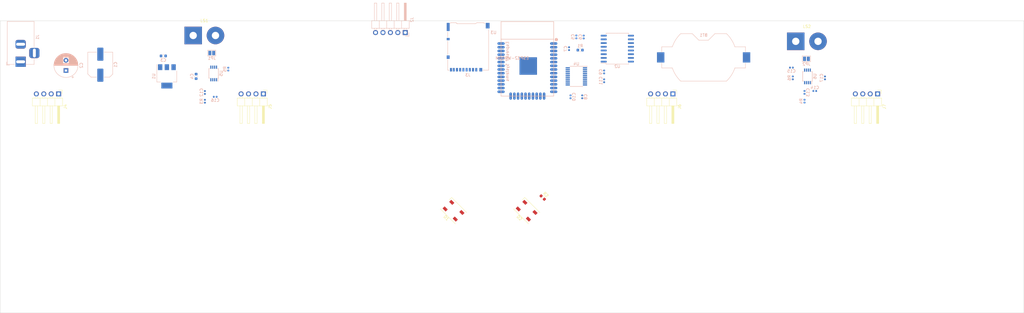
<source format=kicad_pcb>
(kicad_pcb (version 20171130) (host pcbnew 5.1.5)

  (general
    (thickness 1.6)
    (drawings 4)
    (tracks 0)
    (zones 0)
    (modules 43)
    (nets 61)
  )

  (page A3)
  (layers
    (0 F.Cu signal)
    (31 B.Cu signal)
    (32 B.Adhes user)
    (33 F.Adhes user)
    (34 B.Paste user)
    (35 F.Paste user)
    (36 B.SilkS user)
    (37 F.SilkS user)
    (38 B.Mask user)
    (39 F.Mask user)
    (40 Dwgs.User user)
    (41 Cmts.User user)
    (42 Eco1.User user)
    (43 Eco2.User user)
    (44 Edge.Cuts user)
    (45 Margin user)
    (46 B.CrtYd user)
    (47 F.CrtYd user)
    (48 B.Fab user)
    (49 F.Fab user)
  )

  (setup
    (last_trace_width 0.25)
    (trace_clearance 0.2)
    (zone_clearance 0.508)
    (zone_45_only no)
    (trace_min 0.2)
    (via_size 0.8)
    (via_drill 0.4)
    (via_min_size 0.4)
    (via_min_drill 0.3)
    (uvia_size 0.3)
    (uvia_drill 0.1)
    (uvias_allowed no)
    (uvia_min_size 0.2)
    (uvia_min_drill 0.1)
    (edge_width 0.05)
    (segment_width 0.2)
    (pcb_text_width 0.3)
    (pcb_text_size 1.5 1.5)
    (mod_edge_width 0.12)
    (mod_text_size 1 1)
    (mod_text_width 0.15)
    (pad_size 1.524 1.524)
    (pad_drill 0.762)
    (pad_to_mask_clearance 0.051)
    (solder_mask_min_width 0.25)
    (aux_axis_origin 0 0)
    (visible_elements FFFFFF7F)
    (pcbplotparams
      (layerselection 0x010fc_ffffffff)
      (usegerberextensions false)
      (usegerberattributes false)
      (usegerberadvancedattributes false)
      (creategerberjobfile false)
      (excludeedgelayer true)
      (linewidth 0.100000)
      (plotframeref false)
      (viasonmask false)
      (mode 1)
      (useauxorigin false)
      (hpglpennumber 1)
      (hpglpenspeed 20)
      (hpglpendiameter 15.000000)
      (psnegative false)
      (psa4output false)
      (plotreference true)
      (plotvalue true)
      (plotinvisibletext false)
      (padsonsilk false)
      (subtractmaskfromsilk false)
      (outputformat 1)
      (mirror false)
      (drillshape 0)
      (scaleselection 1)
      (outputdirectory "./gerber"))
  )

  (net 0 "")
  (net 1 GND)
  (net 2 "Net-(BT1-Pad1)")
  (net 3 /RTS)
  (net 4 +3V3)
  (net 5 +5V)
  (net 6 "Net-(C9-Pad2)")
  (net 7 /DTR)
  (net 8 /TX)
  (net 9 /RX)
  (net 10 "Net-(LS1-Pad1)")
  (net 11 "Net-(LS2-Pad1)")
  (net 12 /LED_DATA)
  (net 13 /LRCK)
  (net 14 /BCLK)
  (net 15 /I2SD)
  (net 16 /SDA)
  (net 17 /SCL)
  (net 18 "Net-(U2-Pad4)")
  (net 19 "Net-(U2-Pad3)")
  (net 20 "Net-(U2-Pad1)")
  (net 21 /MISO)
  (net 22 /SCLK)
  (net 23 /MOSI)
  (net 24 /CS)
  (net 25 "Net-(C9-Pad1)")
  (net 26 "Net-(C10-Pad2)")
  (net 27 "Net-(C11-Pad1)")
  (net 28 "Net-(J3-Pad8)")
  (net 29 "Net-(U3-Pad4)")
  (net 30 "Net-(U3-Pad5)")
  (net 31 "Net-(U3-Pad6)")
  (net 32 "Net-(U3-Pad7)")
  (net 33 "Net-(U3-Pad9)")
  (net 34 "Net-(U3-Pad12)")
  (net 35 "Net-(U3-Pad13)")
  (net 36 "Net-(U3-Pad14)")
  (net 37 "Net-(U3-Pad16)")
  (net 38 "Net-(U3-Pad17)")
  (net 39 "Net-(U3-Pad18)")
  (net 40 "Net-(U3-Pad19)")
  (net 41 "Net-(U3-Pad20)")
  (net 42 "Net-(U3-Pad21)")
  (net 43 "Net-(U3-Pad22)")
  (net 44 "Net-(U3-Pad23)")
  (net 45 "Net-(U3-Pad24)")
  (net 46 "Net-(U3-Pad27)")
  (net 47 "Net-(U3-Pad28)")
  (net 48 "Net-(U3-Pad32)")
  (net 49 "Net-(D1-Pad4)")
  (net 50 "Net-(D2-Pad4)")
  (net 51 "Net-(C12-Pad2)")
  (net 52 /LSIG)
  (net 53 /RSIG)
  (net 54 "Net-(C13-Pad1)")
  (net 55 /LBYP)
  (net 56 /RBYP)
  (net 57 "Net-(LS1-Pad2)")
  (net 58 "Net-(LS2-Pad2)")
  (net 59 "Net-(R3-Pad2)")
  (net 60 "Net-(R4-Pad2)")

  (net_class Default "Dies ist die voreingestellte Netzklasse."
    (clearance 0.2)
    (trace_width 0.25)
    (via_dia 0.8)
    (via_drill 0.4)
    (uvia_dia 0.3)
    (uvia_drill 0.1)
    (add_net +3V3)
    (add_net +5V)
    (add_net /BCLK)
    (add_net /CS)
    (add_net /DTR)
    (add_net /I2SD)
    (add_net /LBYP)
    (add_net /LED_DATA)
    (add_net /LRCK)
    (add_net /LSIG)
    (add_net /MISO)
    (add_net /MOSI)
    (add_net /RBYP)
    (add_net /RSIG)
    (add_net /RTS)
    (add_net /RX)
    (add_net /SCL)
    (add_net /SCLK)
    (add_net /SDA)
    (add_net /TX)
    (add_net GND)
    (add_net "Net-(BT1-Pad1)")
    (add_net "Net-(C10-Pad2)")
    (add_net "Net-(C11-Pad1)")
    (add_net "Net-(C12-Pad2)")
    (add_net "Net-(C13-Pad1)")
    (add_net "Net-(C9-Pad1)")
    (add_net "Net-(C9-Pad2)")
    (add_net "Net-(D1-Pad4)")
    (add_net "Net-(D2-Pad4)")
    (add_net "Net-(J3-Pad8)")
    (add_net "Net-(LS1-Pad1)")
    (add_net "Net-(LS1-Pad2)")
    (add_net "Net-(LS2-Pad1)")
    (add_net "Net-(LS2-Pad2)")
    (add_net "Net-(R3-Pad2)")
    (add_net "Net-(R4-Pad2)")
    (add_net "Net-(U2-Pad1)")
    (add_net "Net-(U2-Pad3)")
    (add_net "Net-(U2-Pad4)")
    (add_net "Net-(U3-Pad12)")
    (add_net "Net-(U3-Pad13)")
    (add_net "Net-(U3-Pad14)")
    (add_net "Net-(U3-Pad16)")
    (add_net "Net-(U3-Pad17)")
    (add_net "Net-(U3-Pad18)")
    (add_net "Net-(U3-Pad19)")
    (add_net "Net-(U3-Pad20)")
    (add_net "Net-(U3-Pad21)")
    (add_net "Net-(U3-Pad22)")
    (add_net "Net-(U3-Pad23)")
    (add_net "Net-(U3-Pad24)")
    (add_net "Net-(U3-Pad27)")
    (add_net "Net-(U3-Pad28)")
    (add_net "Net-(U3-Pad32)")
    (add_net "Net-(U3-Pad4)")
    (add_net "Net-(U3-Pad5)")
    (add_net "Net-(U3-Pad6)")
    (add_net "Net-(U3-Pad7)")
    (add_net "Net-(U3-Pad9)")
  )

  (module Package_SO:TSSOP-8_3x3mm_P0.65mm (layer B.Cu) (tedit 5A02F25C) (tstamp 5E548444)
    (at 286 29 90)
    (descr "TSSOP8: plastic thin shrink small outline package; 8 leads; body width 3 mm; (see NXP SSOP-TSSOP-VSO-REFLOW.pdf and sot505-1_po.pdf)")
    (tags "SSOP 0.65")
    (path /5E6E406A)
    (attr smd)
    (fp_text reference U6 (at 0 2.55 270) (layer B.SilkS)
      (effects (font (size 1 1) (thickness 0.15)) (justify mirror))
    )
    (fp_text value LM4990MM (at 0 -2.55 270) (layer B.Fab)
      (effects (font (size 1 1) (thickness 0.15)) (justify mirror))
    )
    (fp_text user %R (at 0 0 270) (layer B.Fab)
      (effects (font (size 0.6 0.6) (thickness 0.15)) (justify mirror))
    )
    (fp_line (start -1.625 1.5) (end -2.7 1.5) (layer B.SilkS) (width 0.15))
    (fp_line (start -1.625 -1.625) (end 1.625 -1.625) (layer B.SilkS) (width 0.15))
    (fp_line (start -1.625 1.625) (end 1.625 1.625) (layer B.SilkS) (width 0.15))
    (fp_line (start -1.625 -1.625) (end -1.625 -1.4) (layer B.SilkS) (width 0.15))
    (fp_line (start 1.625 -1.625) (end 1.625 -1.4) (layer B.SilkS) (width 0.15))
    (fp_line (start 1.625 1.625) (end 1.625 1.4) (layer B.SilkS) (width 0.15))
    (fp_line (start -1.625 1.625) (end -1.625 1.5) (layer B.SilkS) (width 0.15))
    (fp_line (start -2.95 -1.8) (end 2.95 -1.8) (layer B.CrtYd) (width 0.05))
    (fp_line (start -2.95 1.8) (end 2.95 1.8) (layer B.CrtYd) (width 0.05))
    (fp_line (start 2.95 1.8) (end 2.95 -1.8) (layer B.CrtYd) (width 0.05))
    (fp_line (start -2.95 1.8) (end -2.95 -1.8) (layer B.CrtYd) (width 0.05))
    (fp_line (start -1.5 0.5) (end -0.5 1.5) (layer B.Fab) (width 0.15))
    (fp_line (start -1.5 -1.5) (end -1.5 0.5) (layer B.Fab) (width 0.15))
    (fp_line (start 1.5 -1.5) (end -1.5 -1.5) (layer B.Fab) (width 0.15))
    (fp_line (start 1.5 1.5) (end 1.5 -1.5) (layer B.Fab) (width 0.15))
    (fp_line (start -0.5 1.5) (end 1.5 1.5) (layer B.Fab) (width 0.15))
    (pad 8 smd rect (at 2.15 0.975 90) (size 1.1 0.4) (layers B.Cu B.Paste B.Mask)
      (net 58 "Net-(LS2-Pad2)"))
    (pad 7 smd rect (at 2.15 0.325 90) (size 1.1 0.4) (layers B.Cu B.Paste B.Mask)
      (net 1 GND))
    (pad 6 smd rect (at 2.15 -0.325 90) (size 1.1 0.4) (layers B.Cu B.Paste B.Mask)
      (net 4 +3V3))
    (pad 5 smd rect (at 2.15 -0.975 90) (size 1.1 0.4) (layers B.Cu B.Paste B.Mask)
      (net 11 "Net-(LS2-Pad1)"))
    (pad 4 smd rect (at -2.15 -0.975 90) (size 1.1 0.4) (layers B.Cu B.Paste B.Mask)
      (net 53 /RSIG))
    (pad 3 smd rect (at -2.15 -0.325 90) (size 1.1 0.4) (layers B.Cu B.Paste B.Mask)
      (net 56 /RBYP))
    (pad 2 smd rect (at -2.15 0.325 90) (size 1.1 0.4) (layers B.Cu B.Paste B.Mask)
      (net 56 /RBYP))
    (pad 1 smd rect (at -2.15 0.975 90) (size 1.1 0.4) (layers B.Cu B.Paste B.Mask)
      (net 4 +3V3))
    (model ${KISYS3DMOD}/Package_SO.3dshapes/TSSOP-8_3x3mm_P0.65mm.wrl
      (at (xyz 0 0 0))
      (scale (xyz 1 1 1))
      (rotate (xyz 0 0 0))
    )
  )

  (module Package_SO:TSSOP-8_3x3mm_P0.65mm (layer B.Cu) (tedit 5A02F25C) (tstamp 5E548427)
    (at 83 28 90)
    (descr "TSSOP8: plastic thin shrink small outline package; 8 leads; body width 3 mm; (see NXP SSOP-TSSOP-VSO-REFLOW.pdf and sot505-1_po.pdf)")
    (tags "SSOP 0.65")
    (path /5E4A7F65)
    (attr smd)
    (fp_text reference U5 (at 0 2.55 90) (layer B.SilkS)
      (effects (font (size 1 1) (thickness 0.15)) (justify mirror))
    )
    (fp_text value LM4990MM (at 0 -2.55 90) (layer B.Fab)
      (effects (font (size 1 1) (thickness 0.15)) (justify mirror))
    )
    (fp_text user %R (at 0 0 90) (layer B.Fab)
      (effects (font (size 0.6 0.6) (thickness 0.15)) (justify mirror))
    )
    (fp_line (start -1.625 1.5) (end -2.7 1.5) (layer B.SilkS) (width 0.15))
    (fp_line (start -1.625 -1.625) (end 1.625 -1.625) (layer B.SilkS) (width 0.15))
    (fp_line (start -1.625 1.625) (end 1.625 1.625) (layer B.SilkS) (width 0.15))
    (fp_line (start -1.625 -1.625) (end -1.625 -1.4) (layer B.SilkS) (width 0.15))
    (fp_line (start 1.625 -1.625) (end 1.625 -1.4) (layer B.SilkS) (width 0.15))
    (fp_line (start 1.625 1.625) (end 1.625 1.4) (layer B.SilkS) (width 0.15))
    (fp_line (start -1.625 1.625) (end -1.625 1.5) (layer B.SilkS) (width 0.15))
    (fp_line (start -2.95 -1.8) (end 2.95 -1.8) (layer B.CrtYd) (width 0.05))
    (fp_line (start -2.95 1.8) (end 2.95 1.8) (layer B.CrtYd) (width 0.05))
    (fp_line (start 2.95 1.8) (end 2.95 -1.8) (layer B.CrtYd) (width 0.05))
    (fp_line (start -2.95 1.8) (end -2.95 -1.8) (layer B.CrtYd) (width 0.05))
    (fp_line (start -1.5 0.5) (end -0.5 1.5) (layer B.Fab) (width 0.15))
    (fp_line (start -1.5 -1.5) (end -1.5 0.5) (layer B.Fab) (width 0.15))
    (fp_line (start 1.5 -1.5) (end -1.5 -1.5) (layer B.Fab) (width 0.15))
    (fp_line (start 1.5 1.5) (end 1.5 -1.5) (layer B.Fab) (width 0.15))
    (fp_line (start -0.5 1.5) (end 1.5 1.5) (layer B.Fab) (width 0.15))
    (pad 8 smd rect (at 2.15 0.975 90) (size 1.1 0.4) (layers B.Cu B.Paste B.Mask)
      (net 57 "Net-(LS1-Pad2)"))
    (pad 7 smd rect (at 2.15 0.325 90) (size 1.1 0.4) (layers B.Cu B.Paste B.Mask)
      (net 1 GND))
    (pad 6 smd rect (at 2.15 -0.325 90) (size 1.1 0.4) (layers B.Cu B.Paste B.Mask)
      (net 4 +3V3))
    (pad 5 smd rect (at 2.15 -0.975 90) (size 1.1 0.4) (layers B.Cu B.Paste B.Mask)
      (net 10 "Net-(LS1-Pad1)"))
    (pad 4 smd rect (at -2.15 -0.975 90) (size 1.1 0.4) (layers B.Cu B.Paste B.Mask)
      (net 52 /LSIG))
    (pad 3 smd rect (at -2.15 -0.325 90) (size 1.1 0.4) (layers B.Cu B.Paste B.Mask)
      (net 55 /LBYP))
    (pad 2 smd rect (at -2.15 0.325 90) (size 1.1 0.4) (layers B.Cu B.Paste B.Mask)
      (net 55 /LBYP))
    (pad 1 smd rect (at -2.15 0.975 90) (size 1.1 0.4) (layers B.Cu B.Paste B.Mask)
      (net 4 +3V3))
    (model ${KISYS3DMOD}/Package_SO.3dshapes/TSSOP-8_3x3mm_P0.65mm.wrl
      (at (xyz 0 0 0))
      (scale (xyz 1 1 1))
      (rotate (xyz 0 0 0))
    )
  )

  (module Resistor_SMD:R_0402_1005Metric (layer B.Cu) (tedit 5B301BBD) (tstamp 5E5482EA)
    (at 281 29.515 270)
    (descr "Resistor SMD 0402 (1005 Metric), square (rectangular) end terminal, IPC_7351 nominal, (Body size source: http://www.tortai-tech.com/upload/download/2011102023233369053.pdf), generated with kicad-footprint-generator")
    (tags resistor)
    (path /5E6E4099)
    (attr smd)
    (fp_text reference R6 (at 0 1.17 90) (layer B.SilkS)
      (effects (font (size 1 1) (thickness 0.15)) (justify mirror))
    )
    (fp_text value 20k (at 0 -1.17 90) (layer B.Fab)
      (effects (font (size 1 1) (thickness 0.15)) (justify mirror))
    )
    (fp_text user %R (at 0 0 90) (layer B.Fab)
      (effects (font (size 0.25 0.25) (thickness 0.04)) (justify mirror))
    )
    (fp_line (start 0.93 -0.47) (end -0.93 -0.47) (layer B.CrtYd) (width 0.05))
    (fp_line (start 0.93 0.47) (end 0.93 -0.47) (layer B.CrtYd) (width 0.05))
    (fp_line (start -0.93 0.47) (end 0.93 0.47) (layer B.CrtYd) (width 0.05))
    (fp_line (start -0.93 -0.47) (end -0.93 0.47) (layer B.CrtYd) (width 0.05))
    (fp_line (start 0.5 -0.25) (end -0.5 -0.25) (layer B.Fab) (width 0.1))
    (fp_line (start 0.5 0.25) (end 0.5 -0.25) (layer B.Fab) (width 0.1))
    (fp_line (start -0.5 0.25) (end 0.5 0.25) (layer B.Fab) (width 0.1))
    (fp_line (start -0.5 -0.25) (end -0.5 0.25) (layer B.Fab) (width 0.1))
    (pad 2 smd roundrect (at 0.485 0 270) (size 0.59 0.64) (layers B.Cu B.Paste B.Mask) (roundrect_rratio 0.25)
      (net 53 /RSIG))
    (pad 1 smd roundrect (at -0.485 0 270) (size 0.59 0.64) (layers B.Cu B.Paste B.Mask) (roundrect_rratio 0.25)
      (net 58 "Net-(LS2-Pad2)"))
    (model ${KISYS3DMOD}/Resistor_SMD.3dshapes/R_0402_1005Metric.wrl
      (at (xyz 0 0 0))
      (scale (xyz 1 1 1))
      (rotate (xyz 0 0 0))
    )
  )

  (module Resistor_SMD:R_0402_1005Metric (layer B.Cu) (tedit 5B301BBD) (tstamp 5E5482DB)
    (at 88 26.515 270)
    (descr "Resistor SMD 0402 (1005 Metric), square (rectangular) end terminal, IPC_7351 nominal, (Body size source: http://www.tortai-tech.com/upload/download/2011102023233369053.pdf), generated with kicad-footprint-generator")
    (tags resistor)
    (path /5E5BEA47)
    (attr smd)
    (fp_text reference R5 (at 0 1.17 90) (layer B.SilkS)
      (effects (font (size 1 1) (thickness 0.15)) (justify mirror))
    )
    (fp_text value 20k (at 0 -1.17 90) (layer B.Fab)
      (effects (font (size 1 1) (thickness 0.15)) (justify mirror))
    )
    (fp_text user %R (at 0 0 90) (layer B.Fab)
      (effects (font (size 0.25 0.25) (thickness 0.04)) (justify mirror))
    )
    (fp_line (start 0.93 -0.47) (end -0.93 -0.47) (layer B.CrtYd) (width 0.05))
    (fp_line (start 0.93 0.47) (end 0.93 -0.47) (layer B.CrtYd) (width 0.05))
    (fp_line (start -0.93 0.47) (end 0.93 0.47) (layer B.CrtYd) (width 0.05))
    (fp_line (start -0.93 -0.47) (end -0.93 0.47) (layer B.CrtYd) (width 0.05))
    (fp_line (start 0.5 -0.25) (end -0.5 -0.25) (layer B.Fab) (width 0.1))
    (fp_line (start 0.5 0.25) (end 0.5 -0.25) (layer B.Fab) (width 0.1))
    (fp_line (start -0.5 0.25) (end 0.5 0.25) (layer B.Fab) (width 0.1))
    (fp_line (start -0.5 -0.25) (end -0.5 0.25) (layer B.Fab) (width 0.1))
    (pad 2 smd roundrect (at 0.485 0 270) (size 0.59 0.64) (layers B.Cu B.Paste B.Mask) (roundrect_rratio 0.25)
      (net 52 /LSIG))
    (pad 1 smd roundrect (at -0.485 0 270) (size 0.59 0.64) (layers B.Cu B.Paste B.Mask) (roundrect_rratio 0.25)
      (net 57 "Net-(LS1-Pad2)"))
    (model ${KISYS3DMOD}/Resistor_SMD.3dshapes/R_0402_1005Metric.wrl
      (at (xyz 0 0 0))
      (scale (xyz 1 1 1))
      (rotate (xyz 0 0 0))
    )
  )

  (module Resistor_SMD:R_0402_1005Metric (layer B.Cu) (tedit 5B301BBD) (tstamp 5E5482CC)
    (at 285 37.485 270)
    (descr "Resistor SMD 0402 (1005 Metric), square (rectangular) end terminal, IPC_7351 nominal, (Body size source: http://www.tortai-tech.com/upload/download/2011102023233369053.pdf), generated with kicad-footprint-generator")
    (tags resistor)
    (path /5E4C7749)
    (attr smd)
    (fp_text reference R4 (at 0 1.17 90) (layer B.SilkS)
      (effects (font (size 1 1) (thickness 0.15)) (justify mirror))
    )
    (fp_text value 20k (at 0 -1.17 90) (layer B.Fab)
      (effects (font (size 1 1) (thickness 0.15)) (justify mirror))
    )
    (fp_text user %R (at 0 0 90) (layer B.Fab)
      (effects (font (size 0.25 0.25) (thickness 0.04)) (justify mirror))
    )
    (fp_line (start 0.93 -0.47) (end -0.93 -0.47) (layer B.CrtYd) (width 0.05))
    (fp_line (start 0.93 0.47) (end 0.93 -0.47) (layer B.CrtYd) (width 0.05))
    (fp_line (start -0.93 0.47) (end 0.93 0.47) (layer B.CrtYd) (width 0.05))
    (fp_line (start -0.93 -0.47) (end -0.93 0.47) (layer B.CrtYd) (width 0.05))
    (fp_line (start 0.5 -0.25) (end -0.5 -0.25) (layer B.Fab) (width 0.1))
    (fp_line (start 0.5 0.25) (end 0.5 -0.25) (layer B.Fab) (width 0.1))
    (fp_line (start -0.5 0.25) (end 0.5 0.25) (layer B.Fab) (width 0.1))
    (fp_line (start -0.5 -0.25) (end -0.5 0.25) (layer B.Fab) (width 0.1))
    (pad 2 smd roundrect (at 0.485 0 270) (size 0.59 0.64) (layers B.Cu B.Paste B.Mask) (roundrect_rratio 0.25)
      (net 60 "Net-(R4-Pad2)"))
    (pad 1 smd roundrect (at -0.485 0 270) (size 0.59 0.64) (layers B.Cu B.Paste B.Mask) (roundrect_rratio 0.25)
      (net 54 "Net-(C13-Pad1)"))
    (model ${KISYS3DMOD}/Resistor_SMD.3dshapes/R_0402_1005Metric.wrl
      (at (xyz 0 0 0))
      (scale (xyz 1 1 1))
      (rotate (xyz 0 0 0))
    )
  )

  (module Resistor_SMD:R_0402_1005Metric (layer B.Cu) (tedit 5B301BBD) (tstamp 5E54B717)
    (at 80 37.515 270)
    (descr "Resistor SMD 0402 (1005 Metric), square (rectangular) end terminal, IPC_7351 nominal, (Body size source: http://www.tortai-tech.com/upload/download/2011102023233369053.pdf), generated with kicad-footprint-generator")
    (tags resistor)
    (path /5E4C7356)
    (attr smd)
    (fp_text reference R3 (at 0 1.17 90) (layer B.SilkS)
      (effects (font (size 1 1) (thickness 0.15)) (justify mirror))
    )
    (fp_text value 20k (at 0 -1.17 90) (layer B.Fab)
      (effects (font (size 1 1) (thickness 0.15)) (justify mirror))
    )
    (fp_text user %R (at 0 0 90) (layer B.Fab)
      (effects (font (size 0.25 0.25) (thickness 0.04)) (justify mirror))
    )
    (fp_line (start 0.93 -0.47) (end -0.93 -0.47) (layer B.CrtYd) (width 0.05))
    (fp_line (start 0.93 0.47) (end 0.93 -0.47) (layer B.CrtYd) (width 0.05))
    (fp_line (start -0.93 0.47) (end 0.93 0.47) (layer B.CrtYd) (width 0.05))
    (fp_line (start -0.93 -0.47) (end -0.93 0.47) (layer B.CrtYd) (width 0.05))
    (fp_line (start 0.5 -0.25) (end -0.5 -0.25) (layer B.Fab) (width 0.1))
    (fp_line (start 0.5 0.25) (end 0.5 -0.25) (layer B.Fab) (width 0.1))
    (fp_line (start -0.5 0.25) (end 0.5 0.25) (layer B.Fab) (width 0.1))
    (fp_line (start -0.5 -0.25) (end -0.5 0.25) (layer B.Fab) (width 0.1))
    (pad 2 smd roundrect (at 0.485 0 270) (size 0.59 0.64) (layers B.Cu B.Paste B.Mask) (roundrect_rratio 0.25)
      (net 59 "Net-(R3-Pad2)"))
    (pad 1 smd roundrect (at -0.485 0 270) (size 0.59 0.64) (layers B.Cu B.Paste B.Mask) (roundrect_rratio 0.25)
      (net 51 "Net-(C12-Pad2)"))
    (model ${KISYS3DMOD}/Resistor_SMD.3dshapes/R_0402_1005Metric.wrl
      (at (xyz 0 0 0))
      (scale (xyz 1 1 1))
      (rotate (xyz 0 0 0))
    )
  )

  (module Connector_Wire:SolderWirePad_1x02_P7.62mm_Drill2.5mm (layer F.Cu) (tedit 5AEE5F2F) (tstamp 5E54826E)
    (at 282 17)
    (descr "Wire solder connection")
    (tags connector)
    (path /5E6E4070)
    (attr virtual)
    (fp_text reference LS2 (at 3.81 -5.08) (layer F.SilkS)
      (effects (font (size 1 1) (thickness 0.15)))
    )
    (fp_text value Speaker (at 3.81 4.445) (layer F.Fab)
      (effects (font (size 1 1) (thickness 0.15)))
    )
    (fp_line (start 11.12 3.5) (end -3.5 3.5) (layer F.CrtYd) (width 0.05))
    (fp_line (start 11.12 3.5) (end 11.12 -3.5) (layer F.CrtYd) (width 0.05))
    (fp_line (start -3.5 -3.5) (end -3.5 3.5) (layer F.CrtYd) (width 0.05))
    (fp_line (start -3.5 -3.5) (end 11.12 -3.5) (layer F.CrtYd) (width 0.05))
    (fp_text user %R (at 3.81 0) (layer F.Fab)
      (effects (font (size 1 1) (thickness 0.15)))
    )
    (pad 2 thru_hole circle (at 7.62 0) (size 5.99948 5.99948) (drill 2.49936) (layers *.Cu *.Mask)
      (net 58 "Net-(LS2-Pad2)"))
    (pad 1 thru_hole rect (at 0 0) (size 5.99948 5.99948) (drill 2.49936) (layers *.Cu *.Mask)
      (net 11 "Net-(LS2-Pad1)"))
  )

  (module Connector_Wire:SolderWirePad_1x02_P7.62mm_Drill2.5mm (layer F.Cu) (tedit 5AEE5F2F) (tstamp 5E548263)
    (at 76 15)
    (descr "Wire solder connection")
    (tags connector)
    (path /5E4B34E4)
    (attr virtual)
    (fp_text reference LS1 (at 3.81 -5.08) (layer F.SilkS)
      (effects (font (size 1 1) (thickness 0.15)))
    )
    (fp_text value Speaker (at 3.81 4.445) (layer F.Fab)
      (effects (font (size 1 1) (thickness 0.15)))
    )
    (fp_line (start 11.12 3.5) (end -3.5 3.5) (layer F.CrtYd) (width 0.05))
    (fp_line (start 11.12 3.5) (end 11.12 -3.5) (layer F.CrtYd) (width 0.05))
    (fp_line (start -3.5 -3.5) (end -3.5 3.5) (layer F.CrtYd) (width 0.05))
    (fp_line (start -3.5 -3.5) (end 11.12 -3.5) (layer F.CrtYd) (width 0.05))
    (fp_text user %R (at 3.81 0) (layer F.Fab)
      (effects (font (size 1 1) (thickness 0.15)))
    )
    (pad 2 thru_hole circle (at 7.62 0) (size 5.99948 5.99948) (drill 2.49936) (layers *.Cu *.Mask)
      (net 57 "Net-(LS1-Pad2)"))
    (pad 1 thru_hole rect (at 0 0) (size 5.99948 5.99948) (drill 2.49936) (layers *.Cu *.Mask)
      (net 10 "Net-(LS1-Pad1)"))
  )

  (module Jumper:SolderJumper-2_P1.3mm_Open_Pad1.0x1.5mm (layer B.Cu) (tedit 5A3EABFC) (tstamp 5E548258)
    (at 285.65 23)
    (descr "SMD Solder Jumper, 1x1.5mm Pads, 0.3mm gap, open")
    (tags "solder jumper open")
    (path /5E6E40B5)
    (attr virtual)
    (fp_text reference JP2 (at 0 1.8) (layer B.SilkS)
      (effects (font (size 1 1) (thickness 0.15)) (justify mirror))
    )
    (fp_text value SolderJumper_2_Open (at 0 -1.9) (layer B.Fab)
      (effects (font (size 1 1) (thickness 0.15)) (justify mirror))
    )
    (fp_line (start 1.65 -1.25) (end -1.65 -1.25) (layer B.CrtYd) (width 0.05))
    (fp_line (start 1.65 -1.25) (end 1.65 1.25) (layer B.CrtYd) (width 0.05))
    (fp_line (start -1.65 1.25) (end -1.65 -1.25) (layer B.CrtYd) (width 0.05))
    (fp_line (start -1.65 1.25) (end 1.65 1.25) (layer B.CrtYd) (width 0.05))
    (fp_line (start -1.4 1) (end 1.4 1) (layer B.SilkS) (width 0.12))
    (fp_line (start 1.4 1) (end 1.4 -1) (layer B.SilkS) (width 0.12))
    (fp_line (start 1.4 -1) (end -1.4 -1) (layer B.SilkS) (width 0.12))
    (fp_line (start -1.4 -1) (end -1.4 1) (layer B.SilkS) (width 0.12))
    (pad 1 smd rect (at -0.65 0) (size 1 1.5) (layers B.Cu B.Mask)
      (net 4 +3V3))
    (pad 2 smd rect (at 0.65 0) (size 1 1.5) (layers B.Cu B.Mask)
      (net 1 GND))
  )

  (module Jumper:SolderJumper-2_P1.3mm_Open_Pad1.0x1.5mm (layer B.Cu) (tedit 5A3EABFC) (tstamp 5E54824A)
    (at 82.35 21)
    (descr "SMD Solder Jumper, 1x1.5mm Pads, 0.3mm gap, open")
    (tags "solder jumper open")
    (path /5E603D2A)
    (attr virtual)
    (fp_text reference JP1 (at 0 1.8) (layer B.SilkS)
      (effects (font (size 1 1) (thickness 0.15)) (justify mirror))
    )
    (fp_text value SolderJumper_2_Open (at 0 -1.9) (layer B.Fab)
      (effects (font (size 1 1) (thickness 0.15)) (justify mirror))
    )
    (fp_line (start 1.65 -1.25) (end -1.65 -1.25) (layer B.CrtYd) (width 0.05))
    (fp_line (start 1.65 -1.25) (end 1.65 1.25) (layer B.CrtYd) (width 0.05))
    (fp_line (start -1.65 1.25) (end -1.65 -1.25) (layer B.CrtYd) (width 0.05))
    (fp_line (start -1.65 1.25) (end 1.65 1.25) (layer B.CrtYd) (width 0.05))
    (fp_line (start -1.4 1) (end 1.4 1) (layer B.SilkS) (width 0.12))
    (fp_line (start 1.4 1) (end 1.4 -1) (layer B.SilkS) (width 0.12))
    (fp_line (start 1.4 -1) (end -1.4 -1) (layer B.SilkS) (width 0.12))
    (fp_line (start -1.4 -1) (end -1.4 1) (layer B.SilkS) (width 0.12))
    (pad 1 smd rect (at -0.65 0) (size 1 1.5) (layers B.Cu B.Mask)
      (net 4 +3V3))
    (pad 2 smd rect (at 0.65 0) (size 1 1.5) (layers B.Cu B.Mask)
      (net 1 GND))
  )

  (module Capacitor_SMD:C_0402_1005Metric (layer B.Cu) (tedit 5B301BBE) (tstamp 5E547D90)
    (at 292 29.515 270)
    (descr "Capacitor SMD 0402 (1005 Metric), square (rectangular) end terminal, IPC_7351 nominal, (Body size source: http://www.tortai-tech.com/upload/download/2011102023233369053.pdf), generated with kicad-footprint-generator")
    (tags capacitor)
    (path /5E6E40A7)
    (attr smd)
    (fp_text reference C17 (at 0 1.17 270) (layer B.SilkS)
      (effects (font (size 1 1) (thickness 0.15)) (justify mirror))
    )
    (fp_text value 1u (at 0 -1.17 270) (layer B.Fab)
      (effects (font (size 1 1) (thickness 0.15)) (justify mirror))
    )
    (fp_text user %R (at 0 0 270) (layer B.Fab)
      (effects (font (size 0.25 0.25) (thickness 0.04)) (justify mirror))
    )
    (fp_line (start 0.93 -0.47) (end -0.93 -0.47) (layer B.CrtYd) (width 0.05))
    (fp_line (start 0.93 0.47) (end 0.93 -0.47) (layer B.CrtYd) (width 0.05))
    (fp_line (start -0.93 0.47) (end 0.93 0.47) (layer B.CrtYd) (width 0.05))
    (fp_line (start -0.93 -0.47) (end -0.93 0.47) (layer B.CrtYd) (width 0.05))
    (fp_line (start 0.5 -0.25) (end -0.5 -0.25) (layer B.Fab) (width 0.1))
    (fp_line (start 0.5 0.25) (end 0.5 -0.25) (layer B.Fab) (width 0.1))
    (fp_line (start -0.5 0.25) (end 0.5 0.25) (layer B.Fab) (width 0.1))
    (fp_line (start -0.5 -0.25) (end -0.5 0.25) (layer B.Fab) (width 0.1))
    (pad 2 smd roundrect (at 0.485 0 270) (size 0.59 0.64) (layers B.Cu B.Paste B.Mask) (roundrect_rratio 0.25)
      (net 56 /RBYP))
    (pad 1 smd roundrect (at -0.485 0 270) (size 0.59 0.64) (layers B.Cu B.Paste B.Mask) (roundrect_rratio 0.25)
      (net 1 GND))
    (model ${KISYS3DMOD}/Capacitor_SMD.3dshapes/C_0402_1005Metric.wrl
      (at (xyz 0 0 0))
      (scale (xyz 1 1 1))
      (rotate (xyz 0 0 0))
    )
  )

  (module Capacitor_SMD:C_0402_1005Metric (layer B.Cu) (tedit 5B301BBE) (tstamp 5E547D81)
    (at 83.515 36)
    (descr "Capacitor SMD 0402 (1005 Metric), square (rectangular) end terminal, IPC_7351 nominal, (Body size source: http://www.tortai-tech.com/upload/download/2011102023233369053.pdf), generated with kicad-footprint-generator")
    (tags capacitor)
    (path /5E6E4088)
    (attr smd)
    (fp_text reference C16 (at 0 1.17) (layer B.SilkS)
      (effects (font (size 1 1) (thickness 0.15)) (justify mirror))
    )
    (fp_text value 1u (at 0 -1.17) (layer B.Fab)
      (effects (font (size 1 1) (thickness 0.15)) (justify mirror))
    )
    (fp_text user %R (at 0 0) (layer B.Fab)
      (effects (font (size 0.25 0.25) (thickness 0.04)) (justify mirror))
    )
    (fp_line (start 0.93 -0.47) (end -0.93 -0.47) (layer B.CrtYd) (width 0.05))
    (fp_line (start 0.93 0.47) (end 0.93 -0.47) (layer B.CrtYd) (width 0.05))
    (fp_line (start -0.93 0.47) (end 0.93 0.47) (layer B.CrtYd) (width 0.05))
    (fp_line (start -0.93 -0.47) (end -0.93 0.47) (layer B.CrtYd) (width 0.05))
    (fp_line (start 0.5 -0.25) (end -0.5 -0.25) (layer B.Fab) (width 0.1))
    (fp_line (start 0.5 0.25) (end 0.5 -0.25) (layer B.Fab) (width 0.1))
    (fp_line (start -0.5 0.25) (end 0.5 0.25) (layer B.Fab) (width 0.1))
    (fp_line (start -0.5 -0.25) (end -0.5 0.25) (layer B.Fab) (width 0.1))
    (pad 2 smd roundrect (at 0.485 0) (size 0.59 0.64) (layers B.Cu B.Paste B.Mask) (roundrect_rratio 0.25)
      (net 4 +3V3))
    (pad 1 smd roundrect (at -0.485 0) (size 0.59 0.64) (layers B.Cu B.Paste B.Mask) (roundrect_rratio 0.25)
      (net 1 GND))
    (model ${KISYS3DMOD}/Capacitor_SMD.3dshapes/C_0402_1005Metric.wrl
      (at (xyz 0 0 0))
      (scale (xyz 1 1 1))
      (rotate (xyz 0 0 0))
    )
  )

  (module Capacitor_SMD:C_0402_1005Metric (layer B.Cu) (tedit 5B301BBE) (tstamp 5E547D72)
    (at 280.515 26)
    (descr "Capacitor SMD 0402 (1005 Metric), square (rectangular) end terminal, IPC_7351 nominal, (Body size source: http://www.tortai-tech.com/upload/download/2011102023233369053.pdf), generated with kicad-footprint-generator")
    (tags capacitor)
    (path /5E5E5072)
    (attr smd)
    (fp_text reference C15 (at 0 1.17) (layer B.SilkS)
      (effects (font (size 1 1) (thickness 0.15)) (justify mirror))
    )
    (fp_text value 1u (at 0 -1.17) (layer B.Fab)
      (effects (font (size 1 1) (thickness 0.15)) (justify mirror))
    )
    (fp_text user %R (at 0 0) (layer B.Fab)
      (effects (font (size 0.25 0.25) (thickness 0.04)) (justify mirror))
    )
    (fp_line (start 0.93 -0.47) (end -0.93 -0.47) (layer B.CrtYd) (width 0.05))
    (fp_line (start 0.93 0.47) (end 0.93 -0.47) (layer B.CrtYd) (width 0.05))
    (fp_line (start -0.93 0.47) (end 0.93 0.47) (layer B.CrtYd) (width 0.05))
    (fp_line (start -0.93 -0.47) (end -0.93 0.47) (layer B.CrtYd) (width 0.05))
    (fp_line (start 0.5 -0.25) (end -0.5 -0.25) (layer B.Fab) (width 0.1))
    (fp_line (start 0.5 0.25) (end 0.5 -0.25) (layer B.Fab) (width 0.1))
    (fp_line (start -0.5 0.25) (end 0.5 0.25) (layer B.Fab) (width 0.1))
    (fp_line (start -0.5 -0.25) (end -0.5 0.25) (layer B.Fab) (width 0.1))
    (pad 2 smd roundrect (at 0.485 0) (size 0.59 0.64) (layers B.Cu B.Paste B.Mask) (roundrect_rratio 0.25)
      (net 55 /LBYP))
    (pad 1 smd roundrect (at -0.485 0) (size 0.59 0.64) (layers B.Cu B.Paste B.Mask) (roundrect_rratio 0.25)
      (net 1 GND))
    (model ${KISYS3DMOD}/Capacitor_SMD.3dshapes/C_0402_1005Metric.wrl
      (at (xyz 0 0 0))
      (scale (xyz 1 1 1))
      (rotate (xyz 0 0 0))
    )
  )

  (module Capacitor_SMD:C_0402_1005Metric (layer B.Cu) (tedit 5B301BBE) (tstamp 5E54B534)
    (at 288.515 34 180)
    (descr "Capacitor SMD 0402 (1005 Metric), square (rectangular) end terminal, IPC_7351 nominal, (Body size source: http://www.tortai-tech.com/upload/download/2011102023233369053.pdf), generated with kicad-footprint-generator")
    (tags capacitor)
    (path /5E54D115)
    (attr smd)
    (fp_text reference C14 (at 0 1.17) (layer B.SilkS)
      (effects (font (size 1 1) (thickness 0.15)) (justify mirror))
    )
    (fp_text value 1u (at 0 -1.17) (layer B.Fab)
      (effects (font (size 1 1) (thickness 0.15)) (justify mirror))
    )
    (fp_text user %R (at 0 0) (layer B.Fab)
      (effects (font (size 0.25 0.25) (thickness 0.04)) (justify mirror))
    )
    (fp_line (start 0.93 -0.47) (end -0.93 -0.47) (layer B.CrtYd) (width 0.05))
    (fp_line (start 0.93 0.47) (end 0.93 -0.47) (layer B.CrtYd) (width 0.05))
    (fp_line (start -0.93 0.47) (end 0.93 0.47) (layer B.CrtYd) (width 0.05))
    (fp_line (start -0.93 -0.47) (end -0.93 0.47) (layer B.CrtYd) (width 0.05))
    (fp_line (start 0.5 -0.25) (end -0.5 -0.25) (layer B.Fab) (width 0.1))
    (fp_line (start 0.5 0.25) (end 0.5 -0.25) (layer B.Fab) (width 0.1))
    (fp_line (start -0.5 0.25) (end 0.5 0.25) (layer B.Fab) (width 0.1))
    (fp_line (start -0.5 -0.25) (end -0.5 0.25) (layer B.Fab) (width 0.1))
    (pad 2 smd roundrect (at 0.485 0 180) (size 0.59 0.64) (layers B.Cu B.Paste B.Mask) (roundrect_rratio 0.25)
      (net 4 +3V3))
    (pad 1 smd roundrect (at -0.485 0 180) (size 0.59 0.64) (layers B.Cu B.Paste B.Mask) (roundrect_rratio 0.25)
      (net 1 GND))
    (model ${KISYS3DMOD}/Capacitor_SMD.3dshapes/C_0402_1005Metric.wrl
      (at (xyz 0 0 0))
      (scale (xyz 1 1 1))
      (rotate (xyz 0 0 0))
    )
  )

  (module Capacitor_SMD:C_0402_1005Metric (layer B.Cu) (tedit 5B301BBE) (tstamp 5E547D54)
    (at 285 34.485 90)
    (descr "Capacitor SMD 0402 (1005 Metric), square (rectangular) end terminal, IPC_7351 nominal, (Body size source: http://www.tortai-tech.com/upload/download/2011102023233369053.pdf), generated with kicad-footprint-generator")
    (tags capacitor)
    (path /5E4A6EDC)
    (attr smd)
    (fp_text reference C13 (at 0 1.17 90) (layer B.SilkS)
      (effects (font (size 1 1) (thickness 0.15)) (justify mirror))
    )
    (fp_text value 0.39u (at 0 -1.17 90) (layer B.Fab)
      (effects (font (size 1 1) (thickness 0.15)) (justify mirror))
    )
    (fp_text user %R (at 0 0 90) (layer B.Fab)
      (effects (font (size 0.25 0.25) (thickness 0.04)) (justify mirror))
    )
    (fp_line (start 0.93 -0.47) (end -0.93 -0.47) (layer B.CrtYd) (width 0.05))
    (fp_line (start 0.93 0.47) (end 0.93 -0.47) (layer B.CrtYd) (width 0.05))
    (fp_line (start -0.93 0.47) (end 0.93 0.47) (layer B.CrtYd) (width 0.05))
    (fp_line (start -0.93 -0.47) (end -0.93 0.47) (layer B.CrtYd) (width 0.05))
    (fp_line (start 0.5 -0.25) (end -0.5 -0.25) (layer B.Fab) (width 0.1))
    (fp_line (start 0.5 0.25) (end 0.5 -0.25) (layer B.Fab) (width 0.1))
    (fp_line (start -0.5 0.25) (end 0.5 0.25) (layer B.Fab) (width 0.1))
    (fp_line (start -0.5 -0.25) (end -0.5 0.25) (layer B.Fab) (width 0.1))
    (pad 2 smd roundrect (at 0.485 0 90) (size 0.59 0.64) (layers B.Cu B.Paste B.Mask) (roundrect_rratio 0.25)
      (net 53 /RSIG))
    (pad 1 smd roundrect (at -0.485 0 90) (size 0.59 0.64) (layers B.Cu B.Paste B.Mask) (roundrect_rratio 0.25)
      (net 54 "Net-(C13-Pad1)"))
    (model ${KISYS3DMOD}/Capacitor_SMD.3dshapes/C_0402_1005Metric.wrl
      (at (xyz 0 0 0))
      (scale (xyz 1 1 1))
      (rotate (xyz 0 0 0))
    )
  )

  (module Capacitor_SMD:C_0402_1005Metric (layer B.Cu) (tedit 5B301BBE) (tstamp 5E54B741)
    (at 80 34.515 270)
    (descr "Capacitor SMD 0402 (1005 Metric), square (rectangular) end terminal, IPC_7351 nominal, (Body size source: http://www.tortai-tech.com/upload/download/2011102023233369053.pdf), generated with kicad-footprint-generator")
    (tags capacitor)
    (path /5E4A67E8)
    (attr smd)
    (fp_text reference C12 (at 0 1.17 90) (layer B.SilkS)
      (effects (font (size 1 1) (thickness 0.15)) (justify mirror))
    )
    (fp_text value 0.39u (at 0 -1.17 90) (layer B.Fab)
      (effects (font (size 1 1) (thickness 0.15)) (justify mirror))
    )
    (fp_text user %R (at 0 0 90) (layer B.Fab)
      (effects (font (size 0.25 0.25) (thickness 0.04)) (justify mirror))
    )
    (fp_line (start 0.93 -0.47) (end -0.93 -0.47) (layer B.CrtYd) (width 0.05))
    (fp_line (start 0.93 0.47) (end 0.93 -0.47) (layer B.CrtYd) (width 0.05))
    (fp_line (start -0.93 0.47) (end 0.93 0.47) (layer B.CrtYd) (width 0.05))
    (fp_line (start -0.93 -0.47) (end -0.93 0.47) (layer B.CrtYd) (width 0.05))
    (fp_line (start 0.5 -0.25) (end -0.5 -0.25) (layer B.Fab) (width 0.1))
    (fp_line (start 0.5 0.25) (end 0.5 -0.25) (layer B.Fab) (width 0.1))
    (fp_line (start -0.5 0.25) (end 0.5 0.25) (layer B.Fab) (width 0.1))
    (fp_line (start -0.5 -0.25) (end -0.5 0.25) (layer B.Fab) (width 0.1))
    (pad 2 smd roundrect (at 0.485 0 270) (size 0.59 0.64) (layers B.Cu B.Paste B.Mask) (roundrect_rratio 0.25)
      (net 51 "Net-(C12-Pad2)"))
    (pad 1 smd roundrect (at -0.485 0 270) (size 0.59 0.64) (layers B.Cu B.Paste B.Mask) (roundrect_rratio 0.25)
      (net 52 /LSIG))
    (model ${KISYS3DMOD}/Capacitor_SMD.3dshapes/C_0402_1005Metric.wrl
      (at (xyz 0 0 0))
      (scale (xyz 1 1 1))
      (rotate (xyz 0 0 0))
    )
  )

  (module Resistor_SMD:R_0603_1608Metric (layer F.Cu) (tedit 5B301BBD) (tstamp 5E4939F0)
    (at 195.5 70.5 315)
    (descr "Resistor SMD 0603 (1608 Metric), square (rectangular) end terminal, IPC_7351 nominal, (Body size source: http://www.tortai-tech.com/upload/download/2011102023233369053.pdf), generated with kicad-footprint-generator")
    (tags resistor)
    (path /5DD5B861)
    (attr smd)
    (fp_text reference R2 (at 0 -1.43 135) (layer F.SilkS)
      (effects (font (size 1 1) (thickness 0.15)))
    )
    (fp_text value 10k (at 0 1.43 135) (layer F.Fab)
      (effects (font (size 1 1) (thickness 0.15)))
    )
    (fp_text user %R (at 0 0 135) (layer F.Fab)
      (effects (font (size 0.4 0.4) (thickness 0.06)))
    )
    (fp_line (start 1.48 0.73) (end -1.48 0.73) (layer F.CrtYd) (width 0.05))
    (fp_line (start 1.48 -0.73) (end 1.48 0.73) (layer F.CrtYd) (width 0.05))
    (fp_line (start -1.48 -0.73) (end 1.48 -0.73) (layer F.CrtYd) (width 0.05))
    (fp_line (start -1.48 0.73) (end -1.48 -0.73) (layer F.CrtYd) (width 0.05))
    (fp_line (start -0.162779 0.51) (end 0.162779 0.51) (layer F.SilkS) (width 0.12))
    (fp_line (start -0.162779 -0.51) (end 0.162779 -0.51) (layer F.SilkS) (width 0.12))
    (fp_line (start 0.8 0.4) (end -0.8 0.4) (layer F.Fab) (width 0.1))
    (fp_line (start 0.8 -0.4) (end 0.8 0.4) (layer F.Fab) (width 0.1))
    (fp_line (start -0.8 -0.4) (end 0.8 -0.4) (layer F.Fab) (width 0.1))
    (fp_line (start -0.8 0.4) (end -0.8 -0.4) (layer F.Fab) (width 0.1))
    (pad 2 smd roundrect (at 0.7875 0 315) (size 0.875 0.95) (layers F.Cu F.Paste F.Mask) (roundrect_rratio 0.25)
      (net 50 "Net-(D2-Pad4)"))
    (pad 1 smd roundrect (at -0.7875 0 315) (size 0.875 0.95) (layers F.Cu F.Paste F.Mask) (roundrect_rratio 0.25)
      (net 1 GND))
    (model ${KISYS3DMOD}/Resistor_SMD.3dshapes/R_0603_1608Metric.wrl
      (at (xyz 0 0 0))
      (scale (xyz 1 1 1))
      (rotate (xyz 0 0 0))
    )
  )

  (module Connector_PinHeader_2.54mm:PinHeader_1x04_P2.54mm_Horizontal (layer F.Cu) (tedit 59FED5CB) (tstamp 5E492CF3)
    (at 310 35 270)
    (descr "Through hole angled pin header, 1x04, 2.54mm pitch, 6mm pin length, single row")
    (tags "Through hole angled pin header THT 1x04 2.54mm single row")
    (path /5DD005F5)
    (fp_text reference J7 (at 4.385 -2.27 90) (layer F.SilkS)
      (effects (font (size 1 1) (thickness 0.15)))
    )
    (fp_text value Conn_01x04_Male (at 4.385 9.89 90) (layer F.Fab)
      (effects (font (size 1 1) (thickness 0.15)))
    )
    (fp_text user %R (at 2.77 3.81) (layer F.Fab)
      (effects (font (size 1 1) (thickness 0.15)))
    )
    (fp_line (start 10.55 -1.8) (end -1.8 -1.8) (layer F.CrtYd) (width 0.05))
    (fp_line (start 10.55 9.4) (end 10.55 -1.8) (layer F.CrtYd) (width 0.05))
    (fp_line (start -1.8 9.4) (end 10.55 9.4) (layer F.CrtYd) (width 0.05))
    (fp_line (start -1.8 -1.8) (end -1.8 9.4) (layer F.CrtYd) (width 0.05))
    (fp_line (start -1.27 -1.27) (end 0 -1.27) (layer F.SilkS) (width 0.12))
    (fp_line (start -1.27 0) (end -1.27 -1.27) (layer F.SilkS) (width 0.12))
    (fp_line (start 1.042929 8) (end 1.44 8) (layer F.SilkS) (width 0.12))
    (fp_line (start 1.042929 7.24) (end 1.44 7.24) (layer F.SilkS) (width 0.12))
    (fp_line (start 10.1 8) (end 4.1 8) (layer F.SilkS) (width 0.12))
    (fp_line (start 10.1 7.24) (end 10.1 8) (layer F.SilkS) (width 0.12))
    (fp_line (start 4.1 7.24) (end 10.1 7.24) (layer F.SilkS) (width 0.12))
    (fp_line (start 1.44 6.35) (end 4.1 6.35) (layer F.SilkS) (width 0.12))
    (fp_line (start 1.042929 5.46) (end 1.44 5.46) (layer F.SilkS) (width 0.12))
    (fp_line (start 1.042929 4.7) (end 1.44 4.7) (layer F.SilkS) (width 0.12))
    (fp_line (start 10.1 5.46) (end 4.1 5.46) (layer F.SilkS) (width 0.12))
    (fp_line (start 10.1 4.7) (end 10.1 5.46) (layer F.SilkS) (width 0.12))
    (fp_line (start 4.1 4.7) (end 10.1 4.7) (layer F.SilkS) (width 0.12))
    (fp_line (start 1.44 3.81) (end 4.1 3.81) (layer F.SilkS) (width 0.12))
    (fp_line (start 1.042929 2.92) (end 1.44 2.92) (layer F.SilkS) (width 0.12))
    (fp_line (start 1.042929 2.16) (end 1.44 2.16) (layer F.SilkS) (width 0.12))
    (fp_line (start 10.1 2.92) (end 4.1 2.92) (layer F.SilkS) (width 0.12))
    (fp_line (start 10.1 2.16) (end 10.1 2.92) (layer F.SilkS) (width 0.12))
    (fp_line (start 4.1 2.16) (end 10.1 2.16) (layer F.SilkS) (width 0.12))
    (fp_line (start 1.44 1.27) (end 4.1 1.27) (layer F.SilkS) (width 0.12))
    (fp_line (start 1.11 0.38) (end 1.44 0.38) (layer F.SilkS) (width 0.12))
    (fp_line (start 1.11 -0.38) (end 1.44 -0.38) (layer F.SilkS) (width 0.12))
    (fp_line (start 4.1 0.28) (end 10.1 0.28) (layer F.SilkS) (width 0.12))
    (fp_line (start 4.1 0.16) (end 10.1 0.16) (layer F.SilkS) (width 0.12))
    (fp_line (start 4.1 0.04) (end 10.1 0.04) (layer F.SilkS) (width 0.12))
    (fp_line (start 4.1 -0.08) (end 10.1 -0.08) (layer F.SilkS) (width 0.12))
    (fp_line (start 4.1 -0.2) (end 10.1 -0.2) (layer F.SilkS) (width 0.12))
    (fp_line (start 4.1 -0.32) (end 10.1 -0.32) (layer F.SilkS) (width 0.12))
    (fp_line (start 10.1 0.38) (end 4.1 0.38) (layer F.SilkS) (width 0.12))
    (fp_line (start 10.1 -0.38) (end 10.1 0.38) (layer F.SilkS) (width 0.12))
    (fp_line (start 4.1 -0.38) (end 10.1 -0.38) (layer F.SilkS) (width 0.12))
    (fp_line (start 4.1 -1.33) (end 1.44 -1.33) (layer F.SilkS) (width 0.12))
    (fp_line (start 4.1 8.95) (end 4.1 -1.33) (layer F.SilkS) (width 0.12))
    (fp_line (start 1.44 8.95) (end 4.1 8.95) (layer F.SilkS) (width 0.12))
    (fp_line (start 1.44 -1.33) (end 1.44 8.95) (layer F.SilkS) (width 0.12))
    (fp_line (start 4.04 7.94) (end 10.04 7.94) (layer F.Fab) (width 0.1))
    (fp_line (start 10.04 7.3) (end 10.04 7.94) (layer F.Fab) (width 0.1))
    (fp_line (start 4.04 7.3) (end 10.04 7.3) (layer F.Fab) (width 0.1))
    (fp_line (start -0.32 7.94) (end 1.5 7.94) (layer F.Fab) (width 0.1))
    (fp_line (start -0.32 7.3) (end -0.32 7.94) (layer F.Fab) (width 0.1))
    (fp_line (start -0.32 7.3) (end 1.5 7.3) (layer F.Fab) (width 0.1))
    (fp_line (start 4.04 5.4) (end 10.04 5.4) (layer F.Fab) (width 0.1))
    (fp_line (start 10.04 4.76) (end 10.04 5.4) (layer F.Fab) (width 0.1))
    (fp_line (start 4.04 4.76) (end 10.04 4.76) (layer F.Fab) (width 0.1))
    (fp_line (start -0.32 5.4) (end 1.5 5.4) (layer F.Fab) (width 0.1))
    (fp_line (start -0.32 4.76) (end -0.32 5.4) (layer F.Fab) (width 0.1))
    (fp_line (start -0.32 4.76) (end 1.5 4.76) (layer F.Fab) (width 0.1))
    (fp_line (start 4.04 2.86) (end 10.04 2.86) (layer F.Fab) (width 0.1))
    (fp_line (start 10.04 2.22) (end 10.04 2.86) (layer F.Fab) (width 0.1))
    (fp_line (start 4.04 2.22) (end 10.04 2.22) (layer F.Fab) (width 0.1))
    (fp_line (start -0.32 2.86) (end 1.5 2.86) (layer F.Fab) (width 0.1))
    (fp_line (start -0.32 2.22) (end -0.32 2.86) (layer F.Fab) (width 0.1))
    (fp_line (start -0.32 2.22) (end 1.5 2.22) (layer F.Fab) (width 0.1))
    (fp_line (start 4.04 0.32) (end 10.04 0.32) (layer F.Fab) (width 0.1))
    (fp_line (start 10.04 -0.32) (end 10.04 0.32) (layer F.Fab) (width 0.1))
    (fp_line (start 4.04 -0.32) (end 10.04 -0.32) (layer F.Fab) (width 0.1))
    (fp_line (start -0.32 0.32) (end 1.5 0.32) (layer F.Fab) (width 0.1))
    (fp_line (start -0.32 -0.32) (end -0.32 0.32) (layer F.Fab) (width 0.1))
    (fp_line (start -0.32 -0.32) (end 1.5 -0.32) (layer F.Fab) (width 0.1))
    (fp_line (start 1.5 -0.635) (end 2.135 -1.27) (layer F.Fab) (width 0.1))
    (fp_line (start 1.5 8.89) (end 1.5 -0.635) (layer F.Fab) (width 0.1))
    (fp_line (start 4.04 8.89) (end 1.5 8.89) (layer F.Fab) (width 0.1))
    (fp_line (start 4.04 -1.27) (end 4.04 8.89) (layer F.Fab) (width 0.1))
    (fp_line (start 2.135 -1.27) (end 4.04 -1.27) (layer F.Fab) (width 0.1))
    (pad 4 thru_hole oval (at 0 7.62 270) (size 1.7 1.7) (drill 1) (layers *.Cu *.Mask)
      (net 5 +5V))
    (pad 3 thru_hole oval (at 0 5.08 270) (size 1.7 1.7) (drill 1) (layers *.Cu *.Mask)
      (net 17 /SCL))
    (pad 2 thru_hole oval (at 0 2.54 270) (size 1.7 1.7) (drill 1) (layers *.Cu *.Mask)
      (net 16 /SDA))
    (pad 1 thru_hole rect (at 0 0 270) (size 1.7 1.7) (drill 1) (layers *.Cu *.Mask)
      (net 1 GND))
    (model ${KISYS3DMOD}/Connector_PinHeader_2.54mm.3dshapes/PinHeader_1x04_P2.54mm_Horizontal.wrl
      (at (xyz 0 0 0))
      (scale (xyz 1 1 1))
      (rotate (xyz 0 0 0))
    )
  )

  (module Connector_PinHeader_2.54mm:PinHeader_1x04_P2.54mm_Horizontal (layer F.Cu) (tedit 59FED5CB) (tstamp 5DD1E78A)
    (at 240 35 270)
    (descr "Through hole angled pin header, 1x04, 2.54mm pitch, 6mm pin length, single row")
    (tags "Through hole angled pin header THT 1x04 2.54mm single row")
    (path /5DCFAA17)
    (fp_text reference J6 (at 4.385 -2.27 90) (layer F.SilkS)
      (effects (font (size 1 1) (thickness 0.15)))
    )
    (fp_text value Conn_01x04_Male (at 4.385 9.89 90) (layer F.Fab)
      (effects (font (size 1 1) (thickness 0.15)))
    )
    (fp_text user %R (at 2.77 3.81) (layer F.Fab)
      (effects (font (size 1 1) (thickness 0.15)))
    )
    (fp_line (start 10.55 -1.8) (end -1.8 -1.8) (layer F.CrtYd) (width 0.05))
    (fp_line (start 10.55 9.4) (end 10.55 -1.8) (layer F.CrtYd) (width 0.05))
    (fp_line (start -1.8 9.4) (end 10.55 9.4) (layer F.CrtYd) (width 0.05))
    (fp_line (start -1.8 -1.8) (end -1.8 9.4) (layer F.CrtYd) (width 0.05))
    (fp_line (start -1.27 -1.27) (end 0 -1.27) (layer F.SilkS) (width 0.12))
    (fp_line (start -1.27 0) (end -1.27 -1.27) (layer F.SilkS) (width 0.12))
    (fp_line (start 1.042929 8) (end 1.44 8) (layer F.SilkS) (width 0.12))
    (fp_line (start 1.042929 7.24) (end 1.44 7.24) (layer F.SilkS) (width 0.12))
    (fp_line (start 10.1 8) (end 4.1 8) (layer F.SilkS) (width 0.12))
    (fp_line (start 10.1 7.24) (end 10.1 8) (layer F.SilkS) (width 0.12))
    (fp_line (start 4.1 7.24) (end 10.1 7.24) (layer F.SilkS) (width 0.12))
    (fp_line (start 1.44 6.35) (end 4.1 6.35) (layer F.SilkS) (width 0.12))
    (fp_line (start 1.042929 5.46) (end 1.44 5.46) (layer F.SilkS) (width 0.12))
    (fp_line (start 1.042929 4.7) (end 1.44 4.7) (layer F.SilkS) (width 0.12))
    (fp_line (start 10.1 5.46) (end 4.1 5.46) (layer F.SilkS) (width 0.12))
    (fp_line (start 10.1 4.7) (end 10.1 5.46) (layer F.SilkS) (width 0.12))
    (fp_line (start 4.1 4.7) (end 10.1 4.7) (layer F.SilkS) (width 0.12))
    (fp_line (start 1.44 3.81) (end 4.1 3.81) (layer F.SilkS) (width 0.12))
    (fp_line (start 1.042929 2.92) (end 1.44 2.92) (layer F.SilkS) (width 0.12))
    (fp_line (start 1.042929 2.16) (end 1.44 2.16) (layer F.SilkS) (width 0.12))
    (fp_line (start 10.1 2.92) (end 4.1 2.92) (layer F.SilkS) (width 0.12))
    (fp_line (start 10.1 2.16) (end 10.1 2.92) (layer F.SilkS) (width 0.12))
    (fp_line (start 4.1 2.16) (end 10.1 2.16) (layer F.SilkS) (width 0.12))
    (fp_line (start 1.44 1.27) (end 4.1 1.27) (layer F.SilkS) (width 0.12))
    (fp_line (start 1.11 0.38) (end 1.44 0.38) (layer F.SilkS) (width 0.12))
    (fp_line (start 1.11 -0.38) (end 1.44 -0.38) (layer F.SilkS) (width 0.12))
    (fp_line (start 4.1 0.28) (end 10.1 0.28) (layer F.SilkS) (width 0.12))
    (fp_line (start 4.1 0.16) (end 10.1 0.16) (layer F.SilkS) (width 0.12))
    (fp_line (start 4.1 0.04) (end 10.1 0.04) (layer F.SilkS) (width 0.12))
    (fp_line (start 4.1 -0.08) (end 10.1 -0.08) (layer F.SilkS) (width 0.12))
    (fp_line (start 4.1 -0.2) (end 10.1 -0.2) (layer F.SilkS) (width 0.12))
    (fp_line (start 4.1 -0.32) (end 10.1 -0.32) (layer F.SilkS) (width 0.12))
    (fp_line (start 10.1 0.38) (end 4.1 0.38) (layer F.SilkS) (width 0.12))
    (fp_line (start 10.1 -0.38) (end 10.1 0.38) (layer F.SilkS) (width 0.12))
    (fp_line (start 4.1 -0.38) (end 10.1 -0.38) (layer F.SilkS) (width 0.12))
    (fp_line (start 4.1 -1.33) (end 1.44 -1.33) (layer F.SilkS) (width 0.12))
    (fp_line (start 4.1 8.95) (end 4.1 -1.33) (layer F.SilkS) (width 0.12))
    (fp_line (start 1.44 8.95) (end 4.1 8.95) (layer F.SilkS) (width 0.12))
    (fp_line (start 1.44 -1.33) (end 1.44 8.95) (layer F.SilkS) (width 0.12))
    (fp_line (start 4.04 7.94) (end 10.04 7.94) (layer F.Fab) (width 0.1))
    (fp_line (start 10.04 7.3) (end 10.04 7.94) (layer F.Fab) (width 0.1))
    (fp_line (start 4.04 7.3) (end 10.04 7.3) (layer F.Fab) (width 0.1))
    (fp_line (start -0.32 7.94) (end 1.5 7.94) (layer F.Fab) (width 0.1))
    (fp_line (start -0.32 7.3) (end -0.32 7.94) (layer F.Fab) (width 0.1))
    (fp_line (start -0.32 7.3) (end 1.5 7.3) (layer F.Fab) (width 0.1))
    (fp_line (start 4.04 5.4) (end 10.04 5.4) (layer F.Fab) (width 0.1))
    (fp_line (start 10.04 4.76) (end 10.04 5.4) (layer F.Fab) (width 0.1))
    (fp_line (start 4.04 4.76) (end 10.04 4.76) (layer F.Fab) (width 0.1))
    (fp_line (start -0.32 5.4) (end 1.5 5.4) (layer F.Fab) (width 0.1))
    (fp_line (start -0.32 4.76) (end -0.32 5.4) (layer F.Fab) (width 0.1))
    (fp_line (start -0.32 4.76) (end 1.5 4.76) (layer F.Fab) (width 0.1))
    (fp_line (start 4.04 2.86) (end 10.04 2.86) (layer F.Fab) (width 0.1))
    (fp_line (start 10.04 2.22) (end 10.04 2.86) (layer F.Fab) (width 0.1))
    (fp_line (start 4.04 2.22) (end 10.04 2.22) (layer F.Fab) (width 0.1))
    (fp_line (start -0.32 2.86) (end 1.5 2.86) (layer F.Fab) (width 0.1))
    (fp_line (start -0.32 2.22) (end -0.32 2.86) (layer F.Fab) (width 0.1))
    (fp_line (start -0.32 2.22) (end 1.5 2.22) (layer F.Fab) (width 0.1))
    (fp_line (start 4.04 0.32) (end 10.04 0.32) (layer F.Fab) (width 0.1))
    (fp_line (start 10.04 -0.32) (end 10.04 0.32) (layer F.Fab) (width 0.1))
    (fp_line (start 4.04 -0.32) (end 10.04 -0.32) (layer F.Fab) (width 0.1))
    (fp_line (start -0.32 0.32) (end 1.5 0.32) (layer F.Fab) (width 0.1))
    (fp_line (start -0.32 -0.32) (end -0.32 0.32) (layer F.Fab) (width 0.1))
    (fp_line (start -0.32 -0.32) (end 1.5 -0.32) (layer F.Fab) (width 0.1))
    (fp_line (start 1.5 -0.635) (end 2.135 -1.27) (layer F.Fab) (width 0.1))
    (fp_line (start 1.5 8.89) (end 1.5 -0.635) (layer F.Fab) (width 0.1))
    (fp_line (start 4.04 8.89) (end 1.5 8.89) (layer F.Fab) (width 0.1))
    (fp_line (start 4.04 -1.27) (end 4.04 8.89) (layer F.Fab) (width 0.1))
    (fp_line (start 2.135 -1.27) (end 4.04 -1.27) (layer F.Fab) (width 0.1))
    (pad 4 thru_hole oval (at 0 7.62 270) (size 1.7 1.7) (drill 1) (layers *.Cu *.Mask)
      (net 5 +5V))
    (pad 3 thru_hole oval (at 0 5.08 270) (size 1.7 1.7) (drill 1) (layers *.Cu *.Mask)
      (net 17 /SCL))
    (pad 2 thru_hole oval (at 0 2.54 270) (size 1.7 1.7) (drill 1) (layers *.Cu *.Mask)
      (net 16 /SDA))
    (pad 1 thru_hole rect (at 0 0 270) (size 1.7 1.7) (drill 1) (layers *.Cu *.Mask)
      (net 1 GND))
    (model ${KISYS3DMOD}/Connector_PinHeader_2.54mm.3dshapes/PinHeader_1x04_P2.54mm_Horizontal.wrl
      (at (xyz 0 0 0))
      (scale (xyz 1 1 1))
      (rotate (xyz 0 0 0))
    )
  )

  (module Connector_PinHeader_2.54mm:PinHeader_1x04_P2.54mm_Horizontal (layer F.Cu) (tedit 59FED5CB) (tstamp 5E492560)
    (at 100 35 270)
    (descr "Through hole angled pin header, 1x04, 2.54mm pitch, 6mm pin length, single row")
    (tags "Through hole angled pin header THT 1x04 2.54mm single row")
    (path /5DCF5127)
    (fp_text reference J5 (at 4.385 -2.27 90) (layer F.SilkS)
      (effects (font (size 1 1) (thickness 0.15)))
    )
    (fp_text value Conn_01x04_Male (at 4.385 9.89 90) (layer F.Fab)
      (effects (font (size 1 1) (thickness 0.15)))
    )
    (fp_text user %R (at 2.77 3.81) (layer F.Fab)
      (effects (font (size 1 1) (thickness 0.15)))
    )
    (fp_line (start 10.55 -1.8) (end -1.8 -1.8) (layer F.CrtYd) (width 0.05))
    (fp_line (start 10.55 9.4) (end 10.55 -1.8) (layer F.CrtYd) (width 0.05))
    (fp_line (start -1.8 9.4) (end 10.55 9.4) (layer F.CrtYd) (width 0.05))
    (fp_line (start -1.8 -1.8) (end -1.8 9.4) (layer F.CrtYd) (width 0.05))
    (fp_line (start -1.27 -1.27) (end 0 -1.27) (layer F.SilkS) (width 0.12))
    (fp_line (start -1.27 0) (end -1.27 -1.27) (layer F.SilkS) (width 0.12))
    (fp_line (start 1.042929 8) (end 1.44 8) (layer F.SilkS) (width 0.12))
    (fp_line (start 1.042929 7.24) (end 1.44 7.24) (layer F.SilkS) (width 0.12))
    (fp_line (start 10.1 8) (end 4.1 8) (layer F.SilkS) (width 0.12))
    (fp_line (start 10.1 7.24) (end 10.1 8) (layer F.SilkS) (width 0.12))
    (fp_line (start 4.1 7.24) (end 10.1 7.24) (layer F.SilkS) (width 0.12))
    (fp_line (start 1.44 6.35) (end 4.1 6.35) (layer F.SilkS) (width 0.12))
    (fp_line (start 1.042929 5.46) (end 1.44 5.46) (layer F.SilkS) (width 0.12))
    (fp_line (start 1.042929 4.7) (end 1.44 4.7) (layer F.SilkS) (width 0.12))
    (fp_line (start 10.1 5.46) (end 4.1 5.46) (layer F.SilkS) (width 0.12))
    (fp_line (start 10.1 4.7) (end 10.1 5.46) (layer F.SilkS) (width 0.12))
    (fp_line (start 4.1 4.7) (end 10.1 4.7) (layer F.SilkS) (width 0.12))
    (fp_line (start 1.44 3.81) (end 4.1 3.81) (layer F.SilkS) (width 0.12))
    (fp_line (start 1.042929 2.92) (end 1.44 2.92) (layer F.SilkS) (width 0.12))
    (fp_line (start 1.042929 2.16) (end 1.44 2.16) (layer F.SilkS) (width 0.12))
    (fp_line (start 10.1 2.92) (end 4.1 2.92) (layer F.SilkS) (width 0.12))
    (fp_line (start 10.1 2.16) (end 10.1 2.92) (layer F.SilkS) (width 0.12))
    (fp_line (start 4.1 2.16) (end 10.1 2.16) (layer F.SilkS) (width 0.12))
    (fp_line (start 1.44 1.27) (end 4.1 1.27) (layer F.SilkS) (width 0.12))
    (fp_line (start 1.11 0.38) (end 1.44 0.38) (layer F.SilkS) (width 0.12))
    (fp_line (start 1.11 -0.38) (end 1.44 -0.38) (layer F.SilkS) (width 0.12))
    (fp_line (start 4.1 0.28) (end 10.1 0.28) (layer F.SilkS) (width 0.12))
    (fp_line (start 4.1 0.16) (end 10.1 0.16) (layer F.SilkS) (width 0.12))
    (fp_line (start 4.1 0.04) (end 10.1 0.04) (layer F.SilkS) (width 0.12))
    (fp_line (start 4.1 -0.08) (end 10.1 -0.08) (layer F.SilkS) (width 0.12))
    (fp_line (start 4.1 -0.2) (end 10.1 -0.2) (layer F.SilkS) (width 0.12))
    (fp_line (start 4.1 -0.32) (end 10.1 -0.32) (layer F.SilkS) (width 0.12))
    (fp_line (start 10.1 0.38) (end 4.1 0.38) (layer F.SilkS) (width 0.12))
    (fp_line (start 10.1 -0.38) (end 10.1 0.38) (layer F.SilkS) (width 0.12))
    (fp_line (start 4.1 -0.38) (end 10.1 -0.38) (layer F.SilkS) (width 0.12))
    (fp_line (start 4.1 -1.33) (end 1.44 -1.33) (layer F.SilkS) (width 0.12))
    (fp_line (start 4.1 8.95) (end 4.1 -1.33) (layer F.SilkS) (width 0.12))
    (fp_line (start 1.44 8.95) (end 4.1 8.95) (layer F.SilkS) (width 0.12))
    (fp_line (start 1.44 -1.33) (end 1.44 8.95) (layer F.SilkS) (width 0.12))
    (fp_line (start 4.04 7.94) (end 10.04 7.94) (layer F.Fab) (width 0.1))
    (fp_line (start 10.04 7.3) (end 10.04 7.94) (layer F.Fab) (width 0.1))
    (fp_line (start 4.04 7.3) (end 10.04 7.3) (layer F.Fab) (width 0.1))
    (fp_line (start -0.32 7.94) (end 1.5 7.94) (layer F.Fab) (width 0.1))
    (fp_line (start -0.32 7.3) (end -0.32 7.94) (layer F.Fab) (width 0.1))
    (fp_line (start -0.32 7.3) (end 1.5 7.3) (layer F.Fab) (width 0.1))
    (fp_line (start 4.04 5.4) (end 10.04 5.4) (layer F.Fab) (width 0.1))
    (fp_line (start 10.04 4.76) (end 10.04 5.4) (layer F.Fab) (width 0.1))
    (fp_line (start 4.04 4.76) (end 10.04 4.76) (layer F.Fab) (width 0.1))
    (fp_line (start -0.32 5.4) (end 1.5 5.4) (layer F.Fab) (width 0.1))
    (fp_line (start -0.32 4.76) (end -0.32 5.4) (layer F.Fab) (width 0.1))
    (fp_line (start -0.32 4.76) (end 1.5 4.76) (layer F.Fab) (width 0.1))
    (fp_line (start 4.04 2.86) (end 10.04 2.86) (layer F.Fab) (width 0.1))
    (fp_line (start 10.04 2.22) (end 10.04 2.86) (layer F.Fab) (width 0.1))
    (fp_line (start 4.04 2.22) (end 10.04 2.22) (layer F.Fab) (width 0.1))
    (fp_line (start -0.32 2.86) (end 1.5 2.86) (layer F.Fab) (width 0.1))
    (fp_line (start -0.32 2.22) (end -0.32 2.86) (layer F.Fab) (width 0.1))
    (fp_line (start -0.32 2.22) (end 1.5 2.22) (layer F.Fab) (width 0.1))
    (fp_line (start 4.04 0.32) (end 10.04 0.32) (layer F.Fab) (width 0.1))
    (fp_line (start 10.04 -0.32) (end 10.04 0.32) (layer F.Fab) (width 0.1))
    (fp_line (start 4.04 -0.32) (end 10.04 -0.32) (layer F.Fab) (width 0.1))
    (fp_line (start -0.32 0.32) (end 1.5 0.32) (layer F.Fab) (width 0.1))
    (fp_line (start -0.32 -0.32) (end -0.32 0.32) (layer F.Fab) (width 0.1))
    (fp_line (start -0.32 -0.32) (end 1.5 -0.32) (layer F.Fab) (width 0.1))
    (fp_line (start 1.5 -0.635) (end 2.135 -1.27) (layer F.Fab) (width 0.1))
    (fp_line (start 1.5 8.89) (end 1.5 -0.635) (layer F.Fab) (width 0.1))
    (fp_line (start 4.04 8.89) (end 1.5 8.89) (layer F.Fab) (width 0.1))
    (fp_line (start 4.04 -1.27) (end 4.04 8.89) (layer F.Fab) (width 0.1))
    (fp_line (start 2.135 -1.27) (end 4.04 -1.27) (layer F.Fab) (width 0.1))
    (pad 4 thru_hole oval (at 0 7.62 270) (size 1.7 1.7) (drill 1) (layers *.Cu *.Mask)
      (net 5 +5V))
    (pad 3 thru_hole oval (at 0 5.08 270) (size 1.7 1.7) (drill 1) (layers *.Cu *.Mask)
      (net 17 /SCL))
    (pad 2 thru_hole oval (at 0 2.54 270) (size 1.7 1.7) (drill 1) (layers *.Cu *.Mask)
      (net 16 /SDA))
    (pad 1 thru_hole rect (at 0 0 270) (size 1.7 1.7) (drill 1) (layers *.Cu *.Mask)
      (net 1 GND))
    (model ${KISYS3DMOD}/Connector_PinHeader_2.54mm.3dshapes/PinHeader_1x04_P2.54mm_Horizontal.wrl
      (at (xyz 0 0 0))
      (scale (xyz 1 1 1))
      (rotate (xyz 0 0 0))
    )
  )

  (module Connector_PinHeader_2.54mm:PinHeader_1x04_P2.54mm_Horizontal (layer F.Cu) (tedit 59FED5CB) (tstamp 5DD1E298)
    (at 30 35 270)
    (descr "Through hole angled pin header, 1x04, 2.54mm pitch, 6mm pin length, single row")
    (tags "Through hole angled pin header THT 1x04 2.54mm single row")
    (path /5DCDEB7C)
    (fp_text reference J4 (at 4.385 -2.27 90) (layer F.SilkS)
      (effects (font (size 1 1) (thickness 0.15)))
    )
    (fp_text value Conn_01x04_Male (at 4.385 9.89 90) (layer F.Fab)
      (effects (font (size 1 1) (thickness 0.15)))
    )
    (fp_text user %R (at 2.77 3.81) (layer F.Fab)
      (effects (font (size 1 1) (thickness 0.15)))
    )
    (fp_line (start 10.55 -1.8) (end -1.8 -1.8) (layer F.CrtYd) (width 0.05))
    (fp_line (start 10.55 9.4) (end 10.55 -1.8) (layer F.CrtYd) (width 0.05))
    (fp_line (start -1.8 9.4) (end 10.55 9.4) (layer F.CrtYd) (width 0.05))
    (fp_line (start -1.8 -1.8) (end -1.8 9.4) (layer F.CrtYd) (width 0.05))
    (fp_line (start -1.27 -1.27) (end 0 -1.27) (layer F.SilkS) (width 0.12))
    (fp_line (start -1.27 0) (end -1.27 -1.27) (layer F.SilkS) (width 0.12))
    (fp_line (start 1.042929 8) (end 1.44 8) (layer F.SilkS) (width 0.12))
    (fp_line (start 1.042929 7.24) (end 1.44 7.24) (layer F.SilkS) (width 0.12))
    (fp_line (start 10.1 8) (end 4.1 8) (layer F.SilkS) (width 0.12))
    (fp_line (start 10.1 7.24) (end 10.1 8) (layer F.SilkS) (width 0.12))
    (fp_line (start 4.1 7.24) (end 10.1 7.24) (layer F.SilkS) (width 0.12))
    (fp_line (start 1.44 6.35) (end 4.1 6.35) (layer F.SilkS) (width 0.12))
    (fp_line (start 1.042929 5.46) (end 1.44 5.46) (layer F.SilkS) (width 0.12))
    (fp_line (start 1.042929 4.7) (end 1.44 4.7) (layer F.SilkS) (width 0.12))
    (fp_line (start 10.1 5.46) (end 4.1 5.46) (layer F.SilkS) (width 0.12))
    (fp_line (start 10.1 4.7) (end 10.1 5.46) (layer F.SilkS) (width 0.12))
    (fp_line (start 4.1 4.7) (end 10.1 4.7) (layer F.SilkS) (width 0.12))
    (fp_line (start 1.44 3.81) (end 4.1 3.81) (layer F.SilkS) (width 0.12))
    (fp_line (start 1.042929 2.92) (end 1.44 2.92) (layer F.SilkS) (width 0.12))
    (fp_line (start 1.042929 2.16) (end 1.44 2.16) (layer F.SilkS) (width 0.12))
    (fp_line (start 10.1 2.92) (end 4.1 2.92) (layer F.SilkS) (width 0.12))
    (fp_line (start 10.1 2.16) (end 10.1 2.92) (layer F.SilkS) (width 0.12))
    (fp_line (start 4.1 2.16) (end 10.1 2.16) (layer F.SilkS) (width 0.12))
    (fp_line (start 1.44 1.27) (end 4.1 1.27) (layer F.SilkS) (width 0.12))
    (fp_line (start 1.11 0.38) (end 1.44 0.38) (layer F.SilkS) (width 0.12))
    (fp_line (start 1.11 -0.38) (end 1.44 -0.38) (layer F.SilkS) (width 0.12))
    (fp_line (start 4.1 0.28) (end 10.1 0.28) (layer F.SilkS) (width 0.12))
    (fp_line (start 4.1 0.16) (end 10.1 0.16) (layer F.SilkS) (width 0.12))
    (fp_line (start 4.1 0.04) (end 10.1 0.04) (layer F.SilkS) (width 0.12))
    (fp_line (start 4.1 -0.08) (end 10.1 -0.08) (layer F.SilkS) (width 0.12))
    (fp_line (start 4.1 -0.2) (end 10.1 -0.2) (layer F.SilkS) (width 0.12))
    (fp_line (start 4.1 -0.32) (end 10.1 -0.32) (layer F.SilkS) (width 0.12))
    (fp_line (start 10.1 0.38) (end 4.1 0.38) (layer F.SilkS) (width 0.12))
    (fp_line (start 10.1 -0.38) (end 10.1 0.38) (layer F.SilkS) (width 0.12))
    (fp_line (start 4.1 -0.38) (end 10.1 -0.38) (layer F.SilkS) (width 0.12))
    (fp_line (start 4.1 -1.33) (end 1.44 -1.33) (layer F.SilkS) (width 0.12))
    (fp_line (start 4.1 8.95) (end 4.1 -1.33) (layer F.SilkS) (width 0.12))
    (fp_line (start 1.44 8.95) (end 4.1 8.95) (layer F.SilkS) (width 0.12))
    (fp_line (start 1.44 -1.33) (end 1.44 8.95) (layer F.SilkS) (width 0.12))
    (fp_line (start 4.04 7.94) (end 10.04 7.94) (layer F.Fab) (width 0.1))
    (fp_line (start 10.04 7.3) (end 10.04 7.94) (layer F.Fab) (width 0.1))
    (fp_line (start 4.04 7.3) (end 10.04 7.3) (layer F.Fab) (width 0.1))
    (fp_line (start -0.32 7.94) (end 1.5 7.94) (layer F.Fab) (width 0.1))
    (fp_line (start -0.32 7.3) (end -0.32 7.94) (layer F.Fab) (width 0.1))
    (fp_line (start -0.32 7.3) (end 1.5 7.3) (layer F.Fab) (width 0.1))
    (fp_line (start 4.04 5.4) (end 10.04 5.4) (layer F.Fab) (width 0.1))
    (fp_line (start 10.04 4.76) (end 10.04 5.4) (layer F.Fab) (width 0.1))
    (fp_line (start 4.04 4.76) (end 10.04 4.76) (layer F.Fab) (width 0.1))
    (fp_line (start -0.32 5.4) (end 1.5 5.4) (layer F.Fab) (width 0.1))
    (fp_line (start -0.32 4.76) (end -0.32 5.4) (layer F.Fab) (width 0.1))
    (fp_line (start -0.32 4.76) (end 1.5 4.76) (layer F.Fab) (width 0.1))
    (fp_line (start 4.04 2.86) (end 10.04 2.86) (layer F.Fab) (width 0.1))
    (fp_line (start 10.04 2.22) (end 10.04 2.86) (layer F.Fab) (width 0.1))
    (fp_line (start 4.04 2.22) (end 10.04 2.22) (layer F.Fab) (width 0.1))
    (fp_line (start -0.32 2.86) (end 1.5 2.86) (layer F.Fab) (width 0.1))
    (fp_line (start -0.32 2.22) (end -0.32 2.86) (layer F.Fab) (width 0.1))
    (fp_line (start -0.32 2.22) (end 1.5 2.22) (layer F.Fab) (width 0.1))
    (fp_line (start 4.04 0.32) (end 10.04 0.32) (layer F.Fab) (width 0.1))
    (fp_line (start 10.04 -0.32) (end 10.04 0.32) (layer F.Fab) (width 0.1))
    (fp_line (start 4.04 -0.32) (end 10.04 -0.32) (layer F.Fab) (width 0.1))
    (fp_line (start -0.32 0.32) (end 1.5 0.32) (layer F.Fab) (width 0.1))
    (fp_line (start -0.32 -0.32) (end -0.32 0.32) (layer F.Fab) (width 0.1))
    (fp_line (start -0.32 -0.32) (end 1.5 -0.32) (layer F.Fab) (width 0.1))
    (fp_line (start 1.5 -0.635) (end 2.135 -1.27) (layer F.Fab) (width 0.1))
    (fp_line (start 1.5 8.89) (end 1.5 -0.635) (layer F.Fab) (width 0.1))
    (fp_line (start 4.04 8.89) (end 1.5 8.89) (layer F.Fab) (width 0.1))
    (fp_line (start 4.04 -1.27) (end 4.04 8.89) (layer F.Fab) (width 0.1))
    (fp_line (start 2.135 -1.27) (end 4.04 -1.27) (layer F.Fab) (width 0.1))
    (pad 4 thru_hole oval (at 0 7.62 270) (size 1.7 1.7) (drill 1) (layers *.Cu *.Mask)
      (net 5 +5V))
    (pad 3 thru_hole oval (at 0 5.08 270) (size 1.7 1.7) (drill 1) (layers *.Cu *.Mask)
      (net 17 /SCL))
    (pad 2 thru_hole oval (at 0 2.54 270) (size 1.7 1.7) (drill 1) (layers *.Cu *.Mask)
      (net 16 /SDA))
    (pad 1 thru_hole rect (at 0 0 270) (size 1.7 1.7) (drill 1) (layers *.Cu *.Mask)
      (net 1 GND))
    (model ${KISYS3DMOD}/Connector_PinHeader_2.54mm.3dshapes/PinHeader_1x04_P2.54mm_Horizontal.wrl
      (at (xyz 0 0 0))
      (scale (xyz 1 1 1))
      (rotate (xyz 0 0 0))
    )
  )

  (module LED_SMD:LED_SK6812_PLCC4_5.0x5.0mm_P3.2mm (layer F.Cu) (tedit 5AA4B263) (tstamp 5E4938FB)
    (at 190 75 135)
    (descr https://cdn-shop.adafruit.com/product-files/1138/SK6812+LED+datasheet+.pdf)
    (tags "LED RGB NeoPixel")
    (path /5DD1E4E8)
    (attr smd)
    (fp_text reference D2 (at 0 -3.5 135) (layer F.SilkS)
      (effects (font (size 1 1) (thickness 0.15)))
    )
    (fp_text value SK6812 (at 0 4 135) (layer F.Fab)
      (effects (font (size 1 1) (thickness 0.15)))
    )
    (fp_circle (center 0 0) (end 0 -2) (layer F.Fab) (width 0.1))
    (fp_line (start 3.65 2.75) (end 3.65 1.6) (layer F.SilkS) (width 0.12))
    (fp_line (start -3.65 2.75) (end 3.65 2.75) (layer F.SilkS) (width 0.12))
    (fp_line (start -3.65 -2.75) (end 3.65 -2.75) (layer F.SilkS) (width 0.12))
    (fp_line (start 2.5 -2.5) (end -2.5 -2.5) (layer F.Fab) (width 0.1))
    (fp_line (start 2.5 2.5) (end 2.5 -2.5) (layer F.Fab) (width 0.1))
    (fp_line (start -2.5 2.5) (end 2.5 2.5) (layer F.Fab) (width 0.1))
    (fp_line (start -2.5 -2.5) (end -2.5 2.5) (layer F.Fab) (width 0.1))
    (fp_line (start 2.5 1.5) (end 1.5 2.5) (layer F.Fab) (width 0.1))
    (fp_line (start -3.45 -2.75) (end -3.45 2.75) (layer F.CrtYd) (width 0.05))
    (fp_line (start -3.45 2.75) (end 3.45 2.75) (layer F.CrtYd) (width 0.05))
    (fp_line (start 3.45 2.75) (end 3.45 -2.75) (layer F.CrtYd) (width 0.05))
    (fp_line (start 3.45 -2.75) (end -3.45 -2.75) (layer F.CrtYd) (width 0.05))
    (fp_text user %R (at 0 0 135) (layer F.Fab)
      (effects (font (size 0.8 0.8) (thickness 0.15)))
    )
    (pad 3 smd rect (at -2.45 -1.6 135) (size 1.5 1) (layers F.Cu F.Paste F.Mask)
      (net 5 +5V))
    (pad 4 smd rect (at -2.45 1.6 135) (size 1.5 1) (layers F.Cu F.Paste F.Mask)
      (net 50 "Net-(D2-Pad4)"))
    (pad 2 smd rect (at 2.45 -1.6 135) (size 1.5 1) (layers F.Cu F.Paste F.Mask)
      (net 49 "Net-(D1-Pad4)"))
    (pad 1 smd rect (at 2.45 1.6 135) (size 1.5 1) (layers F.Cu F.Paste F.Mask)
      (net 1 GND))
    (model ${KISYS3DMOD}/LED_SMD.3dshapes/LED_SK6812_PLCC4_5.0x5.0mm_P3.2mm.wrl
      (at (xyz 0 0 0))
      (scale (xyz 1 1 1))
      (rotate (xyz 0 0 0))
    )
  )

  (module LED_SMD:LED_SK6812_PLCC4_5.0x5.0mm_P3.2mm (layer F.Cu) (tedit 5AA4B263) (tstamp 5DD1DD85)
    (at 165 75 135)
    (descr https://cdn-shop.adafruit.com/product-files/1138/SK6812+LED+datasheet+.pdf)
    (tags "LED RGB NeoPixel")
    (path /5DD1D6E4)
    (attr smd)
    (fp_text reference D1 (at 0 -3.5 135) (layer F.SilkS)
      (effects (font (size 1 1) (thickness 0.15)))
    )
    (fp_text value SK6812 (at 0 4 135) (layer F.Fab)
      (effects (font (size 1 1) (thickness 0.15)))
    )
    (fp_circle (center 0 0) (end 0 -2) (layer F.Fab) (width 0.1))
    (fp_line (start 3.65 2.75) (end 3.65 1.6) (layer F.SilkS) (width 0.12))
    (fp_line (start -3.65 2.75) (end 3.65 2.75) (layer F.SilkS) (width 0.12))
    (fp_line (start -3.65 -2.75) (end 3.65 -2.75) (layer F.SilkS) (width 0.12))
    (fp_line (start 2.5 -2.5) (end -2.5 -2.5) (layer F.Fab) (width 0.1))
    (fp_line (start 2.5 2.5) (end 2.5 -2.5) (layer F.Fab) (width 0.1))
    (fp_line (start -2.5 2.5) (end 2.5 2.5) (layer F.Fab) (width 0.1))
    (fp_line (start -2.5 -2.5) (end -2.5 2.5) (layer F.Fab) (width 0.1))
    (fp_line (start 2.5 1.5) (end 1.5 2.5) (layer F.Fab) (width 0.1))
    (fp_line (start -3.45 -2.75) (end -3.45 2.75) (layer F.CrtYd) (width 0.05))
    (fp_line (start -3.45 2.75) (end 3.45 2.75) (layer F.CrtYd) (width 0.05))
    (fp_line (start 3.45 2.75) (end 3.45 -2.75) (layer F.CrtYd) (width 0.05))
    (fp_line (start 3.45 -2.75) (end -3.45 -2.75) (layer F.CrtYd) (width 0.05))
    (fp_text user %R (at 0 0 135) (layer F.Fab)
      (effects (font (size 0.8 0.8) (thickness 0.15)))
    )
    (pad 3 smd rect (at -2.45 -1.6 135) (size 1.5 1) (layers F.Cu F.Paste F.Mask)
      (net 5 +5V))
    (pad 4 smd rect (at -2.45 1.6 135) (size 1.5 1) (layers F.Cu F.Paste F.Mask)
      (net 49 "Net-(D1-Pad4)"))
    (pad 2 smd rect (at 2.45 -1.6 135) (size 1.5 1) (layers F.Cu F.Paste F.Mask)
      (net 12 /LED_DATA))
    (pad 1 smd rect (at 2.45 1.6 135) (size 1.5 1) (layers F.Cu F.Paste F.Mask)
      (net 1 GND))
    (model ${KISYS3DMOD}/LED_SMD.3dshapes/LED_SK6812_PLCC4_5.0x5.0mm_P3.2mm.wrl
      (at (xyz 0 0 0))
      (scale (xyz 1 1 1))
      (rotate (xyz 0 0 0))
    )
  )

  (module Connector_Card:microSD_HC_Hirose_DM3AT-SF-PEJM5 (layer B.Cu) (tedit 5A1DBFB5) (tstamp 5E4936AA)
    (at 170 19)
    (descr "Micro SD, SMD, right-angle, push-pull (https://www.hirose.com/product/en/download_file/key_name/DM3AT-SF-PEJM5/category/Drawing%20(2D)/doc_file_id/44099/?file_category_id=6&item_id=06090031000&is_series=)")
    (tags "Micro SD")
    (path /5DC3F3D7)
    (attr smd)
    (fp_text reference J3 (at -0.075 9.525) (layer B.SilkS)
      (effects (font (size 1 1) (thickness 0.15)) (justify mirror))
    )
    (fp_text value Micro_SD_Card (at -0.075 -9.575) (layer B.Fab)
      (effects (font (size 1 1) (thickness 0.15)) (justify mirror))
    )
    (fp_arc (start -5.425 -13.225) (end -5.425 -13.725) (angle -90) (layer B.Fab) (width 0.1))
    (fp_arc (start 4.575 -13.225) (end 5.075 -13.225) (angle -90) (layer B.Fab) (width 0.1))
    (fp_arc (start -5.425 -9.225) (end -5.425 -9.725) (angle -90) (layer B.Fab) (width 0.1))
    (fp_arc (start 4.575 -9.225) (end 5.075 -9.225) (angle -90) (layer B.Fab) (width 0.1))
    (fp_line (start 3.275 1.525) (end 2.7 1.125) (layer Dwgs.User) (width 0.1))
    (fp_line (start 3.275 2.025) (end 2 1.125) (layer Dwgs.User) (width 0.1))
    (fp_line (start 3.275 2.525) (end 1.3 1.125) (layer Dwgs.User) (width 0.1))
    (fp_line (start 2.825 2.725) (end 0.6 1.125) (layer Dwgs.User) (width 0.1))
    (fp_line (start 2.125 2.725) (end -0.1 1.125) (layer Dwgs.User) (width 0.1))
    (fp_line (start 1.425 2.725) (end -0.8 1.125) (layer Dwgs.User) (width 0.1))
    (fp_line (start 0.725 2.725) (end -1.5 1.125) (layer Dwgs.User) (width 0.1))
    (fp_line (start 0.025 2.725) (end -2.2 1.125) (layer Dwgs.User) (width 0.1))
    (fp_line (start -0.675 2.725) (end -2.9 1.125) (layer Dwgs.User) (width 0.1))
    (fp_line (start -1.375 2.725) (end -3.6 1.125) (layer Dwgs.User) (width 0.1))
    (fp_line (start -2.075 2.725) (end -4.3 1.125) (layer Dwgs.User) (width 0.1))
    (fp_line (start -5.925 -8.325) (end -5.925 -13.225) (layer B.Fab) (width 0.1))
    (fp_line (start 5.075 -13.225) (end 5.075 -8.325) (layer B.Fab) (width 0.1))
    (fp_line (start -5.425 -13.725) (end 4.575 -13.725) (layer B.Fab) (width 0.1))
    (fp_line (start -5.425 -9.725) (end 4.575 -9.725) (layer B.Fab) (width 0.1))
    (fp_line (start 2.51 -7.975) (end -3.915 -7.975) (layer B.Fab) (width 0.1))
    (fp_line (start 6.925 7.825) (end -6.925 7.825) (layer B.Fab) (width 0.1))
    (fp_line (start 6.925 -8.125) (end 6.925 7.825) (layer B.Fab) (width 0.1))
    (fp_line (start -6.925 -8.125) (end -6.925 7.825) (layer B.Fab) (width 0.1))
    (fp_line (start 5.285 -8.325) (end 3.035 -8.325) (layer B.Fab) (width 0.1))
    (fp_line (start 5.285 -8.325) (end 5.485 -8.125) (layer B.Fab) (width 0.1))
    (fp_line (start 3.035 -8.325) (end 2.51 -7.975) (layer B.Fab) (width 0.1))
    (fp_line (start -5.915 -8.325) (end -6.115 -8.125) (layer B.Fab) (width 0.1))
    (fp_line (start -3.915 -8.125) (end -4.115 -8.325) (layer B.Fab) (width 0.1))
    (fp_line (start -4.115 -8.325) (end -5.915 -8.325) (layer B.Fab) (width 0.1))
    (fp_line (start 5.485 -8.125) (end 6.925 -8.125) (layer B.Fab) (width 0.1))
    (fp_line (start -6.115 -8.125) (end -6.925 -8.125) (layer B.Fab) (width 0.1))
    (fp_line (start -3.915 -8.125) (end -3.915 -7.975) (layer B.Fab) (width 0.1))
    (fp_line (start -5.425 2.725) (end 3.275 2.725) (layer Dwgs.User) (width 0.1))
    (fp_line (start 3.275 2.725) (end 3.275 1.125) (layer Dwgs.User) (width 0.1))
    (fp_line (start 3.275 1.125) (end -5.425 1.125) (layer Dwgs.User) (width 0.1))
    (fp_line (start 2.925 -6.975) (end 5.475 -6.975) (layer Dwgs.User) (width 0.1))
    (fp_line (start 5.475 -6.975) (end 5.475 -8.325) (layer Dwgs.User) (width 0.1))
    (fp_line (start 5.475 -8.325) (end 2.925 -8.325) (layer Dwgs.User) (width 0.1))
    (fp_line (start 2.925 -8.325) (end 2.925 -6.975) (layer Dwgs.User) (width 0.1))
    (fp_line (start -6.125 1.425) (end -5.425 1.425) (layer Dwgs.User) (width 0.1))
    (fp_line (start -5.425 2.725) (end -5.425 -6.175) (layer Dwgs.User) (width 0.1))
    (fp_line (start -5.425 -6.175) (end -6.125 -6.175) (layer Dwgs.User) (width 0.1))
    (fp_line (start -6.125 -6.175) (end -6.125 1.425) (layer Dwgs.User) (width 0.1))
    (fp_line (start -7.225 7.275) (end -6.475 7.275) (layer Dwgs.User) (width 0.1))
    (fp_line (start -6.475 7.275) (end -6.475 -0.775) (layer Dwgs.User) (width 0.1))
    (fp_line (start -6.475 -0.775) (end -7.225 -0.775) (layer Dwgs.User) (width 0.1))
    (fp_line (start -7.225 -0.775) (end -7.225 7.275) (layer Dwgs.User) (width 0.1))
    (fp_line (start -7.82 8.82) (end 7.88 8.82) (layer B.CrtYd) (width 0.05))
    (fp_line (start 7.88 8.82) (end 7.88 -8.88) (layer B.CrtYd) (width 0.05))
    (fp_line (start 7.88 -8.88) (end -7.82 -8.88) (layer B.CrtYd) (width 0.05))
    (fp_line (start -7.82 -8.88) (end -7.82 8.82) (layer B.CrtYd) (width 0.05))
    (fp_line (start 5.075 7.885) (end 6.995 7.885) (layer B.SilkS) (width 0.12))
    (fp_line (start 6.995 7.885) (end 6.995 -6.125) (layer B.SilkS) (width 0.12))
    (fp_line (start -6.525 7.885) (end -6.975 7.885) (layer B.SilkS) (width 0.12))
    (fp_line (start -6.975 7.885) (end -6.975 4.275) (layer B.SilkS) (width 0.12))
    (fp_line (start 5.315 -8.385) (end 3.005 -8.385) (layer B.SilkS) (width 0.12))
    (fp_line (start -5.945 -8.385) (end -4.085 -8.385) (layer B.SilkS) (width 0.12))
    (fp_line (start -5.945 -8.385) (end -6.145 -8.185) (layer B.SilkS) (width 0.12))
    (fp_line (start -6.975 2.575) (end -6.975 -2.125) (layer B.SilkS) (width 0.12))
    (fp_line (start -6.975 -3.425) (end -6.975 -5.225) (layer B.SilkS) (width 0.12))
    (fp_line (start -3.875 -8.035) (end 2.495 -8.035) (layer B.SilkS) (width 0.12))
    (fp_line (start -3.875 -8.035) (end -3.875 -8.185) (layer B.SilkS) (width 0.12))
    (fp_line (start -4.085 -8.385) (end -3.875 -8.185) (layer B.SilkS) (width 0.12))
    (fp_line (start 5.315 -8.385) (end 5.515 -8.185) (layer B.SilkS) (width 0.12))
    (fp_line (start 5.515 -8.185) (end 5.775 -8.185) (layer B.SilkS) (width 0.12))
    (fp_line (start 3.005 -8.385) (end 2.495 -8.035) (layer B.SilkS) (width 0.12))
    (fp_line (start 5.475 -6.975) (end 4.675 -8.325) (layer Dwgs.User) (width 0.1))
    (fp_line (start 4.975 -6.975) (end 4.175 -8.325) (layer Dwgs.User) (width 0.1))
    (fp_line (start 4.475 -6.975) (end 3.675 -8.325) (layer Dwgs.User) (width 0.1))
    (fp_line (start 3.975 -6.975) (end 3.175 -8.325) (layer Dwgs.User) (width 0.1))
    (fp_line (start 3.475 -6.975) (end 2.925 -7.875) (layer Dwgs.User) (width 0.1))
    (fp_line (start -6.475 7.275) (end -7.225 6.775) (layer Dwgs.User) (width 0.1))
    (fp_line (start -6.475 6.775) (end -7.225 6.275) (layer Dwgs.User) (width 0.1))
    (fp_line (start -6.475 6.275) (end -7.225 5.775) (layer Dwgs.User) (width 0.1))
    (fp_line (start -6.475 5.775) (end -7.225 5.275) (layer Dwgs.User) (width 0.1))
    (fp_line (start -6.475 5.275) (end -7.225 4.775) (layer Dwgs.User) (width 0.1))
    (fp_line (start -6.475 4.775) (end -7.225 4.275) (layer Dwgs.User) (width 0.1))
    (fp_line (start -6.475 4.275) (end -7.225 3.775) (layer Dwgs.User) (width 0.1))
    (fp_line (start -6.475 3.775) (end -7.225 3.275) (layer Dwgs.User) (width 0.1))
    (fp_line (start -6.475 3.275) (end -7.225 2.775) (layer Dwgs.User) (width 0.1))
    (fp_line (start -6.475 2.775) (end -7.225 2.275) (layer Dwgs.User) (width 0.1))
    (fp_line (start -6.475 2.275) (end -7.225 1.775) (layer Dwgs.User) (width 0.1))
    (fp_line (start -6.475 1.775) (end -7.225 1.275) (layer Dwgs.User) (width 0.1))
    (fp_line (start -6.475 1.275) (end -7.225 0.775) (layer Dwgs.User) (width 0.1))
    (fp_line (start -6.475 0.775) (end -7.225 0.275) (layer Dwgs.User) (width 0.1))
    (fp_line (start -6.475 0.275) (end -7.225 -0.225) (layer Dwgs.User) (width 0.1))
    (fp_line (start -6.475 -0.225) (end -7.225 -0.725) (layer Dwgs.User) (width 0.1))
    (fp_line (start -6.125 -6.175) (end -5.425 -5.675) (layer Dwgs.User) (width 0.1))
    (fp_line (start -6.125 -5.675) (end -5.425 -5.175) (layer Dwgs.User) (width 0.1))
    (fp_line (start -6.125 -5.175) (end -5.425 -4.675) (layer Dwgs.User) (width 0.1))
    (fp_line (start -6.125 -4.675) (end -5.425 -4.175) (layer Dwgs.User) (width 0.1))
    (fp_line (start -6.125 -4.175) (end -5.425 -3.675) (layer Dwgs.User) (width 0.1))
    (fp_line (start -6.125 -3.675) (end -5.425 -3.175) (layer Dwgs.User) (width 0.1))
    (fp_line (start -6.125 -3.175) (end -5.425 -2.675) (layer Dwgs.User) (width 0.1))
    (fp_line (start -6.125 -2.675) (end -5.425 -2.175) (layer Dwgs.User) (width 0.1))
    (fp_line (start -6.125 -2.175) (end -5.425 -1.675) (layer Dwgs.User) (width 0.1))
    (fp_line (start -6.125 -1.675) (end -5.425 -1.175) (layer Dwgs.User) (width 0.1))
    (fp_line (start -6.125 -1.175) (end -5.425 -0.675) (layer Dwgs.User) (width 0.1))
    (fp_line (start -6.125 -0.675) (end -5.425 -0.175) (layer Dwgs.User) (width 0.1))
    (fp_line (start -6.125 -0.175) (end -5.425 0.325) (layer Dwgs.User) (width 0.1))
    (fp_line (start -6.125 0.325) (end -5.425 0.825) (layer Dwgs.User) (width 0.1))
    (fp_line (start -6.125 1.325) (end -5.975 1.425) (layer Dwgs.User) (width 0.1))
    (fp_line (start -6.125 0.825) (end -5.425 1.325) (layer Dwgs.User) (width 0.1))
    (fp_line (start -5.425 1.325) (end -3.475 2.725) (layer Dwgs.User) (width 0.1))
    (fp_line (start -2.775 2.725) (end -5 1.125) (layer Dwgs.User) (width 0.1))
    (fp_line (start -4.875 2.725) (end -5.425 2.325) (layer Dwgs.User) (width 0.1))
    (fp_line (start -4.175 2.725) (end -5.425 1.825) (layer Dwgs.User) (width 0.1))
    (fp_text user KEEPOUT (at -5.775 -2.375 -90) (layer Cmts.User)
      (effects (font (size 0.6 0.6) (thickness 0.09)))
    )
    (fp_text user KEEPOUT (at -6.85 3.25 -90) (layer Cmts.User)
      (effects (font (size 0.6 0.6) (thickness 0.09)))
    )
    (fp_text user KEEPOUT (at 4.2 -7.65) (layer Cmts.User)
      (effects (font (size 0.4 0.4) (thickness 0.06)))
    )
    (fp_text user %R (at -0.075 -0.375) (layer B.Fab)
      (effects (font (size 1 1) (thickness 0.1)) (justify mirror))
    )
    (fp_text user KEEPOUT (at -1.075 1.925) (layer Cmts.User)
      (effects (font (size 1 1) (thickness 0.1)))
    )
    (pad 11 smd rect (at 6.675 -7.375) (size 1.3 1.9) (layers B.Cu B.Paste B.Mask))
    (pad 11 smd rect (at -6.825 -6.925) (size 1 2.8) (layers B.Cu B.Paste B.Mask))
    (pad 10 smd rect (at -6.825 -2.775) (size 1 0.8) (layers B.Cu B.Paste B.Mask))
    (pad 11 smd rect (at -6.825 3.425) (size 1 1.2) (layers B.Cu B.Paste B.Mask))
    (pad 11 smd rect (at 4.325 7.725) (size 1 1.2) (layers B.Cu B.Paste B.Mask))
    (pad 7 smd rect (at -3.825 7.725) (size 0.7 1.2) (layers B.Cu B.Paste B.Mask)
      (net 21 /MISO))
    (pad 6 smd rect (at -2.725 7.725) (size 0.7 1.2) (layers B.Cu B.Paste B.Mask)
      (net 1 GND))
    (pad 5 smd rect (at -1.625 7.725) (size 0.7 1.2) (layers B.Cu B.Paste B.Mask)
      (net 22 /SCLK))
    (pad 4 smd rect (at -0.525 7.725) (size 0.7 1.2) (layers B.Cu B.Paste B.Mask)
      (net 4 +3V3))
    (pad 3 smd rect (at 0.575 7.725) (size 0.7 1.2) (layers B.Cu B.Paste B.Mask)
      (net 1 GND))
    (pad 2 smd rect (at 1.675 7.725) (size 0.7 1.2) (layers B.Cu B.Paste B.Mask)
      (net 23 /MOSI))
    (pad 1 smd rect (at 2.775 7.725) (size 0.7 1.2) (layers B.Cu B.Paste B.Mask)
      (net 24 /CS))
    (pad 8 smd rect (at -4.925 7.725) (size 0.7 1.2) (layers B.Cu B.Paste B.Mask)
      (net 28 "Net-(J3-Pad8)"))
    (pad 9 smd rect (at -5.875 7.725) (size 0.7 1.2) (layers B.Cu B.Paste B.Mask)
      (net 1 GND))
    (model ${KISYS3DMOD}/Connector_Card.3dshapes/microSD_HC_Hirose_DM3AT-SF-PEJM5.wrl
      (at (xyz 0 0 0))
      (scale (xyz 1 1 1))
      (rotate (xyz 0 0 0))
    )
  )

  (module Package_TO_SOT_SMD:SOT-223-3_TabPin2 (layer B.Cu) (tedit 5A02FF57) (tstamp 5DC425ED)
    (at 67 29 270)
    (descr "module CMS SOT223 4 pins")
    (tags "CMS SOT")
    (path /5DC41BA9)
    (attr smd)
    (fp_text reference U1 (at 0 4.5 90) (layer B.SilkS)
      (effects (font (size 1 1) (thickness 0.15)) (justify mirror))
    )
    (fp_text value AP7361C-33E (at 0 -4.5 90) (layer B.Fab)
      (effects (font (size 1 1) (thickness 0.15)) (justify mirror))
    )
    (fp_line (start 1.85 3.35) (end 1.85 -3.35) (layer B.Fab) (width 0.1))
    (fp_line (start -1.85 -3.35) (end 1.85 -3.35) (layer B.Fab) (width 0.1))
    (fp_line (start -4.1 3.41) (end 1.91 3.41) (layer B.SilkS) (width 0.12))
    (fp_line (start -0.85 3.35) (end 1.85 3.35) (layer B.Fab) (width 0.1))
    (fp_line (start -1.85 -3.41) (end 1.91 -3.41) (layer B.SilkS) (width 0.12))
    (fp_line (start -1.85 2.35) (end -1.85 -3.35) (layer B.Fab) (width 0.1))
    (fp_line (start -1.85 2.35) (end -0.85 3.35) (layer B.Fab) (width 0.1))
    (fp_line (start -4.4 3.6) (end -4.4 -3.6) (layer B.CrtYd) (width 0.05))
    (fp_line (start -4.4 -3.6) (end 4.4 -3.6) (layer B.CrtYd) (width 0.05))
    (fp_line (start 4.4 -3.6) (end 4.4 3.6) (layer B.CrtYd) (width 0.05))
    (fp_line (start 4.4 3.6) (end -4.4 3.6) (layer B.CrtYd) (width 0.05))
    (fp_line (start 1.91 3.41) (end 1.91 2.15) (layer B.SilkS) (width 0.12))
    (fp_line (start 1.91 -3.41) (end 1.91 -2.15) (layer B.SilkS) (width 0.12))
    (fp_text user %R (at 0 0 180) (layer B.Fab)
      (effects (font (size 0.8 0.8) (thickness 0.12)) (justify mirror))
    )
    (pad 1 smd rect (at -3.15 2.3 270) (size 2 1.5) (layers B.Cu B.Paste B.Mask)
      (net 5 +5V))
    (pad 3 smd rect (at -3.15 -2.3 270) (size 2 1.5) (layers B.Cu B.Paste B.Mask)
      (net 4 +3V3))
    (pad 2 smd rect (at -3.15 0 270) (size 2 1.5) (layers B.Cu B.Paste B.Mask)
      (net 1 GND))
    (pad 2 smd rect (at 3.15 0 270) (size 2 3.8) (layers B.Cu B.Paste B.Mask)
      (net 1 GND))
    (model ${KISYS3DMOD}/Package_TO_SOT_SMD.3dshapes/SOT-223.wrl
      (at (xyz 0 0 0))
      (scale (xyz 1 1 1))
      (rotate (xyz 0 0 0))
    )
  )

  (module Package_SO:TSSOP-20_4.4x6.5mm_P0.65mm (layer B.Cu) (tedit 5A02F25C) (tstamp 5E49354D)
    (at 207 29 180)
    (descr "20-Lead Plastic Thin Shrink Small Outline (ST)-4.4 mm Body [TSSOP] (see Microchip Packaging Specification 00000049BS.pdf)")
    (tags "SSOP 0.65")
    (path /5DC52822)
    (attr smd)
    (fp_text reference U4 (at 0 4.3) (layer B.SilkS)
      (effects (font (size 1 1) (thickness 0.15)) (justify mirror))
    )
    (fp_text value PCM5102A (at 0 -4.3) (layer B.Fab)
      (effects (font (size 1 1) (thickness 0.15)) (justify mirror))
    )
    (fp_text user %R (at 0 0) (layer B.Fab)
      (effects (font (size 0.8 0.8) (thickness 0.15)) (justify mirror))
    )
    (fp_line (start -3.75 3.45) (end 2.225 3.45) (layer B.SilkS) (width 0.15))
    (fp_line (start -2.225 -3.45) (end 2.225 -3.45) (layer B.SilkS) (width 0.15))
    (fp_line (start -3.95 -3.55) (end 3.95 -3.55) (layer B.CrtYd) (width 0.05))
    (fp_line (start -3.95 3.55) (end 3.95 3.55) (layer B.CrtYd) (width 0.05))
    (fp_line (start 3.95 3.55) (end 3.95 -3.55) (layer B.CrtYd) (width 0.05))
    (fp_line (start -3.95 3.55) (end -3.95 -3.55) (layer B.CrtYd) (width 0.05))
    (fp_line (start -2.2 2.25) (end -1.2 3.25) (layer B.Fab) (width 0.15))
    (fp_line (start -2.2 -3.25) (end -2.2 2.25) (layer B.Fab) (width 0.15))
    (fp_line (start 2.2 -3.25) (end -2.2 -3.25) (layer B.Fab) (width 0.15))
    (fp_line (start 2.2 3.25) (end 2.2 -3.25) (layer B.Fab) (width 0.15))
    (fp_line (start -1.2 3.25) (end 2.2 3.25) (layer B.Fab) (width 0.15))
    (pad 20 smd rect (at 2.95 2.925 180) (size 1.45 0.45) (layers B.Cu B.Paste B.Mask)
      (net 4 +3V3))
    (pad 19 smd rect (at 2.95 2.275 180) (size 1.45 0.45) (layers B.Cu B.Paste B.Mask)
      (net 1 GND))
    (pad 18 smd rect (at 2.95 1.625 180) (size 1.45 0.45) (layers B.Cu B.Paste B.Mask)
      (net 26 "Net-(C10-Pad2)"))
    (pad 17 smd rect (at 2.95 0.975 180) (size 1.45 0.45) (layers B.Cu B.Paste B.Mask)
      (net 4 +3V3))
    (pad 16 smd rect (at 2.95 0.325 180) (size 1.45 0.45) (layers B.Cu B.Paste B.Mask)
      (net 1 GND))
    (pad 15 smd rect (at 2.95 -0.325 180) (size 1.45 0.45) (layers B.Cu B.Paste B.Mask)
      (net 13 /LRCK))
    (pad 14 smd rect (at 2.95 -0.975 180) (size 1.45 0.45) (layers B.Cu B.Paste B.Mask)
      (net 15 /I2SD))
    (pad 13 smd rect (at 2.95 -1.625 180) (size 1.45 0.45) (layers B.Cu B.Paste B.Mask)
      (net 14 /BCLK))
    (pad 12 smd rect (at 2.95 -2.275 180) (size 1.45 0.45) (layers B.Cu B.Paste B.Mask)
      (net 1 GND))
    (pad 11 smd rect (at 2.95 -2.925 180) (size 1.45 0.45) (layers B.Cu B.Paste B.Mask)
      (net 1 GND))
    (pad 10 smd rect (at -2.95 -2.925 180) (size 1.45 0.45) (layers B.Cu B.Paste B.Mask)
      (net 1 GND))
    (pad 9 smd rect (at -2.95 -2.275 180) (size 1.45 0.45) (layers B.Cu B.Paste B.Mask)
      (net 1 GND))
    (pad 8 smd rect (at -2.95 -1.625 180) (size 1.45 0.45) (layers B.Cu B.Paste B.Mask)
      (net 4 +3V3))
    (pad 7 smd rect (at -2.95 -0.975 180) (size 1.45 0.45) (layers B.Cu B.Paste B.Mask)
      (net 60 "Net-(R4-Pad2)"))
    (pad 6 smd rect (at -2.95 -0.325 180) (size 1.45 0.45) (layers B.Cu B.Paste B.Mask)
      (net 59 "Net-(R3-Pad2)"))
    (pad 5 smd rect (at -2.95 0.325 180) (size 1.45 0.45) (layers B.Cu B.Paste B.Mask)
      (net 27 "Net-(C11-Pad1)"))
    (pad 4 smd rect (at -2.95 0.975 180) (size 1.45 0.45) (layers B.Cu B.Paste B.Mask)
      (net 6 "Net-(C9-Pad2)"))
    (pad 3 smd rect (at -2.95 1.625 180) (size 1.45 0.45) (layers B.Cu B.Paste B.Mask)
      (net 1 GND))
    (pad 2 smd rect (at -2.95 2.275 180) (size 1.45 0.45) (layers B.Cu B.Paste B.Mask)
      (net 25 "Net-(C9-Pad1)"))
    (pad 1 smd rect (at -2.95 2.925 180) (size 1.45 0.45) (layers B.Cu B.Paste B.Mask)
      (net 4 +3V3))
    (model ${KISYS3DMOD}/Package_SO.3dshapes/TSSOP-20_4.4x6.5mm_P0.65mm.wrl
      (at (xyz 0 0 0))
      (scale (xyz 1 1 1))
      (rotate (xyz 0 0 0))
    )
  )

  (module Package_SO:SOIC-16W_7.5x10.3mm_P1.27mm (layer B.Cu) (tedit 5C97300E) (tstamp 5E4937D2)
    (at 221 19.5)
    (descr "SOIC, 16 Pin (JEDEC MS-013AA, https://www.analog.com/media/en/package-pcb-resources/package/pkg_pdf/soic_wide-rw/rw_16.pdf), generated with kicad-footprint-generator ipc_gullwing_generator.py")
    (tags "SOIC SO")
    (path /5DC2811A)
    (attr smd)
    (fp_text reference U2 (at 0 6.1) (layer B.SilkS)
      (effects (font (size 1 1) (thickness 0.15)) (justify mirror))
    )
    (fp_text value DS3231M (at 0 -6.1) (layer B.Fab)
      (effects (font (size 1 1) (thickness 0.15)) (justify mirror))
    )
    (fp_text user %R (at 0 0) (layer B.Fab)
      (effects (font (size 1 1) (thickness 0.15)) (justify mirror))
    )
    (fp_line (start 5.93 5.4) (end -5.93 5.4) (layer B.CrtYd) (width 0.05))
    (fp_line (start 5.93 -5.4) (end 5.93 5.4) (layer B.CrtYd) (width 0.05))
    (fp_line (start -5.93 -5.4) (end 5.93 -5.4) (layer B.CrtYd) (width 0.05))
    (fp_line (start -5.93 5.4) (end -5.93 -5.4) (layer B.CrtYd) (width 0.05))
    (fp_line (start -3.75 4.15) (end -2.75 5.15) (layer B.Fab) (width 0.1))
    (fp_line (start -3.75 -5.15) (end -3.75 4.15) (layer B.Fab) (width 0.1))
    (fp_line (start 3.75 -5.15) (end -3.75 -5.15) (layer B.Fab) (width 0.1))
    (fp_line (start 3.75 5.15) (end 3.75 -5.15) (layer B.Fab) (width 0.1))
    (fp_line (start -2.75 5.15) (end 3.75 5.15) (layer B.Fab) (width 0.1))
    (fp_line (start -3.86 5.005) (end -5.675 5.005) (layer B.SilkS) (width 0.12))
    (fp_line (start -3.86 5.26) (end -3.86 5.005) (layer B.SilkS) (width 0.12))
    (fp_line (start 0 5.26) (end -3.86 5.26) (layer B.SilkS) (width 0.12))
    (fp_line (start 3.86 5.26) (end 3.86 5.005) (layer B.SilkS) (width 0.12))
    (fp_line (start 0 5.26) (end 3.86 5.26) (layer B.SilkS) (width 0.12))
    (fp_line (start -3.86 -5.26) (end -3.86 -5.005) (layer B.SilkS) (width 0.12))
    (fp_line (start 0 -5.26) (end -3.86 -5.26) (layer B.SilkS) (width 0.12))
    (fp_line (start 3.86 -5.26) (end 3.86 -5.005) (layer B.SilkS) (width 0.12))
    (fp_line (start 0 -5.26) (end 3.86 -5.26) (layer B.SilkS) (width 0.12))
    (pad 16 smd roundrect (at 4.65 4.445) (size 2.05 0.6) (layers B.Cu B.Paste B.Mask) (roundrect_rratio 0.25)
      (net 17 /SCL))
    (pad 15 smd roundrect (at 4.65 3.175) (size 2.05 0.6) (layers B.Cu B.Paste B.Mask) (roundrect_rratio 0.25)
      (net 16 /SDA))
    (pad 14 smd roundrect (at 4.65 1.905) (size 2.05 0.6) (layers B.Cu B.Paste B.Mask) (roundrect_rratio 0.25)
      (net 2 "Net-(BT1-Pad1)"))
    (pad 13 smd roundrect (at 4.65 0.635) (size 2.05 0.6) (layers B.Cu B.Paste B.Mask) (roundrect_rratio 0.25)
      (net 1 GND))
    (pad 12 smd roundrect (at 4.65 -0.635) (size 2.05 0.6) (layers B.Cu B.Paste B.Mask) (roundrect_rratio 0.25)
      (net 1 GND))
    (pad 11 smd roundrect (at 4.65 -1.905) (size 2.05 0.6) (layers B.Cu B.Paste B.Mask) (roundrect_rratio 0.25)
      (net 1 GND))
    (pad 10 smd roundrect (at 4.65 -3.175) (size 2.05 0.6) (layers B.Cu B.Paste B.Mask) (roundrect_rratio 0.25)
      (net 1 GND))
    (pad 9 smd roundrect (at 4.65 -4.445) (size 2.05 0.6) (layers B.Cu B.Paste B.Mask) (roundrect_rratio 0.25)
      (net 1 GND))
    (pad 8 smd roundrect (at -4.65 -4.445) (size 2.05 0.6) (layers B.Cu B.Paste B.Mask) (roundrect_rratio 0.25)
      (net 1 GND))
    (pad 7 smd roundrect (at -4.65 -3.175) (size 2.05 0.6) (layers B.Cu B.Paste B.Mask) (roundrect_rratio 0.25)
      (net 1 GND))
    (pad 6 smd roundrect (at -4.65 -1.905) (size 2.05 0.6) (layers B.Cu B.Paste B.Mask) (roundrect_rratio 0.25)
      (net 1 GND))
    (pad 5 smd roundrect (at -4.65 -0.635) (size 2.05 0.6) (layers B.Cu B.Paste B.Mask) (roundrect_rratio 0.25)
      (net 1 GND))
    (pad 4 smd roundrect (at -4.65 0.635) (size 2.05 0.6) (layers B.Cu B.Paste B.Mask) (roundrect_rratio 0.25)
      (net 18 "Net-(U2-Pad4)"))
    (pad 3 smd roundrect (at -4.65 1.905) (size 2.05 0.6) (layers B.Cu B.Paste B.Mask) (roundrect_rratio 0.25)
      (net 19 "Net-(U2-Pad3)"))
    (pad 2 smd roundrect (at -4.65 3.175) (size 2.05 0.6) (layers B.Cu B.Paste B.Mask) (roundrect_rratio 0.25)
      (net 4 +3V3))
    (pad 1 smd roundrect (at -4.65 4.445) (size 2.05 0.6) (layers B.Cu B.Paste B.Mask) (roundrect_rratio 0.25)
      (net 20 "Net-(U2-Pad1)"))
    (model ${KISYS3DMOD}/Package_SO.3dshapes/SOIC-16W_7.5x10.3mm_P1.27mm.wrl
      (at (xyz 0 0 0))
      (scale (xyz 1 1 1))
      (rotate (xyz 0 0 0))
    )
  )

  (module ESP32-footprints-Lib:ESP32-WROOM (layer B.Cu) (tedit 57D08EA8) (tstamp 5E4935C5)
    (at 190.25 23)
    (path /5DC2247A)
    (fp_text reference U3 (at -11.557 -9.017) (layer B.SilkS)
      (effects (font (size 1 1) (thickness 0.15)) (justify mirror))
    )
    (fp_text value ESP32-WROOM (at 5.715 -14.224) (layer B.Fab)
      (effects (font (size 1 1) (thickness 0.15)) (justify mirror))
    )
    (fp_line (start -9 -12.75) (end 9 -12.75) (layer B.SilkS) (width 0.15))
    (fp_line (start -9 12.75) (end 9 12.75) (layer B.SilkS) (width 0.15))
    (fp_line (start -9 -12.75) (end -9 12.75) (layer B.SilkS) (width 0.15))
    (fp_line (start 9 -12.75) (end 9 12.75) (layer B.SilkS) (width 0.15))
    (fp_line (start -9 -6.75) (end 9 -6.75) (layer B.SilkS) (width 0.15))
    (fp_text user ESP32-WROOM (at -5.207 -0.254 180) (layer B.SilkS)
      (effects (font (size 1 1) (thickness 0.15)) (justify mirror))
    )
    (fp_circle (center 9.906 -6.604) (end 10.033 -6.858) (layer B.SilkS) (width 0.5))
    (fp_text user "Espressif Systems" (at -6.858 0.889 -90) (layer B.SilkS)
      (effects (font (size 1 1) (thickness 0.15)) (justify mirror))
    )
    (pad 39 smd rect (at 0.3 2.45) (size 6 6) (layers B.Cu B.Paste B.Mask)
      (net 1 GND))
    (pad 1 smd oval (at 9 -5.25) (size 2.5 0.9) (layers B.Cu B.Paste B.Mask)
      (net 1 GND))
    (pad 2 smd oval (at 9 -3.98) (size 2.5 0.9) (layers B.Cu B.Paste B.Mask)
      (net 4 +3V3))
    (pad 3 smd oval (at 9 -2.71) (size 2.5 0.9) (layers B.Cu B.Paste B.Mask)
      (net 3 /RTS))
    (pad 4 smd oval (at 9 -1.44) (size 2.5 0.9) (layers B.Cu B.Paste B.Mask)
      (net 29 "Net-(U3-Pad4)"))
    (pad 5 smd oval (at 9 -0.17) (size 2.5 0.9) (layers B.Cu B.Paste B.Mask)
      (net 30 "Net-(U3-Pad5)"))
    (pad 6 smd oval (at 9 1.1) (size 2.5 0.9) (layers B.Cu B.Paste B.Mask)
      (net 31 "Net-(U3-Pad6)"))
    (pad 7 smd oval (at 9 2.37) (size 2.5 0.9) (layers B.Cu B.Paste B.Mask)
      (net 32 "Net-(U3-Pad7)"))
    (pad 8 smd oval (at 9 3.64) (size 2.5 0.9) (layers B.Cu B.Paste B.Mask)
      (net 12 /LED_DATA))
    (pad 9 smd oval (at 9 4.91) (size 2.5 0.9) (layers B.Cu B.Paste B.Mask)
      (net 33 "Net-(U3-Pad9)"))
    (pad 10 smd oval (at 9 6.18) (size 2.5 0.9) (layers B.Cu B.Paste B.Mask)
      (net 13 /LRCK))
    (pad 11 smd oval (at 9 7.45) (size 2.5 0.9) (layers B.Cu B.Paste B.Mask)
      (net 14 /BCLK))
    (pad 12 smd oval (at 9 8.72) (size 2.5 0.9) (layers B.Cu B.Paste B.Mask)
      (net 34 "Net-(U3-Pad12)"))
    (pad 13 smd oval (at 9 9.99) (size 2.5 0.9) (layers B.Cu B.Paste B.Mask)
      (net 35 "Net-(U3-Pad13)"))
    (pad 14 smd oval (at 9 11.26) (size 2.5 0.9) (layers B.Cu B.Paste B.Mask)
      (net 36 "Net-(U3-Pad14)"))
    (pad 15 smd oval (at 5.715 12.75) (size 0.9 2.5) (layers B.Cu B.Paste B.Mask)
      (net 1 GND))
    (pad 16 smd oval (at 4.445 12.75) (size 0.9 2.5) (layers B.Cu B.Paste B.Mask)
      (net 37 "Net-(U3-Pad16)"))
    (pad 17 smd oval (at 3.175 12.75) (size 0.9 2.5) (layers B.Cu B.Paste B.Mask)
      (net 38 "Net-(U3-Pad17)"))
    (pad 18 smd oval (at 1.905 12.75) (size 0.9 2.5) (layers B.Cu B.Paste B.Mask)
      (net 39 "Net-(U3-Pad18)"))
    (pad 19 smd oval (at 0.635 12.75) (size 0.9 2.5) (layers B.Cu B.Paste B.Mask)
      (net 40 "Net-(U3-Pad19)"))
    (pad 20 smd oval (at -0.635 12.75) (size 0.9 2.5) (layers B.Cu B.Paste B.Mask)
      (net 41 "Net-(U3-Pad20)"))
    (pad 21 smd oval (at -1.905 12.75) (size 0.9 2.5) (layers B.Cu B.Paste B.Mask)
      (net 42 "Net-(U3-Pad21)"))
    (pad 22 smd oval (at -3.175 12.75) (size 0.9 2.5) (layers B.Cu B.Paste B.Mask)
      (net 43 "Net-(U3-Pad22)"))
    (pad 23 smd oval (at -4.445 12.75) (size 0.9 2.5) (layers B.Cu B.Paste B.Mask)
      (net 44 "Net-(U3-Pad23)"))
    (pad 24 smd oval (at -5.715 12.75) (size 0.9 2.5) (layers B.Cu B.Paste B.Mask)
      (net 45 "Net-(U3-Pad24)"))
    (pad 25 smd oval (at -9 11.26) (size 2.5 0.9) (layers B.Cu B.Paste B.Mask)
      (net 7 /DTR))
    (pad 26 smd oval (at -9 9.99) (size 2.5 0.9) (layers B.Cu B.Paste B.Mask)
      (net 15 /I2SD))
    (pad 27 smd oval (at -9 8.72) (size 2.5 0.9) (layers B.Cu B.Paste B.Mask)
      (net 46 "Net-(U3-Pad27)"))
    (pad 28 smd oval (at -9 7.45) (size 2.5 0.9) (layers B.Cu B.Paste B.Mask)
      (net 47 "Net-(U3-Pad28)"))
    (pad 29 smd oval (at -9 6.18) (size 2.5 0.9) (layers B.Cu B.Paste B.Mask)
      (net 24 /CS))
    (pad 30 smd oval (at -9 4.91) (size 2.5 0.9) (layers B.Cu B.Paste B.Mask)
      (net 22 /SCLK))
    (pad 31 smd oval (at -9 3.64) (size 2.5 0.9) (layers B.Cu B.Paste B.Mask)
      (net 21 /MISO))
    (pad 32 smd oval (at -9 2.37) (size 2.5 0.9) (layers B.Cu B.Paste B.Mask)
      (net 48 "Net-(U3-Pad32)"))
    (pad 33 smd oval (at -9 1.1) (size 2.5 0.9) (layers B.Cu B.Paste B.Mask)
      (net 16 /SDA))
    (pad 34 smd oval (at -9 -0.17) (size 2.5 0.9) (layers B.Cu B.Paste B.Mask)
      (net 9 /RX))
    (pad 35 smd oval (at -9 -1.44) (size 2.5 0.9) (layers B.Cu B.Paste B.Mask)
      (net 8 /TX))
    (pad 36 smd oval (at -9 -2.71) (size 2.5 0.9) (layers B.Cu B.Paste B.Mask)
      (net 17 /SCL))
    (pad 37 smd oval (at -9 -3.98) (size 2.5 0.9) (layers B.Cu B.Paste B.Mask)
      (net 23 /MOSI))
    (pad 38 smd oval (at -9 -5.25) (size 2.5 0.9) (layers B.Cu B.Paste B.Mask)
      (net 1 GND))
  )

  (module Resistor_SMD:R_0603_1608Metric (layer B.Cu) (tedit 5B301BBD) (tstamp 5E493E4E)
    (at 208.2875 20 180)
    (descr "Resistor SMD 0603 (1608 Metric), square (rectangular) end terminal, IPC_7351 nominal, (Body size source: http://www.tortai-tech.com/upload/download/2011102023233369053.pdf), generated with kicad-footprint-generator")
    (tags resistor)
    (path /5DC505CD)
    (attr smd)
    (fp_text reference R1 (at 0 1.43) (layer B.SilkS)
      (effects (font (size 1 1) (thickness 0.15)) (justify mirror))
    )
    (fp_text value 10k (at 0 -1.43) (layer B.Fab)
      (effects (font (size 1 1) (thickness 0.15)) (justify mirror))
    )
    (fp_text user %R (at 0 0) (layer B.Fab)
      (effects (font (size 0.4 0.4) (thickness 0.06)) (justify mirror))
    )
    (fp_line (start 1.48 -0.73) (end -1.48 -0.73) (layer B.CrtYd) (width 0.05))
    (fp_line (start 1.48 0.73) (end 1.48 -0.73) (layer B.CrtYd) (width 0.05))
    (fp_line (start -1.48 0.73) (end 1.48 0.73) (layer B.CrtYd) (width 0.05))
    (fp_line (start -1.48 -0.73) (end -1.48 0.73) (layer B.CrtYd) (width 0.05))
    (fp_line (start -0.162779 -0.51) (end 0.162779 -0.51) (layer B.SilkS) (width 0.12))
    (fp_line (start -0.162779 0.51) (end 0.162779 0.51) (layer B.SilkS) (width 0.12))
    (fp_line (start 0.8 -0.4) (end -0.8 -0.4) (layer B.Fab) (width 0.1))
    (fp_line (start 0.8 0.4) (end 0.8 -0.4) (layer B.Fab) (width 0.1))
    (fp_line (start -0.8 0.4) (end 0.8 0.4) (layer B.Fab) (width 0.1))
    (fp_line (start -0.8 -0.4) (end -0.8 0.4) (layer B.Fab) (width 0.1))
    (pad 2 smd roundrect (at 0.7875 0 180) (size 0.875 0.95) (layers B.Cu B.Paste B.Mask) (roundrect_rratio 0.25)
      (net 3 /RTS))
    (pad 1 smd roundrect (at -0.7875 0 180) (size 0.875 0.95) (layers B.Cu B.Paste B.Mask) (roundrect_rratio 0.25)
      (net 4 +3V3))
    (model ${KISYS3DMOD}/Resistor_SMD.3dshapes/R_0603_1608Metric.wrl
      (at (xyz 0 0 0))
      (scale (xyz 1 1 1))
      (rotate (xyz 0 0 0))
    )
  )

  (module Connector_PinHeader_2.54mm:PinHeader_1x05_P2.54mm_Horizontal (layer B.Cu) (tedit 59FED5CB) (tstamp 5DC4180A)
    (at 148.5 14 90)
    (descr "Through hole angled pin header, 1x05, 2.54mm pitch, 6mm pin length, single row")
    (tags "Through hole angled pin header THT 1x05 2.54mm single row")
    (path /5DC3B538)
    (fp_text reference J2 (at 4.385 2.27 270) (layer B.SilkS)
      (effects (font (size 1 1) (thickness 0.15)) (justify mirror))
    )
    (fp_text value Conn_01x05_Male (at 4.385 -12.43 270) (layer B.Fab)
      (effects (font (size 1 1) (thickness 0.15)) (justify mirror))
    )
    (fp_text user %R (at 2.77 -5.08) (layer B.Fab)
      (effects (font (size 1 1) (thickness 0.15)) (justify mirror))
    )
    (fp_line (start 10.55 1.8) (end -1.8 1.8) (layer B.CrtYd) (width 0.05))
    (fp_line (start 10.55 -11.95) (end 10.55 1.8) (layer B.CrtYd) (width 0.05))
    (fp_line (start -1.8 -11.95) (end 10.55 -11.95) (layer B.CrtYd) (width 0.05))
    (fp_line (start -1.8 1.8) (end -1.8 -11.95) (layer B.CrtYd) (width 0.05))
    (fp_line (start -1.27 1.27) (end 0 1.27) (layer B.SilkS) (width 0.12))
    (fp_line (start -1.27 0) (end -1.27 1.27) (layer B.SilkS) (width 0.12))
    (fp_line (start 1.042929 -10.54) (end 1.44 -10.54) (layer B.SilkS) (width 0.12))
    (fp_line (start 1.042929 -9.78) (end 1.44 -9.78) (layer B.SilkS) (width 0.12))
    (fp_line (start 10.1 -10.54) (end 4.1 -10.54) (layer B.SilkS) (width 0.12))
    (fp_line (start 10.1 -9.78) (end 10.1 -10.54) (layer B.SilkS) (width 0.12))
    (fp_line (start 4.1 -9.78) (end 10.1 -9.78) (layer B.SilkS) (width 0.12))
    (fp_line (start 1.44 -8.89) (end 4.1 -8.89) (layer B.SilkS) (width 0.12))
    (fp_line (start 1.042929 -8) (end 1.44 -8) (layer B.SilkS) (width 0.12))
    (fp_line (start 1.042929 -7.24) (end 1.44 -7.24) (layer B.SilkS) (width 0.12))
    (fp_line (start 10.1 -8) (end 4.1 -8) (layer B.SilkS) (width 0.12))
    (fp_line (start 10.1 -7.24) (end 10.1 -8) (layer B.SilkS) (width 0.12))
    (fp_line (start 4.1 -7.24) (end 10.1 -7.24) (layer B.SilkS) (width 0.12))
    (fp_line (start 1.44 -6.35) (end 4.1 -6.35) (layer B.SilkS) (width 0.12))
    (fp_line (start 1.042929 -5.46) (end 1.44 -5.46) (layer B.SilkS) (width 0.12))
    (fp_line (start 1.042929 -4.7) (end 1.44 -4.7) (layer B.SilkS) (width 0.12))
    (fp_line (start 10.1 -5.46) (end 4.1 -5.46) (layer B.SilkS) (width 0.12))
    (fp_line (start 10.1 -4.7) (end 10.1 -5.46) (layer B.SilkS) (width 0.12))
    (fp_line (start 4.1 -4.7) (end 10.1 -4.7) (layer B.SilkS) (width 0.12))
    (fp_line (start 1.44 -3.81) (end 4.1 -3.81) (layer B.SilkS) (width 0.12))
    (fp_line (start 1.042929 -2.92) (end 1.44 -2.92) (layer B.SilkS) (width 0.12))
    (fp_line (start 1.042929 -2.16) (end 1.44 -2.16) (layer B.SilkS) (width 0.12))
    (fp_line (start 10.1 -2.92) (end 4.1 -2.92) (layer B.SilkS) (width 0.12))
    (fp_line (start 10.1 -2.16) (end 10.1 -2.92) (layer B.SilkS) (width 0.12))
    (fp_line (start 4.1 -2.16) (end 10.1 -2.16) (layer B.SilkS) (width 0.12))
    (fp_line (start 1.44 -1.27) (end 4.1 -1.27) (layer B.SilkS) (width 0.12))
    (fp_line (start 1.11 -0.38) (end 1.44 -0.38) (layer B.SilkS) (width 0.12))
    (fp_line (start 1.11 0.38) (end 1.44 0.38) (layer B.SilkS) (width 0.12))
    (fp_line (start 4.1 -0.28) (end 10.1 -0.28) (layer B.SilkS) (width 0.12))
    (fp_line (start 4.1 -0.16) (end 10.1 -0.16) (layer B.SilkS) (width 0.12))
    (fp_line (start 4.1 -0.04) (end 10.1 -0.04) (layer B.SilkS) (width 0.12))
    (fp_line (start 4.1 0.08) (end 10.1 0.08) (layer B.SilkS) (width 0.12))
    (fp_line (start 4.1 0.2) (end 10.1 0.2) (layer B.SilkS) (width 0.12))
    (fp_line (start 4.1 0.32) (end 10.1 0.32) (layer B.SilkS) (width 0.12))
    (fp_line (start 10.1 -0.38) (end 4.1 -0.38) (layer B.SilkS) (width 0.12))
    (fp_line (start 10.1 0.38) (end 10.1 -0.38) (layer B.SilkS) (width 0.12))
    (fp_line (start 4.1 0.38) (end 10.1 0.38) (layer B.SilkS) (width 0.12))
    (fp_line (start 4.1 1.33) (end 1.44 1.33) (layer B.SilkS) (width 0.12))
    (fp_line (start 4.1 -11.49) (end 4.1 1.33) (layer B.SilkS) (width 0.12))
    (fp_line (start 1.44 -11.49) (end 4.1 -11.49) (layer B.SilkS) (width 0.12))
    (fp_line (start 1.44 1.33) (end 1.44 -11.49) (layer B.SilkS) (width 0.12))
    (fp_line (start 4.04 -10.48) (end 10.04 -10.48) (layer B.Fab) (width 0.1))
    (fp_line (start 10.04 -9.84) (end 10.04 -10.48) (layer B.Fab) (width 0.1))
    (fp_line (start 4.04 -9.84) (end 10.04 -9.84) (layer B.Fab) (width 0.1))
    (fp_line (start -0.32 -10.48) (end 1.5 -10.48) (layer B.Fab) (width 0.1))
    (fp_line (start -0.32 -9.84) (end -0.32 -10.48) (layer B.Fab) (width 0.1))
    (fp_line (start -0.32 -9.84) (end 1.5 -9.84) (layer B.Fab) (width 0.1))
    (fp_line (start 4.04 -7.94) (end 10.04 -7.94) (layer B.Fab) (width 0.1))
    (fp_line (start 10.04 -7.3) (end 10.04 -7.94) (layer B.Fab) (width 0.1))
    (fp_line (start 4.04 -7.3) (end 10.04 -7.3) (layer B.Fab) (width 0.1))
    (fp_line (start -0.32 -7.94) (end 1.5 -7.94) (layer B.Fab) (width 0.1))
    (fp_line (start -0.32 -7.3) (end -0.32 -7.94) (layer B.Fab) (width 0.1))
    (fp_line (start -0.32 -7.3) (end 1.5 -7.3) (layer B.Fab) (width 0.1))
    (fp_line (start 4.04 -5.4) (end 10.04 -5.4) (layer B.Fab) (width 0.1))
    (fp_line (start 10.04 -4.76) (end 10.04 -5.4) (layer B.Fab) (width 0.1))
    (fp_line (start 4.04 -4.76) (end 10.04 -4.76) (layer B.Fab) (width 0.1))
    (fp_line (start -0.32 -5.4) (end 1.5 -5.4) (layer B.Fab) (width 0.1))
    (fp_line (start -0.32 -4.76) (end -0.32 -5.4) (layer B.Fab) (width 0.1))
    (fp_line (start -0.32 -4.76) (end 1.5 -4.76) (layer B.Fab) (width 0.1))
    (fp_line (start 4.04 -2.86) (end 10.04 -2.86) (layer B.Fab) (width 0.1))
    (fp_line (start 10.04 -2.22) (end 10.04 -2.86) (layer B.Fab) (width 0.1))
    (fp_line (start 4.04 -2.22) (end 10.04 -2.22) (layer B.Fab) (width 0.1))
    (fp_line (start -0.32 -2.86) (end 1.5 -2.86) (layer B.Fab) (width 0.1))
    (fp_line (start -0.32 -2.22) (end -0.32 -2.86) (layer B.Fab) (width 0.1))
    (fp_line (start -0.32 -2.22) (end 1.5 -2.22) (layer B.Fab) (width 0.1))
    (fp_line (start 4.04 -0.32) (end 10.04 -0.32) (layer B.Fab) (width 0.1))
    (fp_line (start 10.04 0.32) (end 10.04 -0.32) (layer B.Fab) (width 0.1))
    (fp_line (start 4.04 0.32) (end 10.04 0.32) (layer B.Fab) (width 0.1))
    (fp_line (start -0.32 -0.32) (end 1.5 -0.32) (layer B.Fab) (width 0.1))
    (fp_line (start -0.32 0.32) (end -0.32 -0.32) (layer B.Fab) (width 0.1))
    (fp_line (start -0.32 0.32) (end 1.5 0.32) (layer B.Fab) (width 0.1))
    (fp_line (start 1.5 0.635) (end 2.135 1.27) (layer B.Fab) (width 0.1))
    (fp_line (start 1.5 -11.43) (end 1.5 0.635) (layer B.Fab) (width 0.1))
    (fp_line (start 4.04 -11.43) (end 1.5 -11.43) (layer B.Fab) (width 0.1))
    (fp_line (start 4.04 1.27) (end 4.04 -11.43) (layer B.Fab) (width 0.1))
    (fp_line (start 2.135 1.27) (end 4.04 1.27) (layer B.Fab) (width 0.1))
    (pad 5 thru_hole oval (at 0 -10.16 90) (size 1.7 1.7) (drill 1) (layers *.Cu *.Mask)
      (net 7 /DTR))
    (pad 4 thru_hole oval (at 0 -7.62 90) (size 1.7 1.7) (drill 1) (layers *.Cu *.Mask)
      (net 8 /TX))
    (pad 3 thru_hole oval (at 0 -5.08 90) (size 1.7 1.7) (drill 1) (layers *.Cu *.Mask)
      (net 9 /RX))
    (pad 2 thru_hole oval (at 0 -2.54 90) (size 1.7 1.7) (drill 1) (layers *.Cu *.Mask)
      (net 3 /RTS))
    (pad 1 thru_hole rect (at 0 0 90) (size 1.7 1.7) (drill 1) (layers *.Cu *.Mask)
      (net 1 GND))
    (model ${KISYS3DMOD}/Connector_PinHeader_2.54mm.3dshapes/PinHeader_1x05_P2.54mm_Horizontal.wrl
      (at (xyz 0 0 0))
      (scale (xyz 1 1 1))
      (rotate (xyz 0 0 0))
    )
  )

  (module Connector_BarrelJack:BarrelJack_Horizontal (layer B.Cu) (tedit 5A1DBF6A) (tstamp 5E490CEE)
    (at 17 24 270)
    (descr "DC Barrel Jack")
    (tags "Power Jack")
    (path /5DC2448B)
    (fp_text reference J1 (at -8.45 -5.75 270) (layer B.SilkS)
      (effects (font (size 1 1) (thickness 0.15)) (justify mirror))
    )
    (fp_text value Barrel_Jack_Switch (at -6.2 5.5 270) (layer B.Fab)
      (effects (font (size 1 1) (thickness 0.15)) (justify mirror))
    )
    (fp_line (start 0 4.5) (end -13.7 4.5) (layer B.Fab) (width 0.1))
    (fp_line (start 0.8 -4.5) (end 0.8 3.75) (layer B.Fab) (width 0.1))
    (fp_line (start -13.7 -4.5) (end 0.8 -4.5) (layer B.Fab) (width 0.1))
    (fp_line (start -13.7 4.5) (end -13.7 -4.5) (layer B.Fab) (width 0.1))
    (fp_line (start -10.2 4.5) (end -10.2 -4.5) (layer B.Fab) (width 0.1))
    (fp_line (start 0.9 4.6) (end 0.9 2) (layer B.SilkS) (width 0.12))
    (fp_line (start -13.8 4.6) (end 0.9 4.6) (layer B.SilkS) (width 0.12))
    (fp_line (start 0.9 -4.6) (end -1 -4.6) (layer B.SilkS) (width 0.12))
    (fp_line (start 0.9 -1.9) (end 0.9 -4.6) (layer B.SilkS) (width 0.12))
    (fp_line (start -13.8 -4.6) (end -13.8 4.6) (layer B.SilkS) (width 0.12))
    (fp_line (start -5 -4.6) (end -13.8 -4.6) (layer B.SilkS) (width 0.12))
    (fp_line (start -14 -4.75) (end -14 4.75) (layer B.CrtYd) (width 0.05))
    (fp_line (start -5 -4.75) (end -14 -4.75) (layer B.CrtYd) (width 0.05))
    (fp_line (start -5 -6.75) (end -5 -4.75) (layer B.CrtYd) (width 0.05))
    (fp_line (start -1 -6.75) (end -5 -6.75) (layer B.CrtYd) (width 0.05))
    (fp_line (start -1 -4.75) (end -1 -6.75) (layer B.CrtYd) (width 0.05))
    (fp_line (start 1 -4.75) (end -1 -4.75) (layer B.CrtYd) (width 0.05))
    (fp_line (start 1 -2) (end 1 -4.75) (layer B.CrtYd) (width 0.05))
    (fp_line (start 2 -2) (end 1 -2) (layer B.CrtYd) (width 0.05))
    (fp_line (start 2 2) (end 2 -2) (layer B.CrtYd) (width 0.05))
    (fp_line (start 1 2) (end 2 2) (layer B.CrtYd) (width 0.05))
    (fp_line (start 1 4.5) (end 1 2) (layer B.CrtYd) (width 0.05))
    (fp_line (start 1 4.75) (end -14 4.75) (layer B.CrtYd) (width 0.05))
    (fp_line (start 1 4.5) (end 1 4.75) (layer B.CrtYd) (width 0.05))
    (fp_line (start 0.05 4.8) (end 1.1 4.8) (layer B.SilkS) (width 0.12))
    (fp_line (start 1.1 3.75) (end 1.1 4.8) (layer B.SilkS) (width 0.12))
    (fp_line (start -0.003213 4.505425) (end 0.8 3.75) (layer B.Fab) (width 0.1))
    (fp_text user %R (at -3 2.95 270) (layer B.Fab)
      (effects (font (size 1 1) (thickness 0.15)) (justify mirror))
    )
    (pad 3 thru_hole roundrect (at -3 -4.7 270) (size 3.5 3.5) (drill oval 3 1) (layers *.Cu *.Mask) (roundrect_rratio 0.25)
      (net 1 GND))
    (pad 2 thru_hole roundrect (at -6 0 270) (size 3 3.5) (drill oval 1 3) (layers *.Cu *.Mask) (roundrect_rratio 0.25)
      (net 1 GND))
    (pad 1 thru_hole rect (at 0 0 270) (size 3.5 3.5) (drill oval 1 3) (layers *.Cu *.Mask)
      (net 5 +5V))
    (model ${KISYS3DMOD}/Connector_BarrelJack.3dshapes/BarrelJack_Horizontal.wrl
      (at (xyz 0 0 0))
      (scale (xyz 1 1 1))
      (rotate (xyz 0 0 0))
    )
  )

  (module Capacitor_SMD:C_0603_1608Metric (layer B.Cu) (tedit 5B301BBE) (tstamp 5DC3CED8)
    (at 77 29 270)
    (descr "Capacitor SMD 0603 (1608 Metric), square (rectangular) end terminal, IPC_7351 nominal, (Body size source: http://www.tortai-tech.com/upload/download/2011102023233369053.pdf), generated with kicad-footprint-generator")
    (tags capacitor)
    (path /5DC4CCEA)
    (attr smd)
    (fp_text reference C4 (at 0 1.43 270) (layer B.SilkS)
      (effects (font (size 1 1) (thickness 0.15)) (justify mirror))
    )
    (fp_text value 4.7u (at 0 -1.43 270) (layer B.Fab)
      (effects (font (size 1 1) (thickness 0.15)) (justify mirror))
    )
    (fp_text user %R (at 0 0 270) (layer B.Fab)
      (effects (font (size 0.4 0.4) (thickness 0.06)) (justify mirror))
    )
    (fp_line (start 1.48 -0.73) (end -1.48 -0.73) (layer B.CrtYd) (width 0.05))
    (fp_line (start 1.48 0.73) (end 1.48 -0.73) (layer B.CrtYd) (width 0.05))
    (fp_line (start -1.48 0.73) (end 1.48 0.73) (layer B.CrtYd) (width 0.05))
    (fp_line (start -1.48 -0.73) (end -1.48 0.73) (layer B.CrtYd) (width 0.05))
    (fp_line (start -0.162779 -0.51) (end 0.162779 -0.51) (layer B.SilkS) (width 0.12))
    (fp_line (start -0.162779 0.51) (end 0.162779 0.51) (layer B.SilkS) (width 0.12))
    (fp_line (start 0.8 -0.4) (end -0.8 -0.4) (layer B.Fab) (width 0.1))
    (fp_line (start 0.8 0.4) (end 0.8 -0.4) (layer B.Fab) (width 0.1))
    (fp_line (start -0.8 0.4) (end 0.8 0.4) (layer B.Fab) (width 0.1))
    (fp_line (start -0.8 -0.4) (end -0.8 0.4) (layer B.Fab) (width 0.1))
    (pad 2 smd roundrect (at 0.7875 0 270) (size 0.875 0.95) (layers B.Cu B.Paste B.Mask) (roundrect_rratio 0.25)
      (net 1 GND))
    (pad 1 smd roundrect (at -0.7875 0 270) (size 0.875 0.95) (layers B.Cu B.Paste B.Mask) (roundrect_rratio 0.25)
      (net 4 +3V3))
    (model ${KISYS3DMOD}/Capacitor_SMD.3dshapes/C_0603_1608Metric.wrl
      (at (xyz 0 0 0))
      (scale (xyz 1 1 1))
      (rotate (xyz 0 0 0))
    )
  )

  (module Capacitor_SMD:C_0603_1608Metric (layer B.Cu) (tedit 5B301BBE) (tstamp 5DC3CEC7)
    (at 65.7875 22)
    (descr "Capacitor SMD 0603 (1608 Metric), square (rectangular) end terminal, IPC_7351 nominal, (Body size source: http://www.tortai-tech.com/upload/download/2011102023233369053.pdf), generated with kicad-footprint-generator")
    (tags capacitor)
    (path /5DC4B9FA)
    (attr smd)
    (fp_text reference C3 (at 0 1.43) (layer B.SilkS)
      (effects (font (size 1 1) (thickness 0.15)) (justify mirror))
    )
    (fp_text value 4.7u (at 0 -1.43) (layer B.Fab)
      (effects (font (size 1 1) (thickness 0.15)) (justify mirror))
    )
    (fp_text user %R (at 0 0) (layer B.Fab)
      (effects (font (size 0.4 0.4) (thickness 0.06)) (justify mirror))
    )
    (fp_line (start 1.48 -0.73) (end -1.48 -0.73) (layer B.CrtYd) (width 0.05))
    (fp_line (start 1.48 0.73) (end 1.48 -0.73) (layer B.CrtYd) (width 0.05))
    (fp_line (start -1.48 0.73) (end 1.48 0.73) (layer B.CrtYd) (width 0.05))
    (fp_line (start -1.48 -0.73) (end -1.48 0.73) (layer B.CrtYd) (width 0.05))
    (fp_line (start -0.162779 -0.51) (end 0.162779 -0.51) (layer B.SilkS) (width 0.12))
    (fp_line (start -0.162779 0.51) (end 0.162779 0.51) (layer B.SilkS) (width 0.12))
    (fp_line (start 0.8 -0.4) (end -0.8 -0.4) (layer B.Fab) (width 0.1))
    (fp_line (start 0.8 0.4) (end 0.8 -0.4) (layer B.Fab) (width 0.1))
    (fp_line (start -0.8 0.4) (end 0.8 0.4) (layer B.Fab) (width 0.1))
    (fp_line (start -0.8 -0.4) (end -0.8 0.4) (layer B.Fab) (width 0.1))
    (pad 2 smd roundrect (at 0.7875 0) (size 0.875 0.95) (layers B.Cu B.Paste B.Mask) (roundrect_rratio 0.25)
      (net 1 GND))
    (pad 1 smd roundrect (at -0.7875 0) (size 0.875 0.95) (layers B.Cu B.Paste B.Mask) (roundrect_rratio 0.25)
      (net 5 +5V))
    (model ${KISYS3DMOD}/Capacitor_SMD.3dshapes/C_0603_1608Metric.wrl
      (at (xyz 0 0 0))
      (scale (xyz 1 1 1))
      (rotate (xyz 0 0 0))
    )
  )

  (module Capacitor_SMD:C_0402_1005Metric (layer B.Cu) (tedit 5B301BBE) (tstamp 5E493D14)
    (at 205 36 90)
    (descr "Capacitor SMD 0402 (1005 Metric), square (rectangular) end terminal, IPC_7351 nominal, (Body size source: http://www.tortai-tech.com/upload/download/2011102023233369053.pdf), generated with kicad-footprint-generator")
    (tags capacitor)
    (path /5DCA89C8)
    (attr smd)
    (fp_text reference C10 (at 0 1.17 270) (layer B.SilkS)
      (effects (font (size 1 1) (thickness 0.15)) (justify mirror))
    )
    (fp_text value 100n (at 0 -1.17 270) (layer B.Fab)
      (effects (font (size 1 1) (thickness 0.15)) (justify mirror))
    )
    (fp_text user %R (at 0 0 270) (layer B.Fab)
      (effects (font (size 0.25 0.25) (thickness 0.04)) (justify mirror))
    )
    (fp_line (start 0.93 -0.47) (end -0.93 -0.47) (layer B.CrtYd) (width 0.05))
    (fp_line (start 0.93 0.47) (end 0.93 -0.47) (layer B.CrtYd) (width 0.05))
    (fp_line (start -0.93 0.47) (end 0.93 0.47) (layer B.CrtYd) (width 0.05))
    (fp_line (start -0.93 -0.47) (end -0.93 0.47) (layer B.CrtYd) (width 0.05))
    (fp_line (start 0.5 -0.25) (end -0.5 -0.25) (layer B.Fab) (width 0.1))
    (fp_line (start 0.5 0.25) (end 0.5 -0.25) (layer B.Fab) (width 0.1))
    (fp_line (start -0.5 0.25) (end 0.5 0.25) (layer B.Fab) (width 0.1))
    (fp_line (start -0.5 -0.25) (end -0.5 0.25) (layer B.Fab) (width 0.1))
    (pad 2 smd roundrect (at 0.485 0 90) (size 0.59 0.64) (layers B.Cu B.Paste B.Mask) (roundrect_rratio 0.25)
      (net 26 "Net-(C10-Pad2)"))
    (pad 1 smd roundrect (at -0.485 0 90) (size 0.59 0.64) (layers B.Cu B.Paste B.Mask) (roundrect_rratio 0.25)
      (net 1 GND))
    (model ${KISYS3DMOD}/Capacitor_SMD.3dshapes/C_0402_1005Metric.wrl
      (at (xyz 0 0 0))
      (scale (xyz 1 1 1))
      (rotate (xyz 0 0 0))
    )
  )

  (module Capacitor_SMD:C_0402_1005Metric (layer B.Cu) (tedit 5B301BBE) (tstamp 5E54B7FC)
    (at 216.5 27.485 270)
    (descr "Capacitor SMD 0402 (1005 Metric), square (rectangular) end terminal, IPC_7351 nominal, (Body size source: http://www.tortai-tech.com/upload/download/2011102023233369053.pdf), generated with kicad-footprint-generator")
    (tags capacitor)
    (path /5DCA2377)
    (attr smd)
    (fp_text reference C9 (at 0 1.17 90) (layer B.SilkS)
      (effects (font (size 1 1) (thickness 0.15)) (justify mirror))
    )
    (fp_text value 2.2u (at 0 -1.17 90) (layer B.Fab)
      (effects (font (size 1 1) (thickness 0.15)) (justify mirror))
    )
    (fp_text user %R (at 0 0 90) (layer B.Fab)
      (effects (font (size 0.25 0.25) (thickness 0.04)) (justify mirror))
    )
    (fp_line (start 0.93 -0.47) (end -0.93 -0.47) (layer B.CrtYd) (width 0.05))
    (fp_line (start 0.93 0.47) (end 0.93 -0.47) (layer B.CrtYd) (width 0.05))
    (fp_line (start -0.93 0.47) (end 0.93 0.47) (layer B.CrtYd) (width 0.05))
    (fp_line (start -0.93 -0.47) (end -0.93 0.47) (layer B.CrtYd) (width 0.05))
    (fp_line (start 0.5 -0.25) (end -0.5 -0.25) (layer B.Fab) (width 0.1))
    (fp_line (start 0.5 0.25) (end 0.5 -0.25) (layer B.Fab) (width 0.1))
    (fp_line (start -0.5 0.25) (end 0.5 0.25) (layer B.Fab) (width 0.1))
    (fp_line (start -0.5 -0.25) (end -0.5 0.25) (layer B.Fab) (width 0.1))
    (pad 2 smd roundrect (at 0.485 0 270) (size 0.59 0.64) (layers B.Cu B.Paste B.Mask) (roundrect_rratio 0.25)
      (net 6 "Net-(C9-Pad2)"))
    (pad 1 smd roundrect (at -0.485 0 270) (size 0.59 0.64) (layers B.Cu B.Paste B.Mask) (roundrect_rratio 0.25)
      (net 25 "Net-(C9-Pad1)"))
    (model ${KISYS3DMOD}/Capacitor_SMD.3dshapes/C_0402_1005Metric.wrl
      (at (xyz 0 0 0))
      (scale (xyz 1 1 1))
      (rotate (xyz 0 0 0))
    )
  )

  (module Capacitor_SMD:C_0402_1005Metric (layer B.Cu) (tedit 5B301BBE) (tstamp 5DC42FC0)
    (at 216.5 30.515 270)
    (descr "Capacitor SMD 0402 (1005 Metric), square (rectangular) end terminal, IPC_7351 nominal, (Body size source: http://www.tortai-tech.com/upload/download/2011102023233369053.pdf), generated with kicad-footprint-generator")
    (tags capacitor)
    (path /5DCC0191)
    (attr smd)
    (fp_text reference C11 (at 0 1.17 270) (layer B.SilkS)
      (effects (font (size 1 1) (thickness 0.15)) (justify mirror))
    )
    (fp_text value 2.2u (at 0 -1.17 270) (layer B.Fab)
      (effects (font (size 1 1) (thickness 0.15)) (justify mirror))
    )
    (fp_text user %R (at 0 0 270) (layer B.Fab)
      (effects (font (size 0.25 0.25) (thickness 0.04)) (justify mirror))
    )
    (fp_line (start 0.93 -0.47) (end -0.93 -0.47) (layer B.CrtYd) (width 0.05))
    (fp_line (start 0.93 0.47) (end 0.93 -0.47) (layer B.CrtYd) (width 0.05))
    (fp_line (start -0.93 0.47) (end 0.93 0.47) (layer B.CrtYd) (width 0.05))
    (fp_line (start -0.93 -0.47) (end -0.93 0.47) (layer B.CrtYd) (width 0.05))
    (fp_line (start 0.5 -0.25) (end -0.5 -0.25) (layer B.Fab) (width 0.1))
    (fp_line (start 0.5 0.25) (end 0.5 -0.25) (layer B.Fab) (width 0.1))
    (fp_line (start -0.5 0.25) (end 0.5 0.25) (layer B.Fab) (width 0.1))
    (fp_line (start -0.5 -0.25) (end -0.5 0.25) (layer B.Fab) (width 0.1))
    (pad 2 smd roundrect (at 0.485 0 270) (size 0.59 0.64) (layers B.Cu B.Paste B.Mask) (roundrect_rratio 0.25)
      (net 1 GND))
    (pad 1 smd roundrect (at -0.485 0 270) (size 0.59 0.64) (layers B.Cu B.Paste B.Mask) (roundrect_rratio 0.25)
      (net 27 "Net-(C11-Pad1)"))
    (model ${KISYS3DMOD}/Capacitor_SMD.3dshapes/C_0402_1005Metric.wrl
      (at (xyz 0 0 0))
      (scale (xyz 1 1 1))
      (rotate (xyz 0 0 0))
    )
  )

  (module Capacitor_THT:CP_Radial_D8.0mm_P3.50mm (layer B.Cu) (tedit 5AE50EF0) (tstamp 5E491AF9)
    (at 32.5 27 90)
    (descr "CP, Radial series, Radial, pin pitch=3.50mm, , diameter=8mm, Electrolytic Capacitor")
    (tags "CP Radial series Radial pin pitch 3.50mm  diameter 8mm Electrolytic Capacitor")
    (path /5DC5A769)
    (fp_text reference C2 (at 1.75 5.25 90) (layer B.SilkS)
      (effects (font (size 1 1) (thickness 0.15)) (justify mirror))
    )
    (fp_text value 1m (at 1.75 -5.25 90) (layer B.Fab)
      (effects (font (size 1 1) (thickness 0.15)) (justify mirror))
    )
    (fp_text user %R (at 1.75 0 90) (layer B.Fab)
      (effects (font (size 1 1) (thickness 0.15)) (justify mirror))
    )
    (fp_line (start -2.259698 2.715) (end -2.259698 1.915) (layer B.SilkS) (width 0.12))
    (fp_line (start -2.659698 2.315) (end -1.859698 2.315) (layer B.SilkS) (width 0.12))
    (fp_line (start 5.831 0.533) (end 5.831 -0.533) (layer B.SilkS) (width 0.12))
    (fp_line (start 5.791 0.768) (end 5.791 -0.768) (layer B.SilkS) (width 0.12))
    (fp_line (start 5.751 0.948) (end 5.751 -0.948) (layer B.SilkS) (width 0.12))
    (fp_line (start 5.711 1.098) (end 5.711 -1.098) (layer B.SilkS) (width 0.12))
    (fp_line (start 5.671 1.229) (end 5.671 -1.229) (layer B.SilkS) (width 0.12))
    (fp_line (start 5.631 1.346) (end 5.631 -1.346) (layer B.SilkS) (width 0.12))
    (fp_line (start 5.591 1.453) (end 5.591 -1.453) (layer B.SilkS) (width 0.12))
    (fp_line (start 5.551 1.552) (end 5.551 -1.552) (layer B.SilkS) (width 0.12))
    (fp_line (start 5.511 1.645) (end 5.511 -1.645) (layer B.SilkS) (width 0.12))
    (fp_line (start 5.471 1.731) (end 5.471 -1.731) (layer B.SilkS) (width 0.12))
    (fp_line (start 5.431 1.813) (end 5.431 -1.813) (layer B.SilkS) (width 0.12))
    (fp_line (start 5.391 1.89) (end 5.391 -1.89) (layer B.SilkS) (width 0.12))
    (fp_line (start 5.351 1.964) (end 5.351 -1.964) (layer B.SilkS) (width 0.12))
    (fp_line (start 5.311 2.034) (end 5.311 -2.034) (layer B.SilkS) (width 0.12))
    (fp_line (start 5.271 2.102) (end 5.271 -2.102) (layer B.SilkS) (width 0.12))
    (fp_line (start 5.231 2.166) (end 5.231 -2.166) (layer B.SilkS) (width 0.12))
    (fp_line (start 5.191 2.228) (end 5.191 -2.228) (layer B.SilkS) (width 0.12))
    (fp_line (start 5.151 2.287) (end 5.151 -2.287) (layer B.SilkS) (width 0.12))
    (fp_line (start 5.111 2.345) (end 5.111 -2.345) (layer B.SilkS) (width 0.12))
    (fp_line (start 5.071 2.4) (end 5.071 -2.4) (layer B.SilkS) (width 0.12))
    (fp_line (start 5.031 2.454) (end 5.031 -2.454) (layer B.SilkS) (width 0.12))
    (fp_line (start 4.991 2.505) (end 4.991 -2.505) (layer B.SilkS) (width 0.12))
    (fp_line (start 4.951 2.556) (end 4.951 -2.556) (layer B.SilkS) (width 0.12))
    (fp_line (start 4.911 2.604) (end 4.911 -2.604) (layer B.SilkS) (width 0.12))
    (fp_line (start 4.871 2.651) (end 4.871 -2.651) (layer B.SilkS) (width 0.12))
    (fp_line (start 4.831 2.697) (end 4.831 -2.697) (layer B.SilkS) (width 0.12))
    (fp_line (start 4.791 2.741) (end 4.791 -2.741) (layer B.SilkS) (width 0.12))
    (fp_line (start 4.751 2.784) (end 4.751 -2.784) (layer B.SilkS) (width 0.12))
    (fp_line (start 4.711 2.826) (end 4.711 -2.826) (layer B.SilkS) (width 0.12))
    (fp_line (start 4.671 2.867) (end 4.671 -2.867) (layer B.SilkS) (width 0.12))
    (fp_line (start 4.631 2.907) (end 4.631 -2.907) (layer B.SilkS) (width 0.12))
    (fp_line (start 4.591 2.945) (end 4.591 -2.945) (layer B.SilkS) (width 0.12))
    (fp_line (start 4.551 2.983) (end 4.551 -2.983) (layer B.SilkS) (width 0.12))
    (fp_line (start 4.511 -1.04) (end 4.511 -3.019) (layer B.SilkS) (width 0.12))
    (fp_line (start 4.511 3.019) (end 4.511 1.04) (layer B.SilkS) (width 0.12))
    (fp_line (start 4.471 -1.04) (end 4.471 -3.055) (layer B.SilkS) (width 0.12))
    (fp_line (start 4.471 3.055) (end 4.471 1.04) (layer B.SilkS) (width 0.12))
    (fp_line (start 4.431 -1.04) (end 4.431 -3.09) (layer B.SilkS) (width 0.12))
    (fp_line (start 4.431 3.09) (end 4.431 1.04) (layer B.SilkS) (width 0.12))
    (fp_line (start 4.391 -1.04) (end 4.391 -3.124) (layer B.SilkS) (width 0.12))
    (fp_line (start 4.391 3.124) (end 4.391 1.04) (layer B.SilkS) (width 0.12))
    (fp_line (start 4.351 -1.04) (end 4.351 -3.156) (layer B.SilkS) (width 0.12))
    (fp_line (start 4.351 3.156) (end 4.351 1.04) (layer B.SilkS) (width 0.12))
    (fp_line (start 4.311 -1.04) (end 4.311 -3.189) (layer B.SilkS) (width 0.12))
    (fp_line (start 4.311 3.189) (end 4.311 1.04) (layer B.SilkS) (width 0.12))
    (fp_line (start 4.271 -1.04) (end 4.271 -3.22) (layer B.SilkS) (width 0.12))
    (fp_line (start 4.271 3.22) (end 4.271 1.04) (layer B.SilkS) (width 0.12))
    (fp_line (start 4.231 -1.04) (end 4.231 -3.25) (layer B.SilkS) (width 0.12))
    (fp_line (start 4.231 3.25) (end 4.231 1.04) (layer B.SilkS) (width 0.12))
    (fp_line (start 4.191 -1.04) (end 4.191 -3.28) (layer B.SilkS) (width 0.12))
    (fp_line (start 4.191 3.28) (end 4.191 1.04) (layer B.SilkS) (width 0.12))
    (fp_line (start 4.151 -1.04) (end 4.151 -3.309) (layer B.SilkS) (width 0.12))
    (fp_line (start 4.151 3.309) (end 4.151 1.04) (layer B.SilkS) (width 0.12))
    (fp_line (start 4.111 -1.04) (end 4.111 -3.338) (layer B.SilkS) (width 0.12))
    (fp_line (start 4.111 3.338) (end 4.111 1.04) (layer B.SilkS) (width 0.12))
    (fp_line (start 4.071 -1.04) (end 4.071 -3.365) (layer B.SilkS) (width 0.12))
    (fp_line (start 4.071 3.365) (end 4.071 1.04) (layer B.SilkS) (width 0.12))
    (fp_line (start 4.031 -1.04) (end 4.031 -3.392) (layer B.SilkS) (width 0.12))
    (fp_line (start 4.031 3.392) (end 4.031 1.04) (layer B.SilkS) (width 0.12))
    (fp_line (start 3.991 -1.04) (end 3.991 -3.418) (layer B.SilkS) (width 0.12))
    (fp_line (start 3.991 3.418) (end 3.991 1.04) (layer B.SilkS) (width 0.12))
    (fp_line (start 3.951 -1.04) (end 3.951 -3.444) (layer B.SilkS) (width 0.12))
    (fp_line (start 3.951 3.444) (end 3.951 1.04) (layer B.SilkS) (width 0.12))
    (fp_line (start 3.911 -1.04) (end 3.911 -3.469) (layer B.SilkS) (width 0.12))
    (fp_line (start 3.911 3.469) (end 3.911 1.04) (layer B.SilkS) (width 0.12))
    (fp_line (start 3.871 -1.04) (end 3.871 -3.493) (layer B.SilkS) (width 0.12))
    (fp_line (start 3.871 3.493) (end 3.871 1.04) (layer B.SilkS) (width 0.12))
    (fp_line (start 3.831 -1.04) (end 3.831 -3.517) (layer B.SilkS) (width 0.12))
    (fp_line (start 3.831 3.517) (end 3.831 1.04) (layer B.SilkS) (width 0.12))
    (fp_line (start 3.791 -1.04) (end 3.791 -3.54) (layer B.SilkS) (width 0.12))
    (fp_line (start 3.791 3.54) (end 3.791 1.04) (layer B.SilkS) (width 0.12))
    (fp_line (start 3.751 -1.04) (end 3.751 -3.562) (layer B.SilkS) (width 0.12))
    (fp_line (start 3.751 3.562) (end 3.751 1.04) (layer B.SilkS) (width 0.12))
    (fp_line (start 3.711 -1.04) (end 3.711 -3.584) (layer B.SilkS) (width 0.12))
    (fp_line (start 3.711 3.584) (end 3.711 1.04) (layer B.SilkS) (width 0.12))
    (fp_line (start 3.671 -1.04) (end 3.671 -3.606) (layer B.SilkS) (width 0.12))
    (fp_line (start 3.671 3.606) (end 3.671 1.04) (layer B.SilkS) (width 0.12))
    (fp_line (start 3.631 -1.04) (end 3.631 -3.627) (layer B.SilkS) (width 0.12))
    (fp_line (start 3.631 3.627) (end 3.631 1.04) (layer B.SilkS) (width 0.12))
    (fp_line (start 3.591 -1.04) (end 3.591 -3.647) (layer B.SilkS) (width 0.12))
    (fp_line (start 3.591 3.647) (end 3.591 1.04) (layer B.SilkS) (width 0.12))
    (fp_line (start 3.551 -1.04) (end 3.551 -3.666) (layer B.SilkS) (width 0.12))
    (fp_line (start 3.551 3.666) (end 3.551 1.04) (layer B.SilkS) (width 0.12))
    (fp_line (start 3.511 -1.04) (end 3.511 -3.686) (layer B.SilkS) (width 0.12))
    (fp_line (start 3.511 3.686) (end 3.511 1.04) (layer B.SilkS) (width 0.12))
    (fp_line (start 3.471 -1.04) (end 3.471 -3.704) (layer B.SilkS) (width 0.12))
    (fp_line (start 3.471 3.704) (end 3.471 1.04) (layer B.SilkS) (width 0.12))
    (fp_line (start 3.431 -1.04) (end 3.431 -3.722) (layer B.SilkS) (width 0.12))
    (fp_line (start 3.431 3.722) (end 3.431 1.04) (layer B.SilkS) (width 0.12))
    (fp_line (start 3.391 -1.04) (end 3.391 -3.74) (layer B.SilkS) (width 0.12))
    (fp_line (start 3.391 3.74) (end 3.391 1.04) (layer B.SilkS) (width 0.12))
    (fp_line (start 3.351 -1.04) (end 3.351 -3.757) (layer B.SilkS) (width 0.12))
    (fp_line (start 3.351 3.757) (end 3.351 1.04) (layer B.SilkS) (width 0.12))
    (fp_line (start 3.311 -1.04) (end 3.311 -3.774) (layer B.SilkS) (width 0.12))
    (fp_line (start 3.311 3.774) (end 3.311 1.04) (layer B.SilkS) (width 0.12))
    (fp_line (start 3.271 -1.04) (end 3.271 -3.79) (layer B.SilkS) (width 0.12))
    (fp_line (start 3.271 3.79) (end 3.271 1.04) (layer B.SilkS) (width 0.12))
    (fp_line (start 3.231 -1.04) (end 3.231 -3.805) (layer B.SilkS) (width 0.12))
    (fp_line (start 3.231 3.805) (end 3.231 1.04) (layer B.SilkS) (width 0.12))
    (fp_line (start 3.191 -1.04) (end 3.191 -3.821) (layer B.SilkS) (width 0.12))
    (fp_line (start 3.191 3.821) (end 3.191 1.04) (layer B.SilkS) (width 0.12))
    (fp_line (start 3.151 -1.04) (end 3.151 -3.835) (layer B.SilkS) (width 0.12))
    (fp_line (start 3.151 3.835) (end 3.151 1.04) (layer B.SilkS) (width 0.12))
    (fp_line (start 3.111 -1.04) (end 3.111 -3.85) (layer B.SilkS) (width 0.12))
    (fp_line (start 3.111 3.85) (end 3.111 1.04) (layer B.SilkS) (width 0.12))
    (fp_line (start 3.071 -1.04) (end 3.071 -3.863) (layer B.SilkS) (width 0.12))
    (fp_line (start 3.071 3.863) (end 3.071 1.04) (layer B.SilkS) (width 0.12))
    (fp_line (start 3.031 -1.04) (end 3.031 -3.877) (layer B.SilkS) (width 0.12))
    (fp_line (start 3.031 3.877) (end 3.031 1.04) (layer B.SilkS) (width 0.12))
    (fp_line (start 2.991 -1.04) (end 2.991 -3.889) (layer B.SilkS) (width 0.12))
    (fp_line (start 2.991 3.889) (end 2.991 1.04) (layer B.SilkS) (width 0.12))
    (fp_line (start 2.951 -1.04) (end 2.951 -3.902) (layer B.SilkS) (width 0.12))
    (fp_line (start 2.951 3.902) (end 2.951 1.04) (layer B.SilkS) (width 0.12))
    (fp_line (start 2.911 -1.04) (end 2.911 -3.914) (layer B.SilkS) (width 0.12))
    (fp_line (start 2.911 3.914) (end 2.911 1.04) (layer B.SilkS) (width 0.12))
    (fp_line (start 2.871 -1.04) (end 2.871 -3.925) (layer B.SilkS) (width 0.12))
    (fp_line (start 2.871 3.925) (end 2.871 1.04) (layer B.SilkS) (width 0.12))
    (fp_line (start 2.831 -1.04) (end 2.831 -3.936) (layer B.SilkS) (width 0.12))
    (fp_line (start 2.831 3.936) (end 2.831 1.04) (layer B.SilkS) (width 0.12))
    (fp_line (start 2.791 -1.04) (end 2.791 -3.947) (layer B.SilkS) (width 0.12))
    (fp_line (start 2.791 3.947) (end 2.791 1.04) (layer B.SilkS) (width 0.12))
    (fp_line (start 2.751 -1.04) (end 2.751 -3.957) (layer B.SilkS) (width 0.12))
    (fp_line (start 2.751 3.957) (end 2.751 1.04) (layer B.SilkS) (width 0.12))
    (fp_line (start 2.711 -1.04) (end 2.711 -3.967) (layer B.SilkS) (width 0.12))
    (fp_line (start 2.711 3.967) (end 2.711 1.04) (layer B.SilkS) (width 0.12))
    (fp_line (start 2.671 -1.04) (end 2.671 -3.976) (layer B.SilkS) (width 0.12))
    (fp_line (start 2.671 3.976) (end 2.671 1.04) (layer B.SilkS) (width 0.12))
    (fp_line (start 2.631 -1.04) (end 2.631 -3.985) (layer B.SilkS) (width 0.12))
    (fp_line (start 2.631 3.985) (end 2.631 1.04) (layer B.SilkS) (width 0.12))
    (fp_line (start 2.591 -1.04) (end 2.591 -3.994) (layer B.SilkS) (width 0.12))
    (fp_line (start 2.591 3.994) (end 2.591 1.04) (layer B.SilkS) (width 0.12))
    (fp_line (start 2.551 -1.04) (end 2.551 -4.002) (layer B.SilkS) (width 0.12))
    (fp_line (start 2.551 4.002) (end 2.551 1.04) (layer B.SilkS) (width 0.12))
    (fp_line (start 2.511 -1.04) (end 2.511 -4.01) (layer B.SilkS) (width 0.12))
    (fp_line (start 2.511 4.01) (end 2.511 1.04) (layer B.SilkS) (width 0.12))
    (fp_line (start 2.471 -1.04) (end 2.471 -4.017) (layer B.SilkS) (width 0.12))
    (fp_line (start 2.471 4.017) (end 2.471 1.04) (layer B.SilkS) (width 0.12))
    (fp_line (start 2.43 4.024) (end 2.43 -4.024) (layer B.SilkS) (width 0.12))
    (fp_line (start 2.39 4.03) (end 2.39 -4.03) (layer B.SilkS) (width 0.12))
    (fp_line (start 2.35 4.037) (end 2.35 -4.037) (layer B.SilkS) (width 0.12))
    (fp_line (start 2.31 4.042) (end 2.31 -4.042) (layer B.SilkS) (width 0.12))
    (fp_line (start 2.27 4.048) (end 2.27 -4.048) (layer B.SilkS) (width 0.12))
    (fp_line (start 2.23 4.052) (end 2.23 -4.052) (layer B.SilkS) (width 0.12))
    (fp_line (start 2.19 4.057) (end 2.19 -4.057) (layer B.SilkS) (width 0.12))
    (fp_line (start 2.15 4.061) (end 2.15 -4.061) (layer B.SilkS) (width 0.12))
    (fp_line (start 2.11 4.065) (end 2.11 -4.065) (layer B.SilkS) (width 0.12))
    (fp_line (start 2.07 4.068) (end 2.07 -4.068) (layer B.SilkS) (width 0.12))
    (fp_line (start 2.03 4.071) (end 2.03 -4.071) (layer B.SilkS) (width 0.12))
    (fp_line (start 1.99 4.074) (end 1.99 -4.074) (layer B.SilkS) (width 0.12))
    (fp_line (start 1.95 4.076) (end 1.95 -4.076) (layer B.SilkS) (width 0.12))
    (fp_line (start 1.91 4.077) (end 1.91 -4.077) (layer B.SilkS) (width 0.12))
    (fp_line (start 1.87 4.079) (end 1.87 -4.079) (layer B.SilkS) (width 0.12))
    (fp_line (start 1.83 4.08) (end 1.83 -4.08) (layer B.SilkS) (width 0.12))
    (fp_line (start 1.79 4.08) (end 1.79 -4.08) (layer B.SilkS) (width 0.12))
    (fp_line (start 1.75 4.08) (end 1.75 -4.08) (layer B.SilkS) (width 0.12))
    (fp_line (start -1.276759 2.1475) (end -1.276759 1.3475) (layer B.Fab) (width 0.1))
    (fp_line (start -1.676759 1.7475) (end -0.876759 1.7475) (layer B.Fab) (width 0.1))
    (fp_circle (center 1.75 0) (end 6 0) (layer B.CrtYd) (width 0.05))
    (fp_circle (center 1.75 0) (end 5.87 0) (layer B.SilkS) (width 0.12))
    (fp_circle (center 1.75 0) (end 5.75 0) (layer B.Fab) (width 0.1))
    (pad 2 thru_hole circle (at 3.5 0 90) (size 1.6 1.6) (drill 0.8) (layers *.Cu *.Mask)
      (net 1 GND))
    (pad 1 thru_hole rect (at 0 0 90) (size 1.6 1.6) (drill 0.8) (layers *.Cu *.Mask)
      (net 5 +5V))
    (model ${KISYS3DMOD}/Capacitor_THT.3dshapes/CP_Radial_D8.0mm_P3.50mm.wrl
      (at (xyz 0 0 0))
      (scale (xyz 1 1 1))
      (rotate (xyz 0 0 0))
    )
  )

  (module Capacitor_SMD:C_0402_1005Metric (layer B.Cu) (tedit 5B301BBE) (tstamp 5E493CEA)
    (at 209 36 90)
    (descr "Capacitor SMD 0402 (1005 Metric), square (rectangular) end terminal, IPC_7351 nominal, (Body size source: http://www.tortai-tech.com/upload/download/2011102023233369053.pdf), generated with kicad-footprint-generator")
    (tags capacitor)
    (path /5DCAD956)
    (attr smd)
    (fp_text reference C8 (at 0 1.17 90) (layer B.SilkS)
      (effects (font (size 1 1) (thickness 0.15)) (justify mirror))
    )
    (fp_text value 100n (at 0 -1.17 90) (layer B.Fab)
      (effects (font (size 1 1) (thickness 0.15)) (justify mirror))
    )
    (fp_text user %R (at 0 0 90) (layer B.Fab)
      (effects (font (size 0.25 0.25) (thickness 0.04)) (justify mirror))
    )
    (fp_line (start 0.93 -0.47) (end -0.93 -0.47) (layer B.CrtYd) (width 0.05))
    (fp_line (start 0.93 0.47) (end 0.93 -0.47) (layer B.CrtYd) (width 0.05))
    (fp_line (start -0.93 0.47) (end 0.93 0.47) (layer B.CrtYd) (width 0.05))
    (fp_line (start -0.93 -0.47) (end -0.93 0.47) (layer B.CrtYd) (width 0.05))
    (fp_line (start 0.5 -0.25) (end -0.5 -0.25) (layer B.Fab) (width 0.1))
    (fp_line (start 0.5 0.25) (end 0.5 -0.25) (layer B.Fab) (width 0.1))
    (fp_line (start -0.5 0.25) (end 0.5 0.25) (layer B.Fab) (width 0.1))
    (fp_line (start -0.5 -0.25) (end -0.5 0.25) (layer B.Fab) (width 0.1))
    (pad 2 smd roundrect (at 0.485 0 90) (size 0.59 0.64) (layers B.Cu B.Paste B.Mask) (roundrect_rratio 0.25)
      (net 4 +3V3))
    (pad 1 smd roundrect (at -0.485 0 90) (size 0.59 0.64) (layers B.Cu B.Paste B.Mask) (roundrect_rratio 0.25)
      (net 1 GND))
    (model ${KISYS3DMOD}/Capacitor_SMD.3dshapes/C_0402_1005Metric.wrl
      (at (xyz 0 0 0))
      (scale (xyz 1 1 1))
      (rotate (xyz 0 0 0))
    )
  )

  (module Capacitor_SMD:C_Elec_8x10.2 (layer B.Cu) (tedit 5BC8D926) (tstamp 5DC5297D)
    (at 44.25 25 90)
    (descr "SMD capacitor, aluminum electrolytic nonpolar, 8.0x10.2mm")
    (tags "capacitor electrolyic nonpolar")
    (path /5DC5A0AA)
    (attr smd)
    (fp_text reference C1 (at 0 5.2 90) (layer B.SilkS)
      (effects (font (size 1 1) (thickness 0.15)) (justify mirror))
    )
    (fp_text value 1m (at 0 -5.2 90) (layer B.Fab)
      (effects (font (size 1 1) (thickness 0.15)) (justify mirror))
    )
    (fp_text user %R (at 0 0 90) (layer B.Fab)
      (effects (font (size 1 1) (thickness 0.15)) (justify mirror))
    )
    (fp_line (start -6.1 -1.3) (end -4.4 -1.3) (layer B.CrtYd) (width 0.05))
    (fp_line (start -6.1 1.3) (end -6.1 -1.3) (layer B.CrtYd) (width 0.05))
    (fp_line (start -4.4 1.3) (end -6.1 1.3) (layer B.CrtYd) (width 0.05))
    (fp_line (start -4.4 -1.3) (end -4.4 -3.25) (layer B.CrtYd) (width 0.05))
    (fp_line (start -4.4 3.25) (end -4.4 1.3) (layer B.CrtYd) (width 0.05))
    (fp_line (start -4.4 3.25) (end -3.25 4.4) (layer B.CrtYd) (width 0.05))
    (fp_line (start -4.4 -3.25) (end -3.25 -4.4) (layer B.CrtYd) (width 0.05))
    (fp_line (start -3.25 4.4) (end 4.4 4.4) (layer B.CrtYd) (width 0.05))
    (fp_line (start -3.25 -4.4) (end 4.4 -4.4) (layer B.CrtYd) (width 0.05))
    (fp_line (start 4.4 -1.3) (end 4.4 -4.4) (layer B.CrtYd) (width 0.05))
    (fp_line (start 6.1 -1.3) (end 4.4 -1.3) (layer B.CrtYd) (width 0.05))
    (fp_line (start 6.1 1.3) (end 6.1 -1.3) (layer B.CrtYd) (width 0.05))
    (fp_line (start 4.4 1.3) (end 6.1 1.3) (layer B.CrtYd) (width 0.05))
    (fp_line (start 4.4 4.4) (end 4.4 1.3) (layer B.CrtYd) (width 0.05))
    (fp_line (start -4.26 -3.195563) (end -3.195563 -4.26) (layer B.SilkS) (width 0.12))
    (fp_line (start -4.26 3.195563) (end -3.195563 4.26) (layer B.SilkS) (width 0.12))
    (fp_line (start -4.26 3.195563) (end -4.26 1.31) (layer B.SilkS) (width 0.12))
    (fp_line (start -4.26 -3.195563) (end -4.26 -1.31) (layer B.SilkS) (width 0.12))
    (fp_line (start -3.195563 -4.26) (end 4.26 -4.26) (layer B.SilkS) (width 0.12))
    (fp_line (start -3.195563 4.26) (end 4.26 4.26) (layer B.SilkS) (width 0.12))
    (fp_line (start 4.26 4.26) (end 4.26 1.31) (layer B.SilkS) (width 0.12))
    (fp_line (start 4.26 -4.26) (end 4.26 -1.31) (layer B.SilkS) (width 0.12))
    (fp_line (start -4.15 -3.15) (end -3.15 -4.15) (layer B.Fab) (width 0.1))
    (fp_line (start -4.15 3.15) (end -3.15 4.15) (layer B.Fab) (width 0.1))
    (fp_line (start -4.15 3.15) (end -4.15 -3.15) (layer B.Fab) (width 0.1))
    (fp_line (start -3.15 -4.15) (end 4.15 -4.15) (layer B.Fab) (width 0.1))
    (fp_line (start -3.15 4.15) (end 4.15 4.15) (layer B.Fab) (width 0.1))
    (fp_line (start 4.15 4.15) (end 4.15 -4.15) (layer B.Fab) (width 0.1))
    (fp_circle (center 0 0) (end 4 0) (layer B.Fab) (width 0.1))
    (pad 2 smd roundrect (at 3.6 0 90) (size 4.5 2.1) (layers B.Cu B.Paste B.Mask) (roundrect_rratio 0.119048)
      (net 1 GND))
    (pad 1 smd roundrect (at -3.6 0 90) (size 4.5 2.1) (layers B.Cu B.Paste B.Mask) (roundrect_rratio 0.119048)
      (net 5 +5V))
    (model ${KISYS3DMOD}/Capacitor_SMD.3dshapes/C_Elec_8x10.2.wrl
      (at (xyz 0 0 0))
      (scale (xyz 1 1 1))
      (rotate (xyz 0 0 0))
    )
  )

  (module Capacitor_SMD:C_0402_1005Metric (layer B.Cu) (tedit 5B301BBE) (tstamp 5E493DF8)
    (at 209.5 15.515 270)
    (descr "Capacitor SMD 0402 (1005 Metric), square (rectangular) end terminal, IPC_7351 nominal, (Body size source: http://www.tortai-tech.com/upload/download/2011102023233369053.pdf), generated with kicad-footprint-generator")
    (tags capacitor)
    (path /5DC37A96)
    (attr smd)
    (fp_text reference C6 (at 0 1.17 90) (layer B.SilkS)
      (effects (font (size 1 1) (thickness 0.15)) (justify mirror))
    )
    (fp_text value 100n (at 0 -1.17 90) (layer B.Fab)
      (effects (font (size 1 1) (thickness 0.15)) (justify mirror))
    )
    (fp_text user %R (at 0 0 90) (layer B.Fab)
      (effects (font (size 0.25 0.25) (thickness 0.04)) (justify mirror))
    )
    (fp_line (start 0.93 -0.47) (end -0.93 -0.47) (layer B.CrtYd) (width 0.05))
    (fp_line (start 0.93 0.47) (end 0.93 -0.47) (layer B.CrtYd) (width 0.05))
    (fp_line (start -0.93 0.47) (end 0.93 0.47) (layer B.CrtYd) (width 0.05))
    (fp_line (start -0.93 -0.47) (end -0.93 0.47) (layer B.CrtYd) (width 0.05))
    (fp_line (start 0.5 -0.25) (end -0.5 -0.25) (layer B.Fab) (width 0.1))
    (fp_line (start 0.5 0.25) (end 0.5 -0.25) (layer B.Fab) (width 0.1))
    (fp_line (start -0.5 0.25) (end 0.5 0.25) (layer B.Fab) (width 0.1))
    (fp_line (start -0.5 -0.25) (end -0.5 0.25) (layer B.Fab) (width 0.1))
    (pad 2 smd roundrect (at 0.485 0 270) (size 0.59 0.64) (layers B.Cu B.Paste B.Mask) (roundrect_rratio 0.25)
      (net 4 +3V3))
    (pad 1 smd roundrect (at -0.485 0 270) (size 0.59 0.64) (layers B.Cu B.Paste B.Mask) (roundrect_rratio 0.25)
      (net 1 GND))
    (model ${KISYS3DMOD}/Capacitor_SMD.3dshapes/C_0402_1005Metric.wrl
      (at (xyz 0 0 0))
      (scale (xyz 1 1 1))
      (rotate (xyz 0 0 0))
    )
  )

  (module Capacitor_SMD:C_0402_1005Metric (layer B.Cu) (tedit 5B301BBE) (tstamp 5E493DCE)
    (at 207 15.485 270)
    (descr "Capacitor SMD 0402 (1005 Metric), square (rectangular) end terminal, IPC_7351 nominal, (Body size source: http://www.tortai-tech.com/upload/download/2011102023233369053.pdf), generated with kicad-footprint-generator")
    (tags capacitor)
    (path /5DC36963)
    (attr smd)
    (fp_text reference C5 (at 0 1.17 90) (layer B.SilkS)
      (effects (font (size 1 1) (thickness 0.15)) (justify mirror))
    )
    (fp_text value 100n (at 0 -1.17 90) (layer B.Fab)
      (effects (font (size 1 1) (thickness 0.15)) (justify mirror))
    )
    (fp_text user %R (at 0 0 90) (layer B.Fab)
      (effects (font (size 0.25 0.25) (thickness 0.04)) (justify mirror))
    )
    (fp_line (start 0.93 -0.47) (end -0.93 -0.47) (layer B.CrtYd) (width 0.05))
    (fp_line (start 0.93 0.47) (end 0.93 -0.47) (layer B.CrtYd) (width 0.05))
    (fp_line (start -0.93 0.47) (end 0.93 0.47) (layer B.CrtYd) (width 0.05))
    (fp_line (start -0.93 -0.47) (end -0.93 0.47) (layer B.CrtYd) (width 0.05))
    (fp_line (start 0.5 -0.25) (end -0.5 -0.25) (layer B.Fab) (width 0.1))
    (fp_line (start 0.5 0.25) (end 0.5 -0.25) (layer B.Fab) (width 0.1))
    (fp_line (start -0.5 0.25) (end 0.5 0.25) (layer B.Fab) (width 0.1))
    (fp_line (start -0.5 -0.25) (end -0.5 0.25) (layer B.Fab) (width 0.1))
    (pad 2 smd roundrect (at 0.485 0 270) (size 0.59 0.64) (layers B.Cu B.Paste B.Mask) (roundrect_rratio 0.25)
      (net 4 +3V3))
    (pad 1 smd roundrect (at -0.485 0 270) (size 0.59 0.64) (layers B.Cu B.Paste B.Mask) (roundrect_rratio 0.25)
      (net 1 GND))
    (model ${KISYS3DMOD}/Capacitor_SMD.3dshapes/C_0402_1005Metric.wrl
      (at (xyz 0 0 0))
      (scale (xyz 1 1 1))
      (rotate (xyz 0 0 0))
    )
  )

  (module Capacitor_SMD:C_0402_1005Metric (layer B.Cu) (tedit 5B301BBE) (tstamp 5E493E22)
    (at 204.5 19.515 270)
    (descr "Capacitor SMD 0402 (1005 Metric), square (rectangular) end terminal, IPC_7351 nominal, (Body size source: http://www.tortai-tech.com/upload/download/2011102023233369053.pdf), generated with kicad-footprint-generator")
    (tags capacitor)
    (path /5DC4EC03)
    (attr smd)
    (fp_text reference C7 (at 0 1.17 90) (layer B.SilkS)
      (effects (font (size 1 1) (thickness 0.15)) (justify mirror))
    )
    (fp_text value 100n (at 0 -1.17 90) (layer B.Fab)
      (effects (font (size 1 1) (thickness 0.15)) (justify mirror))
    )
    (fp_text user %R (at 0 0 90) (layer B.Fab)
      (effects (font (size 0.25 0.25) (thickness 0.04)) (justify mirror))
    )
    (fp_line (start 0.93 -0.47) (end -0.93 -0.47) (layer B.CrtYd) (width 0.05))
    (fp_line (start 0.93 0.47) (end 0.93 -0.47) (layer B.CrtYd) (width 0.05))
    (fp_line (start -0.93 0.47) (end 0.93 0.47) (layer B.CrtYd) (width 0.05))
    (fp_line (start -0.93 -0.47) (end -0.93 0.47) (layer B.CrtYd) (width 0.05))
    (fp_line (start 0.5 -0.25) (end -0.5 -0.25) (layer B.Fab) (width 0.1))
    (fp_line (start 0.5 0.25) (end 0.5 -0.25) (layer B.Fab) (width 0.1))
    (fp_line (start -0.5 0.25) (end 0.5 0.25) (layer B.Fab) (width 0.1))
    (fp_line (start -0.5 -0.25) (end -0.5 0.25) (layer B.Fab) (width 0.1))
    (pad 2 smd roundrect (at 0.485 0 270) (size 0.59 0.64) (layers B.Cu B.Paste B.Mask) (roundrect_rratio 0.25)
      (net 1 GND))
    (pad 1 smd roundrect (at -0.485 0 270) (size 0.59 0.64) (layers B.Cu B.Paste B.Mask) (roundrect_rratio 0.25)
      (net 3 /RTS))
    (model ${KISYS3DMOD}/Capacitor_SMD.3dshapes/C_0402_1005Metric.wrl
      (at (xyz 0 0 0))
      (scale (xyz 1 1 1))
      (rotate (xyz 0 0 0))
    )
  )

  (module Battery:BatteryHolder_Keystone_1058_1x2032 (layer B.Cu) (tedit 589EE147) (tstamp 5DC41534)
    (at 250.5 22.5)
    (descr http://www.keyelco.com/product-pdf.cfm?p=14028)
    (tags "Keystone type 1058 coin cell retainer")
    (path /5DC29E69)
    (attr smd)
    (fp_text reference BT1 (at 0 -7.62) (layer B.SilkS)
      (effects (font (size 1 1) (thickness 0.15)) (justify mirror))
    )
    (fp_text value Battery_Cell (at 0 9.398) (layer B.Fab)
      (effects (font (size 1 1) (thickness 0.15)) (justify mirror))
    )
    (fp_circle (center 0 0) (end 10 0) (layer Dwgs.User) (width 0.15))
    (fp_arc (start 0 0) (end -10.61275 3.5) (angle -27.4635) (layer B.Fab) (width 0.1))
    (fp_line (start -7.8026 8) (end 7.8026 8) (layer B.Fab) (width 0.1))
    (fp_line (start -3.9 -8) (end -7.8026 -8) (layer B.Fab) (width 0.1))
    (fp_line (start -14.2 3.5) (end -14.2 1.9) (layer B.Fab) (width 0.1))
    (fp_line (start -14.2 3.5) (end -10.61275 3.5) (layer B.Fab) (width 0.1))
    (fp_line (start -1.7 -5.8) (end 1.7 -5.8) (layer B.Fab) (width 0.1))
    (fp_line (start -1.7 -5.8) (end -3.9 -8) (layer B.Fab) (width 0.1))
    (fp_line (start 1.7 -5.8) (end 3.9 -8) (layer B.Fab) (width 0.1))
    (fp_line (start 3.9 -8) (end 7.8026 -8) (layer B.Fab) (width 0.1))
    (fp_line (start -14.2 -3.5) (end -10.61275 -3.5) (layer B.Fab) (width 0.1))
    (fp_line (start -14.2 -1.9) (end -14.2 -3.5) (layer B.Fab) (width 0.1))
    (fp_line (start 14.2 3.5) (end 14.2 1.9) (layer B.Fab) (width 0.1))
    (fp_line (start 10.61275 3.5) (end 14.2 3.5) (layer B.Fab) (width 0.1))
    (fp_line (start 14.2 -3.5) (end 10.61275 -3.5) (layer B.Fab) (width 0.1))
    (fp_line (start 14.2 -1.9) (end 14.2 -3.5) (layer B.Fab) (width 0.1))
    (fp_arc (start 0 0) (end 10.61275 -3.5) (angle -27.4635) (layer B.Fab) (width 0.1))
    (fp_arc (start 0 0) (end 10.61275 3.5) (angle 27.4635) (layer B.Fab) (width 0.1))
    (fp_arc (start 0 0) (end -10.61275 -3.5) (angle 27.4635) (layer B.Fab) (width 0.1))
    (fp_line (start -14.31 3.61) (end -10.692 3.61) (layer B.SilkS) (width 0.12))
    (fp_line (start -14.31 1.9) (end -14.31 3.61) (layer B.SilkS) (width 0.12))
    (fp_line (start -7.8473 8.11) (end 7.8473 8.11) (layer B.SilkS) (width 0.12))
    (fp_line (start 14.31 1.9) (end 14.31 3.61) (layer B.SilkS) (width 0.12))
    (fp_line (start 10.692 3.61) (end 14.31 3.61) (layer B.SilkS) (width 0.12))
    (fp_line (start 14.31 -3.61) (end 10.692 -3.61) (layer B.SilkS) (width 0.12))
    (fp_line (start 14.31 -1.9) (end 14.31 -3.61) (layer B.SilkS) (width 0.12))
    (fp_line (start 7.8473 -8.11) (end 3.86 -8.11) (layer B.SilkS) (width 0.12))
    (fp_line (start 1.66 -5.91) (end 3.86 -8.11) (layer B.SilkS) (width 0.12))
    (fp_line (start 1.66 -5.91) (end -1.66 -5.91) (layer B.SilkS) (width 0.12))
    (fp_line (start -1.66 -5.91) (end -3.86 -8.11) (layer B.SilkS) (width 0.12))
    (fp_line (start -3.86 -8.11) (end -7.8473 -8.11) (layer B.SilkS) (width 0.12))
    (fp_line (start -10.692 -3.61) (end -14.31 -3.61) (layer B.SilkS) (width 0.12))
    (fp_line (start -14.31 -1.9) (end -14.31 -3.61) (layer B.SilkS) (width 0.12))
    (fp_arc (start 0 0) (end -10.692 3.61) (angle -27.3) (layer B.SilkS) (width 0.12))
    (fp_arc (start 0 0) (end 10.692 -3.61) (angle -27.3) (layer B.SilkS) (width 0.12))
    (fp_arc (start 0 0) (end 10.692 3.61) (angle 27.3) (layer B.SilkS) (width 0.12))
    (fp_arc (start 0 0) (end -10.692 -3.61) (angle 27.3) (layer B.SilkS) (width 0.12))
    (fp_line (start -16.45 -4.11) (end -11.06 -4.11) (layer B.CrtYd) (width 0.05))
    (fp_line (start -16.45 4.11) (end -16.45 -4.11) (layer B.CrtYd) (width 0.05))
    (fp_line (start -16.45 4.11) (end -11.06 4.11) (layer B.CrtYd) (width 0.05))
    (fp_line (start 16.45 4.11) (end 11.06 4.11) (layer B.CrtYd) (width 0.05))
    (fp_line (start 16.45 -4.11) (end 16.45 4.11) (layer B.CrtYd) (width 0.05))
    (fp_line (start 11.06 -4.11) (end 16.45 -4.11) (layer B.CrtYd) (width 0.05))
    (fp_arc (start 0 0) (end -11.06 4.11) (angle -139.2) (layer B.CrtYd) (width 0.05))
    (fp_arc (start 0 0) (end 11.06 -4.11) (angle -139.2) (layer B.CrtYd) (width 0.05))
    (fp_text user %R (at 0 0) (layer B.Fab)
      (effects (font (size 1 1) (thickness 0.15)) (justify mirror))
    )
    (pad 2 smd rect (at 14.68 0) (size 2.54 3.51) (layers B.Cu B.Paste B.Mask)
      (net 1 GND))
    (pad 1 smd rect (at -14.68 0) (size 2.54 3.51) (layers B.Cu B.Paste B.Mask)
      (net 2 "Net-(BT1-Pad1)"))
    (model ${KISYS3DMOD}/Battery.3dshapes/BatteryHolder_Keystone_1058_1x2032.wrl
      (at (xyz 0 0 0))
      (scale (xyz 1 1 1))
      (rotate (xyz 0 0 0))
    )
  )

  (gr_line (start 360 10) (end 360 110) (layer Edge.Cuts) (width 0.1))
  (gr_line (start 10 10) (end 360 10) (layer Edge.Cuts) (width 0.1))
  (gr_line (start 10 110) (end 10 10) (layer Edge.Cuts) (width 0.1) (tstamp 5E491ECC))
  (gr_line (start 360 110) (end 10 110) (layer Edge.Cuts) (width 0.1) (tstamp 5E493CDA))

)

</source>
